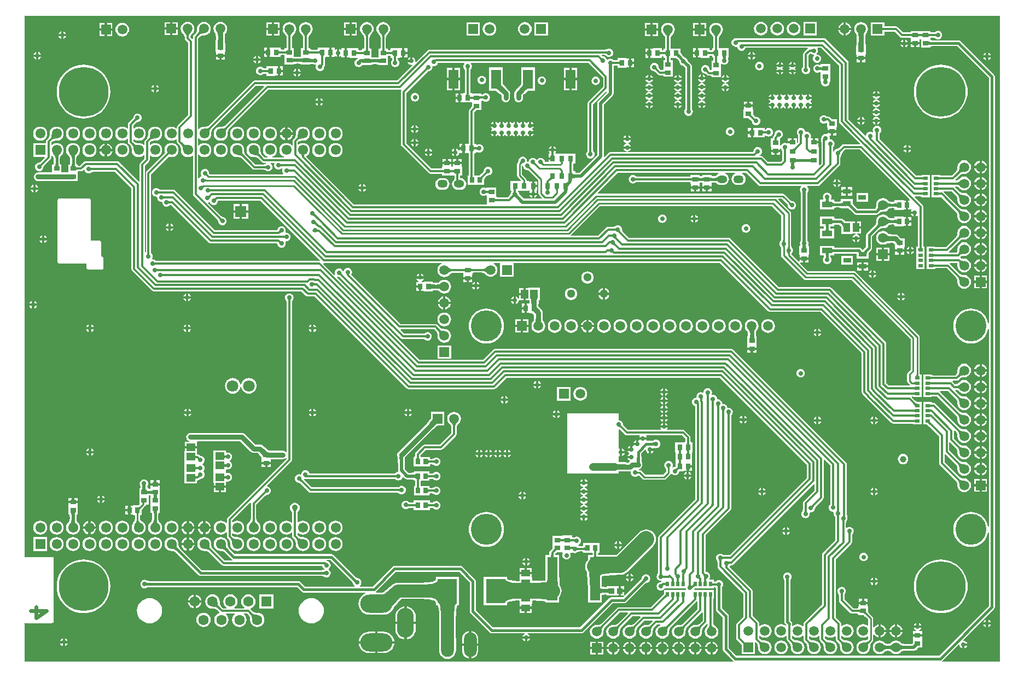
<source format=gbl>
G04*
G04 #@! TF.GenerationSoftware,Altium Limited,Altium Designer,19.0.10 (269)*
G04*
G04 Layer_Physical_Order=4*
G04 Layer_Color=9720587*
%FSLAX43Y43*%
%MOMM*%
G71*
G01*
G75*
%ADD13C,0.400*%
%ADD14C,0.600*%
%ADD16C,0.254*%
%ADD36R,0.850X0.750*%
%ADD41R,0.900X0.750*%
%ADD42R,0.850X0.700*%
%ADD43R,0.900X0.800*%
%ADD45R,0.700X0.850*%
%ADD46R,0.800X0.900*%
%ADD47R,1.350X1.150*%
%ADD103C,0.300*%
%ADD104C,1.500*%
%ADD105C,0.500*%
%ADD106C,1.200*%
%ADD107C,2.500*%
%ADD109C,0.800*%
%ADD110C,1.000*%
%ADD111C,2.000*%
%ADD113C,0.450*%
%ADD114C,1.500*%
%ADD115R,1.500X1.500*%
%ADD116R,1.500X1.500*%
%ADD117C,4.800*%
%ADD118R,1.800X1.800*%
%ADD119C,1.800*%
%ADD120R,1.600X1.600*%
%ADD121C,1.600*%
%ADD122O,2.000X3.800*%
G04:AMPARAMS|DCode=123|XSize=5mm|YSize=2.8mm|CornerRadius=1.4mm|HoleSize=0mm|Usage=FLASHONLY|Rotation=0.000|XOffset=0mm|YOffset=0mm|HoleType=Round|Shape=RoundedRectangle|*
%AMROUNDEDRECTD123*
21,1,5.000,0.000,0,0,0.0*
21,1,2.200,2.800,0,0,0.0*
1,1,2.800,1.100,0.000*
1,1,2.800,-1.100,0.000*
1,1,2.800,-1.100,0.000*
1,1,2.800,1.100,0.000*
%
%ADD123ROUNDEDRECTD123*%
G04:AMPARAMS|DCode=124|XSize=4.6mm|YSize=2.6mm|CornerRadius=1.3mm|HoleSize=0mm|Usage=FLASHONLY|Rotation=270.000|XOffset=0mm|YOffset=0mm|HoleType=Round|Shape=RoundedRectangle|*
%AMROUNDEDRECTD124*
21,1,4.600,0.000,0,0,270.0*
21,1,2.000,2.600,0,0,270.0*
1,1,2.600,0.000,-1.000*
1,1,2.600,0.000,1.000*
1,1,2.600,0.000,1.000*
1,1,2.600,0.000,-1.000*
%
%ADD124ROUNDEDRECTD124*%
%ADD125C,1.300*%
%ADD126O,1.600X1.200*%
G04:AMPARAMS|DCode=127|XSize=1.6mm|YSize=1.2mm|CornerRadius=0.6mm|HoleSize=0mm|Usage=FLASHONLY|Rotation=0.000|XOffset=0mm|YOffset=0mm|HoleType=Round|Shape=RoundedRectangle|*
%AMROUNDEDRECTD127*
21,1,1.600,0.000,0,0,0.0*
21,1,0.400,1.200,0,0,0.0*
1,1,1.200,0.200,0.000*
1,1,1.200,-0.200,0.000*
1,1,1.200,-0.200,0.000*
1,1,1.200,0.200,0.000*
%
%ADD127ROUNDEDRECTD127*%
%ADD128C,1.550*%
%ADD129R,1.550X1.550*%
%ADD130C,7.700*%
%ADD131C,0.700*%
%ADD132C,0.600*%
%ADD133C,0.900*%
%ADD134C,1.000*%
%ADD135C,0.650*%
%ADD136R,3.000X3.810*%
%ADD137R,0.750X0.900*%
%ADD138R,0.750X0.850*%
%ADD139R,0.850X0.900*%
%ADD140R,1.350X1.050*%
%ADD141R,1.100X1.350*%
%ADD142R,1.150X1.350*%
%ADD143R,1.200X0.800*%
%ADD144R,1.550X0.900*%
%ADD145R,1.500X3.000*%
%ADD146R,0.700X0.500*%
%ADD147R,0.500X0.700*%
%ADD148C,2.400*%
G36*
X183787Y149271D02*
X183796Y149246D01*
X183811Y149223D01*
X183832Y149204D01*
X183860Y149188D01*
X183893Y149174D01*
X183932Y149163D01*
X183978Y149156D01*
X184029Y149152D01*
X184087Y149150D01*
Y148850D01*
X184029Y148848D01*
X183978Y148844D01*
X183932Y148837D01*
X183893Y148826D01*
X183860Y148812D01*
X183832Y148796D01*
X183811Y148777D01*
X183796Y148754D01*
X183787Y148729D01*
X183784Y148700D01*
Y149300D01*
X183787Y149271D01*
D02*
G37*
G36*
X192150Y147805D02*
X192131Y147823D01*
X192109Y147839D01*
X192086Y147853D01*
X192061Y147866D01*
X192034Y147876D01*
X192006Y147885D01*
X191976Y147891D01*
X191943Y147896D01*
X191910Y147899D01*
X191874Y147900D01*
Y148200D01*
X191910Y148201D01*
X191943Y148204D01*
X191976Y148209D01*
X192006Y148215D01*
X192034Y148224D01*
X192061Y148234D01*
X192086Y148247D01*
X192109Y148261D01*
X192131Y148277D01*
X192150Y148295D01*
Y147805D01*
D02*
G37*
G36*
X188481Y147750D02*
X188478Y147779D01*
X188469Y147804D01*
X188454Y147827D01*
X188433Y147846D01*
X188405Y147863D01*
X188372Y147876D01*
X188333Y147887D01*
X188287Y147894D01*
X188236Y147898D01*
X188178Y147900D01*
Y148200D01*
X188236Y148202D01*
X188287Y148206D01*
X188333Y148214D01*
X188372Y148224D01*
X188405Y148238D01*
X188433Y148254D01*
X188454Y148273D01*
X188469Y148296D01*
X188478Y148322D01*
X188481Y148350D01*
Y147750D01*
D02*
G37*
G36*
X190922Y148322D02*
X190931Y148296D01*
X190946Y148273D01*
X190967Y148254D01*
X190995Y148238D01*
X191028Y148224D01*
X191067Y148214D01*
X191113Y148206D01*
X191164Y148202D01*
X191222Y148200D01*
Y147900D01*
X191164Y147898D01*
X191113Y147894D01*
X191067Y147887D01*
X191028Y147876D01*
X190995Y147863D01*
X190967Y147846D01*
X190946Y147827D01*
X190931Y147804D01*
X190922Y147779D01*
X190919Y147750D01*
Y148350D01*
X190922Y148322D01*
D02*
G37*
G36*
X190081Y147750D02*
X190078Y147779D01*
X190069Y147804D01*
X190054Y147827D01*
X190033Y147846D01*
X190005Y147863D01*
X189972Y147876D01*
X189933Y147887D01*
X189887Y147894D01*
X189836Y147898D01*
X189778Y147900D01*
Y148200D01*
X189836Y148202D01*
X189887Y148206D01*
X189933Y148214D01*
X189972Y148224D01*
X190005Y148238D01*
X190033Y148254D01*
X190054Y148273D01*
X190069Y148296D01*
X190078Y148322D01*
X190081Y148350D01*
Y147750D01*
D02*
G37*
G36*
X189322Y148322D02*
X189331Y148296D01*
X189346Y148273D01*
X189367Y148254D01*
X189395Y148238D01*
X189428Y148224D01*
X189467Y148214D01*
X189513Y148206D01*
X189564Y148202D01*
X189622Y148200D01*
Y147900D01*
X189564Y147898D01*
X189513Y147894D01*
X189467Y147887D01*
X189428Y147876D01*
X189395Y147863D01*
X189367Y147846D01*
X189346Y147827D01*
X189331Y147804D01*
X189322Y147779D01*
X189319Y147750D01*
Y148350D01*
X189322Y148322D01*
D02*
G37*
G36*
X202000Y51000D02*
X193040D01*
X193002Y51127D01*
X193074Y51176D01*
X195619Y53720D01*
X195721Y53678D01*
X195742Y53663D01*
X195762Y53512D01*
X195822Y53365D01*
X195919Y53239D01*
X196045Y53142D01*
X196175Y53089D01*
Y53670D01*
X196350D01*
Y53845D01*
X196931D01*
X196878Y53975D01*
X196781Y54101D01*
X196655Y54198D01*
X196508Y54258D01*
X196357Y54278D01*
X196342Y54299D01*
X196300Y54401D01*
X201074Y59176D01*
X201174Y59324D01*
X201209Y59500D01*
X201209Y129100D01*
Y141600D01*
X201174Y141776D01*
X201074Y141924D01*
X195874Y147124D01*
X195726Y147224D01*
X195550Y147259D01*
X191475D01*
X191444Y147280D01*
X191442Y147281D01*
X191439Y147283D01*
X191383Y147294D01*
X191328Y147306D01*
X191259Y147307D01*
X191225Y147309D01*
Y147594D01*
X191230Y147594D01*
X191284Y147607D01*
X191339Y147617D01*
X191342Y147620D01*
X191346Y147621D01*
X191377Y147642D01*
X191719D01*
X191749Y147621D01*
X191753Y147620D01*
X191757Y147617D01*
X191811Y147607D01*
X191866Y147594D01*
X191893Y147594D01*
X191908Y147592D01*
X191920Y147590D01*
X191929Y147588D01*
X191935Y147587D01*
X191936Y147586D01*
X191942Y147580D01*
X191952Y147575D01*
X192072Y147482D01*
X192230Y147417D01*
X192400Y147394D01*
X192570Y147417D01*
X192728Y147482D01*
X192864Y147586D01*
X192968Y147722D01*
X193033Y147880D01*
X193056Y148050D01*
X193033Y148220D01*
X192968Y148378D01*
X192864Y148514D01*
X192728Y148618D01*
X192570Y148683D01*
X192400Y148706D01*
X192230Y148683D01*
X192072Y148618D01*
X191952Y148525D01*
X191942Y148520D01*
X191936Y148514D01*
X191935Y148513D01*
X191929Y148512D01*
X191920Y148510D01*
X191908Y148508D01*
X191893Y148506D01*
X191866Y148506D01*
X191811Y148493D01*
X191757Y148483D01*
X191753Y148480D01*
X191749Y148479D01*
X191719Y148458D01*
X191377D01*
X191346Y148479D01*
X191342Y148480D01*
X191339Y148483D01*
X191284Y148493D01*
X191230Y148506D01*
X191225Y148506D01*
Y148700D01*
X189775D01*
Y148675D01*
X189700Y148631D01*
X189625Y148675D01*
Y148700D01*
X188175D01*
Y148506D01*
X188170Y148506D01*
X188116Y148493D01*
X188061Y148483D01*
X188058Y148480D01*
X188054Y148479D01*
X188023Y148458D01*
X187019D01*
X186188Y149288D01*
X186056Y149377D01*
X185900Y149408D01*
X185900Y149408D01*
X184242D01*
X184211Y149429D01*
X184207Y149430D01*
X184204Y149433D01*
X184149Y149443D01*
X184095Y149456D01*
X184090Y149456D01*
Y150050D01*
X181990D01*
Y147950D01*
X184090D01*
Y148544D01*
X184095Y148544D01*
X184149Y148557D01*
X184204Y148567D01*
X184207Y148570D01*
X184211Y148571D01*
X184242Y148592D01*
X185731D01*
X186562Y147762D01*
X186562Y147762D01*
X186694Y147673D01*
X186850Y147642D01*
X186850Y147642D01*
X188023D01*
X188054Y147621D01*
X188058Y147620D01*
X188061Y147617D01*
X188116Y147607D01*
X188170Y147594D01*
X188175Y147594D01*
Y147400D01*
X188221D01*
Y146975D01*
X188900D01*
X189579D01*
Y147400D01*
X189625D01*
Y147425D01*
X189700Y147469D01*
X189775Y147425D01*
Y146150D01*
X190908D01*
X190922Y146147D01*
X190936Y146150D01*
X191225D01*
Y146289D01*
X191263Y146293D01*
X191328Y146294D01*
X191383Y146306D01*
X191439Y146317D01*
X191442Y146319D01*
X191444Y146320D01*
X191475Y146341D01*
X195360D01*
X200291Y141410D01*
Y129100D01*
X200291Y103484D01*
X200164Y103469D01*
X200076Y103837D01*
X199913Y104230D01*
X199691Y104592D01*
X199415Y104915D01*
X199092Y105191D01*
X198730Y105413D01*
X198337Y105576D01*
X197924Y105675D01*
X197500Y105708D01*
X197076Y105675D01*
X196663Y105576D01*
X196270Y105413D01*
X195908Y105191D01*
X195585Y104915D01*
X195309Y104592D01*
X195087Y104230D01*
X194924Y103837D01*
X194825Y103424D01*
X194792Y103000D01*
X194825Y102576D01*
X194924Y102163D01*
X195087Y101770D01*
X195309Y101408D01*
X195585Y101085D01*
X195908Y100809D01*
X196270Y100587D01*
X196663Y100424D01*
X197076Y100325D01*
X197500Y100292D01*
X197924Y100325D01*
X198337Y100424D01*
X198730Y100587D01*
X199092Y100809D01*
X199415Y101085D01*
X199691Y101408D01*
X199913Y101770D01*
X200076Y102163D01*
X200164Y102531D01*
X200291Y102516D01*
X200291Y71984D01*
X200164Y71969D01*
X200076Y72337D01*
X199913Y72730D01*
X199691Y73092D01*
X199415Y73415D01*
X199092Y73691D01*
X198730Y73913D01*
X198337Y74076D01*
X197924Y74175D01*
X197500Y74208D01*
X197076Y74175D01*
X196663Y74076D01*
X196270Y73913D01*
X195908Y73691D01*
X195585Y73415D01*
X195309Y73092D01*
X195087Y72730D01*
X194924Y72337D01*
X194825Y71924D01*
X194792Y71500D01*
X194825Y71076D01*
X194924Y70663D01*
X195087Y70270D01*
X195309Y69908D01*
X195585Y69585D01*
X195908Y69309D01*
X196270Y69087D01*
X196663Y68924D01*
X197076Y68825D01*
X197500Y68792D01*
X197924Y68825D01*
X198337Y68924D01*
X198730Y69087D01*
X199092Y69309D01*
X199415Y69585D01*
X199691Y69908D01*
X199913Y70270D01*
X200076Y70663D01*
X200164Y71031D01*
X200291Y71016D01*
X200291Y59690D01*
X192560Y51959D01*
X161190D01*
X160009Y53140D01*
Y58105D01*
X159974Y58281D01*
X159874Y58429D01*
X158959Y59345D01*
Y62349D01*
X158980Y62379D01*
X158981Y62383D01*
X158983Y62386D01*
X158994Y62441D01*
X159006Y62495D01*
X159007Y62561D01*
X159011Y62598D01*
X159068Y62672D01*
X159133Y62830D01*
X159156Y63000D01*
X159133Y63170D01*
X159068Y63328D01*
X158964Y63464D01*
X158828Y63568D01*
X158670Y63633D01*
X158500Y63656D01*
X158330Y63633D01*
X158172Y63568D01*
X158052Y63475D01*
X158042Y63470D01*
X158036Y63464D01*
X158035Y63463D01*
X158029Y63462D01*
X158020Y63460D01*
X158008Y63458D01*
X157993Y63456D01*
X157966Y63456D01*
X157911Y63443D01*
X157868Y63435D01*
X157750Y63480D01*
Y63700D01*
X157049D01*
X157048Y63701D01*
X156995Y63827D01*
X157068Y63922D01*
X157133Y64080D01*
X157156Y64250D01*
X157133Y64420D01*
X157068Y64578D01*
X156964Y64714D01*
X156828Y64818D01*
X156670Y64883D01*
X156519Y64903D01*
X156508Y64906D01*
X156500Y64906D01*
X156498Y64907D01*
X156493Y64909D01*
X156486Y64914D01*
X156476Y64921D01*
X156464Y64932D01*
X156444Y64950D01*
X156408Y64973D01*
Y70581D01*
X160288Y74462D01*
X160288Y74462D01*
X160377Y74594D01*
X160408Y74750D01*
X160408Y74750D01*
Y89019D01*
X160429Y89049D01*
X160430Y89053D01*
X160433Y89057D01*
X160443Y89111D01*
X160456Y89166D01*
X160456Y89193D01*
X160458Y89208D01*
X160460Y89220D01*
X160462Y89229D01*
X160463Y89235D01*
X160464Y89236D01*
X160470Y89242D01*
X160475Y89252D01*
X160568Y89372D01*
X160633Y89530D01*
X160656Y89700D01*
X160633Y89870D01*
X160568Y90028D01*
X160464Y90164D01*
X160328Y90268D01*
X160170Y90333D01*
X160000Y90356D01*
X159928Y90346D01*
X159787Y90444D01*
X159783Y90470D01*
X159718Y90628D01*
X159614Y90764D01*
X159478Y90868D01*
X159320Y90933D01*
X159150Y90956D01*
X159114Y90951D01*
X158997Y91064D01*
X158983Y91170D01*
X158918Y91328D01*
X158814Y91464D01*
X158678Y91568D01*
X158520Y91633D01*
X158350Y91656D01*
X158262Y91644D01*
X158206Y91700D01*
X158183Y91870D01*
X158118Y92028D01*
X158014Y92164D01*
X157878Y92268D01*
X157720Y92333D01*
X157550Y92356D01*
X157464Y92344D01*
X157374Y92461D01*
X157403Y92530D01*
X157426Y92700D01*
X157403Y92870D01*
X157338Y93028D01*
X157234Y93164D01*
X157098Y93268D01*
X156940Y93333D01*
X156770Y93356D01*
X156600Y93333D01*
X156442Y93268D01*
X156307Y93164D01*
X156202Y93028D01*
X156137Y92870D01*
X156122Y92755D01*
X156090Y92726D01*
X156013Y92687D01*
X155989Y92684D01*
X155869Y92733D01*
X155700Y92755D01*
X155530Y92733D01*
X155372Y92668D01*
X155236Y92563D01*
X155132Y92428D01*
X155066Y92270D01*
X155044Y92100D01*
X155054Y92027D01*
X155003Y91913D01*
X154949Y91899D01*
X154830Y91883D01*
X154672Y91818D01*
X154536Y91714D01*
X154432Y91578D01*
X154367Y91420D01*
X154344Y91250D01*
X154367Y91080D01*
X154432Y90922D01*
X154536Y90786D01*
X154672Y90682D01*
X154830Y90617D01*
X154842Y90615D01*
Y76159D01*
X149212Y70528D01*
X149123Y70396D01*
X149092Y70240D01*
X149092Y70240D01*
Y64881D01*
X149071Y64851D01*
X149070Y64847D01*
X149067Y64843D01*
X149057Y64789D01*
X149044Y64734D01*
X149044Y64707D01*
X149042Y64692D01*
X149040Y64680D01*
X149038Y64671D01*
X149037Y64665D01*
X149036Y64664D01*
X149030Y64658D01*
X149025Y64648D01*
X148932Y64528D01*
X148867Y64370D01*
X148844Y64200D01*
X148867Y64030D01*
X148932Y63872D01*
X149036Y63736D01*
X149172Y63632D01*
X149330Y63567D01*
X149500Y63544D01*
X149592Y63557D01*
X149627Y63439D01*
X149580Y63407D01*
X149532Y63376D01*
X149509Y63354D01*
X149500Y63356D01*
X149330Y63333D01*
X149172Y63268D01*
X149036Y63164D01*
X148932Y63028D01*
X148867Y62870D01*
X148844Y62700D01*
X148867Y62530D01*
X148932Y62372D01*
X149036Y62236D01*
X149172Y62132D01*
X149330Y62067D01*
X149500Y62044D01*
X149670Y62067D01*
X149828Y62132D01*
X149964Y62236D01*
X150068Y62372D01*
X150079Y62400D01*
X153358D01*
X153367Y62330D01*
X153410Y62227D01*
X153338Y62100D01*
X150000D01*
Y61583D01*
X149983Y61558D01*
X149833Y61380D01*
X149766Y61310D01*
X149764Y61308D01*
X149762Y61307D01*
X149732Y61258D01*
X149701Y61210D01*
X149700Y61208D01*
X149699Y61206D01*
X149693Y61170D01*
X147981Y59458D01*
X142980D01*
X142980Y59458D01*
X142824Y59427D01*
X142692Y59338D01*
X140250Y56897D01*
X140223Y56894D01*
X140215Y56888D01*
X140205Y56886D01*
X140163Y56859D01*
X140120Y56834D01*
X140091Y56808D01*
X140071Y56795D01*
X140044Y56780D01*
X140007Y56765D01*
X139962Y56751D01*
X139907Y56739D01*
X139847Y56729D01*
X139686Y56717D01*
X139613Y56716D01*
X139590Y56719D01*
X139316Y56683D01*
X139060Y56577D01*
X138841Y56409D01*
X138673Y56190D01*
X138567Y55934D01*
X138531Y55660D01*
X138567Y55386D01*
X138673Y55130D01*
X138841Y54911D01*
X139060Y54743D01*
X139316Y54637D01*
X139590Y54601D01*
X139864Y54637D01*
X140120Y54743D01*
X140339Y54911D01*
X140507Y55130D01*
X140613Y55386D01*
X140649Y55660D01*
X140646Y55680D01*
X140651Y55844D01*
X140659Y55913D01*
X140669Y55977D01*
X140681Y56032D01*
X140696Y56077D01*
X140710Y56114D01*
X140725Y56141D01*
X140738Y56161D01*
X140764Y56190D01*
X140789Y56233D01*
X140816Y56275D01*
X140818Y56285D01*
X140824Y56293D01*
X140827Y56320D01*
X143149Y58642D01*
X144369D01*
X144418Y58525D01*
X142790Y56897D01*
X142763Y56894D01*
X142755Y56888D01*
X142745Y56886D01*
X142703Y56859D01*
X142660Y56834D01*
X142631Y56808D01*
X142611Y56795D01*
X142584Y56780D01*
X142547Y56765D01*
X142502Y56751D01*
X142447Y56739D01*
X142387Y56729D01*
X142226Y56717D01*
X142153Y56716D01*
X142130Y56719D01*
X141856Y56683D01*
X141600Y56577D01*
X141381Y56409D01*
X141213Y56190D01*
X141107Y55934D01*
X141071Y55660D01*
X141107Y55386D01*
X141213Y55130D01*
X141381Y54911D01*
X141600Y54743D01*
X141856Y54637D01*
X142130Y54601D01*
X142404Y54637D01*
X142660Y54743D01*
X142879Y54911D01*
X143047Y55130D01*
X143153Y55386D01*
X143189Y55660D01*
X143186Y55680D01*
X143191Y55844D01*
X143199Y55913D01*
X143209Y55977D01*
X143221Y56032D01*
X143236Y56077D01*
X143250Y56114D01*
X143265Y56141D01*
X143279Y56161D01*
X143304Y56190D01*
X143329Y56233D01*
X143356Y56275D01*
X143358Y56285D01*
X143364Y56293D01*
X143367Y56320D01*
X145089Y58042D01*
X146309D01*
X146358Y57925D01*
X145330Y56897D01*
X145303Y56894D01*
X145295Y56888D01*
X145285Y56886D01*
X145243Y56859D01*
X145200Y56834D01*
X145171Y56808D01*
X145151Y56795D01*
X145124Y56780D01*
X145087Y56765D01*
X145042Y56751D01*
X144987Y56739D01*
X144927Y56729D01*
X144766Y56717D01*
X144693Y56716D01*
X144670Y56719D01*
X144396Y56683D01*
X144140Y56577D01*
X143921Y56409D01*
X143753Y56190D01*
X143647Y55934D01*
X143611Y55660D01*
X143647Y55386D01*
X143753Y55130D01*
X143921Y54911D01*
X144140Y54743D01*
X144396Y54637D01*
X144670Y54601D01*
X144944Y54637D01*
X145200Y54743D01*
X145419Y54911D01*
X145587Y55130D01*
X145693Y55386D01*
X145729Y55660D01*
X145726Y55680D01*
X145731Y55844D01*
X145739Y55913D01*
X145749Y55977D01*
X145761Y56032D01*
X145776Y56077D01*
X145790Y56114D01*
X145805Y56141D01*
X145818Y56161D01*
X145844Y56190D01*
X145869Y56233D01*
X145896Y56275D01*
X145898Y56285D01*
X145904Y56293D01*
X145907Y56320D01*
X146979Y57392D01*
X148199D01*
X148248Y57275D01*
X147870Y56897D01*
X147843Y56894D01*
X147835Y56888D01*
X147825Y56886D01*
X147783Y56859D01*
X147740Y56834D01*
X147711Y56808D01*
X147691Y56795D01*
X147664Y56780D01*
X147627Y56765D01*
X147582Y56751D01*
X147527Y56739D01*
X147467Y56729D01*
X147306Y56717D01*
X147233Y56716D01*
X147210Y56719D01*
X146936Y56683D01*
X146680Y56577D01*
X146461Y56409D01*
X146293Y56190D01*
X146187Y55934D01*
X146151Y55660D01*
X146187Y55386D01*
X146293Y55130D01*
X146461Y54911D01*
X146680Y54743D01*
X146936Y54637D01*
X147210Y54601D01*
X147484Y54637D01*
X147740Y54743D01*
X147959Y54911D01*
X148127Y55130D01*
X148233Y55386D01*
X148269Y55660D01*
X148266Y55680D01*
X148271Y55844D01*
X148279Y55913D01*
X148289Y55977D01*
X148301Y56032D01*
X148316Y56077D01*
X148330Y56114D01*
X148345Y56141D01*
X148359Y56161D01*
X148384Y56190D01*
X148409Y56233D01*
X148436Y56275D01*
X148438Y56285D01*
X148444Y56293D01*
X148447Y56320D01*
X148919Y56792D01*
X149408D01*
X149433Y56665D01*
X149220Y56577D01*
X149001Y56409D01*
X148833Y56190D01*
X148727Y55934D01*
X148691Y55660D01*
X148727Y55386D01*
X148833Y55130D01*
X149001Y54911D01*
X149220Y54743D01*
X149476Y54637D01*
X149750Y54601D01*
X150024Y54637D01*
X150280Y54743D01*
X150499Y54911D01*
X150667Y55130D01*
X150773Y55386D01*
X150809Y55660D01*
X150806Y55680D01*
X150811Y55844D01*
X150819Y55913D01*
X150829Y55977D01*
X150841Y56032D01*
X150856Y56077D01*
X150870Y56114D01*
X150885Y56141D01*
X150898Y56161D01*
X150924Y56190D01*
X150949Y56233D01*
X150976Y56275D01*
X150978Y56285D01*
X150984Y56293D01*
X150987Y56320D01*
X155065Y60398D01*
X155156Y60375D01*
X155192Y60350D01*
Y59139D01*
X152950Y56897D01*
X152923Y56894D01*
X152915Y56888D01*
X152905Y56886D01*
X152863Y56859D01*
X152820Y56834D01*
X152791Y56808D01*
X152771Y56795D01*
X152744Y56780D01*
X152707Y56765D01*
X152662Y56751D01*
X152607Y56739D01*
X152547Y56729D01*
X152386Y56717D01*
X152313Y56716D01*
X152290Y56719D01*
X152016Y56683D01*
X151760Y56577D01*
X151541Y56409D01*
X151373Y56190D01*
X151267Y55934D01*
X151231Y55660D01*
X151267Y55386D01*
X151373Y55130D01*
X151541Y54911D01*
X151760Y54743D01*
X152016Y54637D01*
X152290Y54601D01*
X152564Y54637D01*
X152820Y54743D01*
X153039Y54911D01*
X153207Y55130D01*
X153313Y55386D01*
X153349Y55660D01*
X153346Y55680D01*
X153351Y55844D01*
X153359Y55913D01*
X153369Y55977D01*
X153381Y56032D01*
X153396Y56077D01*
X153410Y56114D01*
X153425Y56141D01*
X153439Y56161D01*
X153464Y56190D01*
X153489Y56233D01*
X153516Y56275D01*
X153518Y56285D01*
X153524Y56293D01*
X153527Y56320D01*
X155865Y58658D01*
X155956Y58635D01*
X155992Y58610D01*
Y57399D01*
X155490Y56897D01*
X155463Y56894D01*
X155455Y56888D01*
X155445Y56886D01*
X155403Y56859D01*
X155360Y56834D01*
X155331Y56808D01*
X155311Y56795D01*
X155284Y56780D01*
X155247Y56765D01*
X155202Y56751D01*
X155147Y56739D01*
X155087Y56729D01*
X154926Y56717D01*
X154853Y56716D01*
X154830Y56719D01*
X154556Y56683D01*
X154300Y56577D01*
X154081Y56409D01*
X153913Y56190D01*
X153807Y55934D01*
X153771Y55660D01*
X153807Y55386D01*
X153913Y55130D01*
X154081Y54911D01*
X154300Y54743D01*
X154556Y54637D01*
X154830Y54601D01*
X155104Y54637D01*
X155360Y54743D01*
X155579Y54911D01*
X155747Y55130D01*
X155853Y55386D01*
X155889Y55660D01*
X155886Y55680D01*
X155891Y55844D01*
X155899Y55913D01*
X155909Y55977D01*
X155921Y56032D01*
X155936Y56077D01*
X155950Y56114D01*
X155965Y56141D01*
X155979Y56161D01*
X156004Y56190D01*
X156029Y56233D01*
X156056Y56275D01*
X156058Y56285D01*
X156064Y56293D01*
X156067Y56320D01*
X156630Y56883D01*
X156709Y56852D01*
X156749Y56822D01*
X156749Y56822D01*
X156745Y56808D01*
X156743Y56775D01*
X156738Y56749D01*
X156730Y56717D01*
X156689Y56607D01*
X156664Y56552D01*
X156533Y56313D01*
X156478Y56224D01*
X156478Y56224D01*
X156478Y56224D01*
X156477Y56224D01*
X156476Y56219D01*
X156453Y56190D01*
X156347Y55934D01*
X156311Y55660D01*
X156347Y55386D01*
X156453Y55130D01*
X156621Y54911D01*
X156840Y54743D01*
X157096Y54637D01*
X157370Y54601D01*
X157644Y54637D01*
X157900Y54743D01*
X158119Y54911D01*
X158287Y55130D01*
X158393Y55386D01*
X158429Y55660D01*
X158393Y55934D01*
X158287Y56190D01*
X158119Y56409D01*
X157930Y56554D01*
X157926Y56557D01*
X157920Y56561D01*
X157900Y56577D01*
X157889Y56582D01*
X157857Y56603D01*
X157803Y56642D01*
X157760Y56679D01*
X157726Y56714D01*
X157700Y56746D01*
X157682Y56774D01*
X157669Y56798D01*
X157662Y56820D01*
X157658Y56839D01*
X157655Y56880D01*
X157649Y56905D01*
X157648Y56931D01*
X157633Y56962D01*
X157624Y56995D01*
X157609Y57016D01*
X157608Y57017D01*
Y60648D01*
X157628Y60676D01*
X157629Y60681D01*
X157633Y60686D01*
X157643Y60739D01*
X157656Y60792D01*
X157656Y60800D01*
X157750D01*
Y61089D01*
X157753Y61103D01*
X157750Y61117D01*
Y62100D01*
X154681D01*
X154627Y62227D01*
X154712Y62315D01*
X154781Y62379D01*
X154807Y62400D01*
X157411D01*
X157414Y62399D01*
X157426Y62400D01*
X157434D01*
X157449Y62397D01*
X157462Y62400D01*
X157750D01*
Y62520D01*
X157868Y62565D01*
X157911Y62557D01*
X157966Y62544D01*
X157993Y62544D01*
X157993Y62543D01*
X157994Y62530D01*
X157994Y62499D01*
X158006Y62443D01*
X158017Y62386D01*
X158018Y62384D01*
X158019Y62382D01*
X158041Y62350D01*
Y59155D01*
X158076Y58979D01*
X158176Y58831D01*
X159091Y57915D01*
Y52950D01*
X159126Y52774D01*
X159226Y52626D01*
X160676Y51176D01*
X160748Y51127D01*
X160710Y51000D01*
X51000D01*
Y67123D01*
X51000D01*
X51000Y57020D01*
X51150D01*
Y56950D01*
X55249D01*
Y57020D01*
X55500D01*
X55500Y67250D01*
X51127D01*
X51000Y67250D01*
X51000Y67377D01*
Y151000D01*
X202000D01*
Y51000D01*
D02*
G37*
G36*
X190926Y147119D02*
X190938Y147094D01*
X190958Y147072D01*
X190986Y147053D01*
X191022Y147037D01*
X191066Y147024D01*
X191118Y147013D01*
X191178Y147006D01*
X191246Y147001D01*
X191322Y147000D01*
Y146600D01*
X191246Y146599D01*
X191118Y146587D01*
X191066Y146576D01*
X191022Y146563D01*
X190986Y146547D01*
X190958Y146528D01*
X190938Y146506D01*
X190926Y146481D01*
X190922Y146453D01*
Y147147D01*
X190926Y147119D01*
D02*
G37*
G36*
X156997Y92431D02*
X156981Y92409D01*
X156967Y92386D01*
X156954Y92361D01*
X156944Y92334D01*
X156935Y92306D01*
X156929Y92276D01*
X156924Y92243D01*
X156921Y92210D01*
X156920Y92174D01*
X156620D01*
X156619Y92210D01*
X156616Y92243D01*
X156612Y92276D01*
X156605Y92306D01*
X156596Y92334D01*
X156586Y92361D01*
X156574Y92386D01*
X156559Y92409D01*
X156543Y92431D01*
X156525Y92450D01*
X157015D01*
X156997Y92431D01*
D02*
G37*
G36*
X155981Y91888D02*
X155969Y91865D01*
X155959Y91840D01*
X155950Y91814D01*
X155943Y91786D01*
X155937Y91757D01*
X155929Y91693D01*
X155927Y91659D01*
X155926Y91623D01*
X155626Y91548D01*
X155625Y91584D01*
X155622Y91617D01*
X155616Y91649D01*
X155608Y91678D01*
X155598Y91704D01*
X155586Y91729D01*
X155572Y91751D01*
X155555Y91770D01*
X155536Y91787D01*
X155515Y91802D01*
X155993Y91909D01*
X155981Y91888D01*
D02*
G37*
G36*
X157777Y91431D02*
X157761Y91409D01*
X157747Y91386D01*
X157734Y91361D01*
X157724Y91334D01*
X157715Y91306D01*
X157709Y91276D01*
X157704Y91243D01*
X157701Y91210D01*
X157700Y91174D01*
X157400D01*
X157399Y91210D01*
X157396Y91243D01*
X157391Y91276D01*
X157385Y91306D01*
X157376Y91334D01*
X157366Y91361D01*
X157353Y91386D01*
X157339Y91409D01*
X157323Y91431D01*
X157305Y91450D01*
X157795D01*
X157777Y91431D01*
D02*
G37*
G36*
X158577Y90731D02*
X158561Y90709D01*
X158547Y90686D01*
X158534Y90661D01*
X158524Y90634D01*
X158515Y90606D01*
X158509Y90576D01*
X158504Y90543D01*
X158501Y90509D01*
X158500Y90474D01*
X158200D01*
X158199Y90509D01*
X158196Y90543D01*
X158191Y90576D01*
X158185Y90606D01*
X158176Y90634D01*
X158166Y90661D01*
X158153Y90686D01*
X158139Y90709D01*
X158123Y90731D01*
X158105Y90750D01*
X158595D01*
X158577Y90731D01*
D02*
G37*
G36*
X159377Y90031D02*
X159361Y90009D01*
X159347Y89986D01*
X159334Y89961D01*
X159324Y89934D01*
X159315Y89906D01*
X159309Y89876D01*
X159304Y89843D01*
X159301Y89810D01*
X159300Y89774D01*
X159000D01*
X158999Y89810D01*
X158996Y89843D01*
X158991Y89876D01*
X158985Y89906D01*
X158976Y89934D01*
X158966Y89961D01*
X158953Y89986D01*
X158939Y90009D01*
X158923Y90031D01*
X158905Y90050D01*
X159395D01*
X159377Y90031D01*
D02*
G37*
G36*
X160227Y89431D02*
X160211Y89409D01*
X160197Y89386D01*
X160184Y89361D01*
X160174Y89334D01*
X160165Y89306D01*
X160159Y89276D01*
X160154Y89243D01*
X160151Y89210D01*
X160150Y89174D01*
X159850D01*
X159849Y89210D01*
X159846Y89243D01*
X159841Y89276D01*
X159835Y89306D01*
X159826Y89334D01*
X159816Y89361D01*
X159803Y89386D01*
X159789Y89409D01*
X159773Y89431D01*
X159755Y89450D01*
X160245D01*
X160227Y89431D01*
D02*
G37*
G36*
X150701Y65891D02*
X150704Y65857D01*
X150709Y65824D01*
X150715Y65794D01*
X150724Y65766D01*
X150734Y65739D01*
X150747Y65714D01*
X150761Y65691D01*
X150777Y65669D01*
X150795Y65650D01*
X150305D01*
X150323Y65669D01*
X150339Y65691D01*
X150353Y65714D01*
X150366Y65739D01*
X150376Y65766D01*
X150385Y65794D01*
X150391Y65824D01*
X150396Y65857D01*
X150399Y65891D01*
X150400Y65926D01*
X150700D01*
X150701Y65891D01*
D02*
G37*
G36*
X153545Y65333D02*
X153520Y65306D01*
X153498Y65280D01*
X153480Y65254D01*
X153465Y65228D01*
X153453Y65202D01*
X153444Y65176D01*
X153438Y65150D01*
X153435Y65124D01*
X153436Y65098D01*
X153439Y65072D01*
X153034Y65349D01*
X153059Y65354D01*
X153084Y65362D01*
X153109Y65371D01*
X153135Y65383D01*
X153160Y65397D01*
X153185Y65414D01*
X153211Y65432D01*
X153262Y65475D01*
X153288Y65500D01*
X153545Y65333D01*
D02*
G37*
G36*
X155401Y64741D02*
X155404Y64707D01*
X155409Y64674D01*
X155415Y64644D01*
X155424Y64616D01*
X155434Y64589D01*
X155447Y64564D01*
X155461Y64541D01*
X155477Y64519D01*
X155495Y64500D01*
X155005D01*
X155023Y64519D01*
X155039Y64541D01*
X155053Y64564D01*
X155066Y64589D01*
X155076Y64616D01*
X155085Y64644D01*
X155091Y64674D01*
X155096Y64707D01*
X155099Y64741D01*
X155100Y64776D01*
X155400D01*
X155401Y64741D01*
D02*
G37*
G36*
X149651Y64690D02*
X149654Y64657D01*
X149659Y64624D01*
X149665Y64594D01*
X149674Y64566D01*
X149684Y64539D01*
X149697Y64514D01*
X149711Y64491D01*
X149727Y64469D01*
X149745Y64450D01*
X149255D01*
X149273Y64469D01*
X149289Y64491D01*
X149303Y64514D01*
X149316Y64539D01*
X149326Y64566D01*
X149335Y64594D01*
X149341Y64624D01*
X149346Y64657D01*
X149349Y64690D01*
X149350Y64726D01*
X149650D01*
X149651Y64690D01*
D02*
G37*
G36*
X151884Y64699D02*
X151957Y64637D01*
X151978Y64622D01*
X151998Y64611D01*
X152016Y64602D01*
X152033Y64597D01*
X152048Y64594D01*
X152061Y64595D01*
X151775Y64309D01*
X151776Y64322D01*
X151773Y64337D01*
X151768Y64354D01*
X151759Y64372D01*
X151748Y64392D01*
X151733Y64413D01*
X151715Y64436D01*
X151671Y64486D01*
X151644Y64514D01*
X151856Y64726D01*
X151884Y64699D01*
D02*
G37*
G36*
X156260Y64704D02*
X156286Y64682D01*
X156312Y64662D01*
X156338Y64645D01*
X156364Y64631D01*
X156391Y64620D01*
X156417Y64611D01*
X156443Y64605D01*
X156470Y64601D01*
X156497Y64600D01*
X156150Y64254D01*
X156149Y64280D01*
X156145Y64307D01*
X156139Y64333D01*
X156130Y64359D01*
X156119Y64386D01*
X156105Y64412D01*
X156088Y64438D01*
X156068Y64464D01*
X156046Y64490D01*
X156022Y64516D01*
X156234Y64728D01*
X156260Y64704D01*
D02*
G37*
G36*
X149769Y64427D02*
X149791Y64411D01*
X149814Y64397D01*
X149839Y64384D01*
X149866Y64374D01*
X149894Y64365D01*
X149924Y64359D01*
X149957Y64354D01*
X149990Y64351D01*
X150026Y64350D01*
Y64050D01*
X149990Y64049D01*
X149957Y64046D01*
X149924Y64041D01*
X149894Y64035D01*
X149866Y64026D01*
X149839Y64016D01*
X149814Y64003D01*
X149791Y63989D01*
X149769Y63973D01*
X149750Y63955D01*
Y64445D01*
X149769Y64427D01*
D02*
G37*
G36*
X155586Y64148D02*
X155589Y64140D01*
X155594Y64131D01*
X155603Y64119D01*
X155613Y64106D01*
X155642Y64072D01*
X155706Y64006D01*
X155494Y63794D01*
X155470Y63818D01*
X155369Y63905D01*
X155360Y63911D01*
X155352Y63914D01*
X155347Y63914D01*
X155586Y64153D01*
X155586Y64148D01*
D02*
G37*
G36*
X152369Y64001D02*
X152355Y63979D01*
X152342Y63955D01*
X152331Y63929D01*
X152321Y63902D01*
X152314Y63873D01*
X152308Y63842D01*
X152303Y63810D01*
X152301Y63776D01*
X152300Y63740D01*
X152000Y63711D01*
X151999Y63747D01*
X151996Y63781D01*
X151991Y63813D01*
X151984Y63843D01*
X151974Y63870D01*
X151963Y63896D01*
X151950Y63920D01*
X151934Y63942D01*
X151917Y63962D01*
X151897Y63980D01*
X152386Y64022D01*
X152369Y64001D01*
D02*
G37*
G36*
X156663Y63940D02*
X156642Y63927D01*
X156623Y63911D01*
X156606Y63893D01*
X156591Y63872D01*
X156578Y63849D01*
X156568Y63823D01*
X156560Y63794D01*
X156555Y63763D01*
X156551Y63730D01*
X156550Y63695D01*
X156551Y63640D01*
X156559Y63544D01*
X156566Y63505D01*
X156574Y63472D01*
X156585Y63445D01*
X156598Y63424D01*
X156612Y63409D01*
X156629Y63400D01*
X156647Y63397D01*
X156153D01*
X156171Y63400D01*
X156188Y63409D01*
X156202Y63424D01*
X156215Y63445D01*
X156226Y63472D01*
X156234Y63505D01*
X156241Y63544D01*
X156246Y63589D01*
X156250Y63697D01*
X156540D01*
X156250Y63795D01*
X156249Y63831D01*
X156241Y63929D01*
X156236Y63958D01*
X156222Y64012D01*
X156214Y64037D01*
X156204Y64059D01*
X156194Y64080D01*
X156663Y63940D01*
D02*
G37*
G36*
X155751Y63640D02*
X155759Y63544D01*
X155766Y63505D01*
X155774Y63472D01*
X155785Y63445D01*
X155798Y63424D01*
X155812Y63409D01*
X155829Y63400D01*
X155847Y63397D01*
X155353D01*
X155371Y63400D01*
X155388Y63409D01*
X155402Y63424D01*
X155415Y63445D01*
X155426Y63472D01*
X155434Y63505D01*
X155441Y63544D01*
X155446Y63589D01*
X155450Y63697D01*
X155750D01*
X155751Y63640D01*
D02*
G37*
G36*
X153101D02*
X153109Y63544D01*
X153116Y63505D01*
X153124Y63472D01*
X153135Y63445D01*
X153148Y63424D01*
X153162Y63409D01*
X153179Y63400D01*
X153197Y63397D01*
X152703D01*
X152721Y63400D01*
X152738Y63409D01*
X152752Y63424D01*
X152765Y63445D01*
X152776Y63472D01*
X152784Y63505D01*
X152791Y63544D01*
X152796Y63589D01*
X152800Y63697D01*
X153100D01*
X153101Y63640D01*
D02*
G37*
G36*
X152301D02*
X152309Y63544D01*
X152316Y63505D01*
X152324Y63472D01*
X152335Y63445D01*
X152348Y63424D01*
X152362Y63409D01*
X152379Y63400D01*
X152397Y63397D01*
X151903D01*
X151921Y63400D01*
X151938Y63409D01*
X151952Y63424D01*
X151965Y63445D01*
X151976Y63472D01*
X151984Y63505D01*
X151991Y63544D01*
X151996Y63589D01*
X152000Y63697D01*
X152300D01*
X152301Y63640D01*
D02*
G37*
G36*
X151501D02*
X151509Y63544D01*
X151516Y63505D01*
X151524Y63472D01*
X151535Y63445D01*
X151548Y63424D01*
X151562Y63409D01*
X151579Y63400D01*
X151597Y63397D01*
X151103D01*
X151121Y63400D01*
X151138Y63409D01*
X151152Y63424D01*
X151165Y63445D01*
X151176Y63472D01*
X151184Y63505D01*
X151191Y63544D01*
X151196Y63589D01*
X151200Y63697D01*
X151500D01*
X151501Y63640D01*
D02*
G37*
G36*
X149956Y62944D02*
X149932Y62920D01*
X149845Y62819D01*
X149839Y62810D01*
X149836Y62802D01*
X149836Y62797D01*
X149597Y63036D01*
X149602Y63036D01*
X149610Y63039D01*
X149619Y63044D01*
X149631Y63053D01*
X149644Y63063D01*
X149678Y63092D01*
X149744Y63156D01*
X149956Y62944D01*
D02*
G37*
G36*
X154877Y62706D02*
X154859Y62727D01*
X154835Y62739D01*
X154806Y62741D01*
X154771Y62734D01*
X154731Y62717D01*
X154686Y62691D01*
X154636Y62655D01*
X154580Y62610D01*
X154498Y62533D01*
X154312Y62341D01*
X154194Y62750D01*
X153755D01*
X153773Y62769D01*
X153789Y62791D01*
X153803Y62814D01*
X153816Y62839D01*
X153826Y62866D01*
X153835Y62894D01*
X153841Y62924D01*
X153846Y62957D01*
X153849Y62991D01*
X153850Y63026D01*
X154150D01*
X154151Y62991D01*
X154154Y62957D01*
X154159Y62924D01*
X154165Y62894D01*
X154174Y62866D01*
X154184Y62839D01*
X154197Y62814D01*
X154211Y62791D01*
X154214Y62786D01*
X154221Y62784D01*
X154242Y62782D01*
X154265Y62784D01*
X154288Y62790D01*
X154312Y62799D01*
X154336Y62813D01*
X154351Y62823D01*
X154479Y62974D01*
X154516Y63030D01*
X154543Y63080D01*
X154561Y63125D01*
X154569Y63165D01*
X154567Y63199D01*
X154556Y63227D01*
X154877Y62706D01*
D02*
G37*
G36*
X158250Y62755D02*
X158231Y62773D01*
X158209Y62789D01*
X158186Y62803D01*
X158161Y62816D01*
X158134Y62826D01*
X158106Y62835D01*
X158076Y62841D01*
X158043Y62846D01*
X158010Y62849D01*
X157974Y62850D01*
Y63150D01*
X158010Y63151D01*
X158043Y63154D01*
X158076Y63159D01*
X158106Y63165D01*
X158134Y63174D01*
X158161Y63184D01*
X158186Y63197D01*
X158209Y63211D01*
X158231Y63227D01*
X158250Y63245D01*
Y62755D01*
D02*
G37*
G36*
X150306Y62750D02*
X150303Y62778D01*
X150294Y62804D01*
X150279Y62826D01*
X150258Y62846D01*
X150230Y62862D01*
X150197Y62876D01*
X150158Y62887D01*
X150112Y62894D01*
X150061Y62898D01*
X150003Y62900D01*
Y63200D01*
X150061Y63201D01*
X150112Y63206D01*
X150158Y63214D01*
X150197Y63224D01*
X150230Y63237D01*
X150258Y63254D01*
X150279Y63273D01*
X150294Y63296D01*
X150303Y63321D01*
X150306Y63350D01*
Y62750D01*
D02*
G37*
G36*
X157447Y63271D02*
X157456Y63246D01*
X157471Y63223D01*
X157493Y63204D01*
X157520Y63188D01*
X157553Y63174D01*
X157593Y63164D01*
X157638Y63156D01*
X157690Y63152D01*
X157747Y63150D01*
Y62850D01*
X157690Y62849D01*
X157639Y62844D01*
X157594Y62837D01*
X157555Y62826D01*
X157522Y62813D01*
X157495Y62797D01*
X157474Y62778D01*
X157459Y62756D01*
X157450Y62731D01*
X157447Y62703D01*
X157444Y63300D01*
X157447Y63271D01*
D02*
G37*
G36*
X158736Y62740D02*
X158729Y62726D01*
X158722Y62709D01*
X158716Y62689D01*
X158711Y62666D01*
X158707Y62640D01*
X158702Y62578D01*
X158700Y62503D01*
X158300D01*
X158300Y62542D01*
X158293Y62640D01*
X158289Y62666D01*
X158284Y62689D01*
X158278Y62709D01*
X158271Y62726D01*
X158264Y62740D01*
X158255Y62750D01*
X158745D01*
X158736Y62740D01*
D02*
G37*
G36*
X150627Y61106D02*
X150609Y61127D01*
X150585Y61139D01*
X150556Y61141D01*
X150521Y61134D01*
X150481Y61117D01*
X150436Y61091D01*
X150386Y61055D01*
X150330Y61010D01*
X150203Y60891D01*
X149985Y61097D01*
X150060Y61174D01*
X150229Y61374D01*
X150266Y61430D01*
X150293Y61480D01*
X150311Y61525D01*
X150319Y61565D01*
X150317Y61599D01*
X150306Y61627D01*
X150627Y61106D01*
D02*
G37*
G36*
X157429Y61100D02*
X157412Y61091D01*
X157398Y61076D01*
X157385Y61055D01*
X157374Y61028D01*
X157366Y60995D01*
X157359Y60956D01*
X157354Y60911D01*
X157350Y60803D01*
X157050D01*
X157049Y60860D01*
X157041Y60956D01*
X157034Y60995D01*
X157026Y61028D01*
X157015Y61055D01*
X157003Y61076D01*
X156988Y61091D01*
X156971Y61100D01*
X156953Y61103D01*
X157447D01*
X157429Y61100D01*
D02*
G37*
G36*
X156629D02*
X156612Y61091D01*
X156598Y61076D01*
X156585Y61055D01*
X156574Y61028D01*
X156566Y60995D01*
X156559Y60956D01*
X156554Y60911D01*
X156550Y60803D01*
X156250D01*
X156249Y60860D01*
X156241Y60956D01*
X156234Y60995D01*
X156226Y61028D01*
X156215Y61055D01*
X156202Y61076D01*
X156188Y61091D01*
X156171Y61100D01*
X156153Y61103D01*
X156647D01*
X156629Y61100D01*
D02*
G37*
G36*
X155829D02*
X155812Y61091D01*
X155798Y61076D01*
X155785Y61055D01*
X155774Y61028D01*
X155766Y60995D01*
X155759Y60956D01*
X155754Y60911D01*
X155750Y60803D01*
X155450D01*
X155449Y60860D01*
X155441Y60956D01*
X155434Y60995D01*
X155426Y61028D01*
X155415Y61055D01*
X155402Y61076D01*
X155388Y61091D01*
X155371Y61100D01*
X155353Y61103D01*
X155847D01*
X155829Y61100D01*
D02*
G37*
G36*
X155029D02*
X155012Y61091D01*
X154998Y61076D01*
X154985Y61055D01*
X154974Y61028D01*
X154966Y60995D01*
X154959Y60956D01*
X154954Y60911D01*
X154950Y60803D01*
X154650D01*
X154649Y60860D01*
X154641Y60956D01*
X154634Y60995D01*
X154626Y61028D01*
X154615Y61055D01*
X154602Y61076D01*
X154588Y61091D01*
X154571Y61100D01*
X154553Y61103D01*
X155047D01*
X155029Y61100D01*
D02*
G37*
G36*
X153179D02*
X153162Y61091D01*
X153148Y61076D01*
X153135Y61055D01*
X153124Y61028D01*
X153116Y60995D01*
X153109Y60956D01*
X153104Y60911D01*
X153100Y60803D01*
X152800D01*
X152799Y60860D01*
X152791Y60956D01*
X152784Y60995D01*
X152776Y61028D01*
X152765Y61055D01*
X152752Y61076D01*
X152738Y61091D01*
X152721Y61100D01*
X152703Y61103D01*
X153197D01*
X153179Y61100D01*
D02*
G37*
G36*
X152379D02*
X152362Y61091D01*
X152348Y61076D01*
X152335Y61055D01*
X152324Y61028D01*
X152316Y60995D01*
X152309Y60956D01*
X152304Y60911D01*
X152300Y60803D01*
X152000D01*
X151999Y60860D01*
X151991Y60956D01*
X151984Y60995D01*
X151976Y61028D01*
X151965Y61055D01*
X151952Y61076D01*
X151938Y61091D01*
X151921Y61100D01*
X151903Y61103D01*
X152397D01*
X152379Y61100D01*
D02*
G37*
G36*
X151579D02*
X151562Y61091D01*
X151548Y61076D01*
X151535Y61055D01*
X151524Y61028D01*
X151516Y60995D01*
X151509Y60956D01*
X151504Y60911D01*
X151500Y60803D01*
X151200D01*
X151199Y60860D01*
X151191Y60956D01*
X151184Y60995D01*
X151176Y61028D01*
X151165Y61055D01*
X151152Y61076D01*
X151138Y61091D01*
X151121Y61100D01*
X151103Y61103D01*
X151597D01*
X151579Y61100D01*
D02*
G37*
G36*
X157354Y56798D02*
X157366Y56738D01*
X157387Y56679D01*
X157416Y56622D01*
X157452Y56565D01*
X157498Y56510D01*
X157551Y56456D01*
X157612Y56403D01*
X157682Y56351D01*
X157760Y56301D01*
X156737Y56063D01*
X156797Y56158D01*
X156937Y56415D01*
X156972Y56490D01*
X157022Y56625D01*
X157037Y56684D01*
X157047Y56739D01*
X157050Y56788D01*
X157350Y56860D01*
X157354Y56798D01*
D02*
G37*
G36*
X155774Y56392D02*
X155736Y56349D01*
X155702Y56299D01*
X155673Y56243D01*
X155647Y56180D01*
X155626Y56111D01*
X155608Y56035D01*
X155595Y55953D01*
X155586Y55864D01*
X155580Y55667D01*
X154837Y56410D01*
X154939Y56411D01*
X155123Y56425D01*
X155205Y56438D01*
X155281Y56456D01*
X155350Y56477D01*
X155413Y56503D01*
X155469Y56532D01*
X155519Y56566D01*
X155562Y56604D01*
X155774Y56392D01*
D02*
G37*
G36*
X153234D02*
X153196Y56349D01*
X153162Y56299D01*
X153133Y56243D01*
X153107Y56180D01*
X153086Y56111D01*
X153068Y56035D01*
X153055Y55953D01*
X153046Y55864D01*
X153040Y55667D01*
X152298Y56410D01*
X152399Y56411D01*
X152583Y56425D01*
X152665Y56438D01*
X152741Y56456D01*
X152810Y56477D01*
X152873Y56503D01*
X152929Y56532D01*
X152979Y56566D01*
X153022Y56604D01*
X153234Y56392D01*
D02*
G37*
G36*
X150694D02*
X150656Y56349D01*
X150622Y56299D01*
X150593Y56243D01*
X150567Y56180D01*
X150546Y56111D01*
X150528Y56035D01*
X150515Y55953D01*
X150506Y55864D01*
X150500Y55667D01*
X149758Y56410D01*
X149859Y56411D01*
X150043Y56425D01*
X150125Y56438D01*
X150201Y56456D01*
X150270Y56477D01*
X150333Y56503D01*
X150389Y56532D01*
X150439Y56566D01*
X150482Y56604D01*
X150694Y56392D01*
D02*
G37*
G36*
X148154D02*
X148116Y56349D01*
X148082Y56299D01*
X148053Y56243D01*
X148027Y56180D01*
X148006Y56111D01*
X147988Y56035D01*
X147975Y55953D01*
X147966Y55864D01*
X147960Y55667D01*
X147217Y56410D01*
X147319Y56411D01*
X147503Y56425D01*
X147585Y56438D01*
X147661Y56456D01*
X147730Y56477D01*
X147793Y56503D01*
X147849Y56532D01*
X147899Y56566D01*
X147942Y56604D01*
X148154Y56392D01*
D02*
G37*
G36*
X145614D02*
X145576Y56349D01*
X145542Y56299D01*
X145513Y56243D01*
X145487Y56180D01*
X145466Y56111D01*
X145448Y56035D01*
X145435Y55953D01*
X145426Y55864D01*
X145420Y55667D01*
X144678Y56410D01*
X144779Y56411D01*
X144963Y56425D01*
X145045Y56438D01*
X145121Y56456D01*
X145190Y56477D01*
X145253Y56503D01*
X145309Y56532D01*
X145359Y56566D01*
X145402Y56604D01*
X145614Y56392D01*
D02*
G37*
G36*
X143074D02*
X143036Y56349D01*
X143002Y56299D01*
X142973Y56243D01*
X142947Y56180D01*
X142926Y56111D01*
X142908Y56035D01*
X142895Y55953D01*
X142886Y55864D01*
X142880Y55667D01*
X142137Y56410D01*
X142239Y56411D01*
X142423Y56425D01*
X142505Y56438D01*
X142581Y56456D01*
X142650Y56477D01*
X142713Y56503D01*
X142769Y56532D01*
X142819Y56566D01*
X142862Y56604D01*
X143074Y56392D01*
D02*
G37*
G36*
X140534D02*
X140496Y56349D01*
X140462Y56299D01*
X140433Y56243D01*
X140407Y56180D01*
X140386Y56111D01*
X140368Y56035D01*
X140355Y55953D01*
X140346Y55864D01*
X140340Y55667D01*
X139598Y56410D01*
X139699Y56411D01*
X139883Y56425D01*
X139965Y56438D01*
X140041Y56456D01*
X140110Y56477D01*
X140173Y56503D01*
X140229Y56532D01*
X140279Y56566D01*
X140322Y56604D01*
X140534Y56392D01*
D02*
G37*
%LPC*%
G36*
X74714Y150054D02*
X73885D01*
Y149225D01*
X74714D01*
Y150054D01*
D02*
G37*
G36*
X73535D02*
X72706D01*
Y149225D01*
X73535D01*
Y150054D01*
D02*
G37*
G36*
X102464Y150004D02*
X101635D01*
Y149175D01*
X102464D01*
Y150004D01*
D02*
G37*
G36*
X101285D02*
X100456D01*
Y149175D01*
X101285D01*
Y150004D01*
D02*
G37*
G36*
X90485D02*
X89656D01*
Y149175D01*
X90485D01*
Y150004D01*
D02*
G37*
G36*
X89306D02*
X88477D01*
Y149175D01*
X89306D01*
Y150004D01*
D02*
G37*
G36*
X178135Y149990D02*
Y149175D01*
X178950D01*
X178938Y149262D01*
X178837Y149506D01*
X178676Y149716D01*
X178466Y149877D01*
X178222Y149978D01*
X178135Y149990D01*
D02*
G37*
G36*
X177785D02*
X177698Y149978D01*
X177454Y149877D01*
X177244Y149716D01*
X177083Y149506D01*
X176982Y149262D01*
X176970Y149175D01*
X177785D01*
Y149990D01*
D02*
G37*
G36*
X156534Y149904D02*
X155705D01*
Y149075D01*
X156534D01*
Y149904D01*
D02*
G37*
G36*
X155355D02*
X154526D01*
Y149075D01*
X155355D01*
Y149904D01*
D02*
G37*
G36*
X149074D02*
X148245D01*
Y149075D01*
X149074D01*
Y149904D01*
D02*
G37*
G36*
X147895D02*
X147066D01*
Y149075D01*
X147895D01*
Y149904D01*
D02*
G37*
G36*
X64614D02*
X63785D01*
Y149075D01*
X64614D01*
Y149904D01*
D02*
G37*
G36*
X63435D02*
X62606D01*
Y149075D01*
X63435D01*
Y149904D01*
D02*
G37*
G36*
X57025Y148631D02*
Y148225D01*
X57431D01*
X57378Y148355D01*
X57281Y148481D01*
X57155Y148578D01*
X57025Y148631D01*
D02*
G37*
G36*
X56675D02*
X56545Y148578D01*
X56419Y148481D01*
X56322Y148355D01*
X56269Y148225D01*
X56675D01*
Y148631D01*
D02*
G37*
G36*
X74714Y148875D02*
X73885D01*
Y148046D01*
X74714D01*
Y148875D01*
D02*
G37*
G36*
X73535D02*
X72706D01*
Y148046D01*
X73535D01*
Y148875D01*
D02*
G37*
G36*
X178950Y148825D02*
X178135D01*
Y148010D01*
X178222Y148022D01*
X178466Y148123D01*
X178676Y148284D01*
X178837Y148494D01*
X178938Y148738D01*
X178950Y148825D01*
D02*
G37*
G36*
X177785D02*
X176970D01*
X176982Y148738D01*
X177083Y148494D01*
X177244Y148284D01*
X177454Y148123D01*
X177698Y148022D01*
X177785Y148010D01*
Y148825D01*
D02*
G37*
G36*
X173660Y150100D02*
X171560D01*
Y148000D01*
X173660D01*
Y150100D01*
D02*
G37*
G36*
X102464Y148825D02*
X101635D01*
Y147996D01*
X102464D01*
Y148825D01*
D02*
G37*
G36*
X101285D02*
X100456D01*
Y147996D01*
X101285D01*
Y148825D01*
D02*
G37*
G36*
X90485D02*
X89656D01*
Y147996D01*
X90485D01*
Y148825D01*
D02*
G37*
G36*
X89306D02*
X88477D01*
Y147996D01*
X89306D01*
Y148825D01*
D02*
G37*
G36*
X170070Y150109D02*
X169796Y150073D01*
X169540Y149967D01*
X169321Y149799D01*
X169153Y149580D01*
X169047Y149324D01*
X169011Y149050D01*
X169047Y148776D01*
X169153Y148520D01*
X169321Y148301D01*
X169540Y148133D01*
X169796Y148027D01*
X170070Y147991D01*
X170344Y148027D01*
X170600Y148133D01*
X170819Y148301D01*
X170987Y148520D01*
X171093Y148776D01*
X171129Y149050D01*
X171093Y149324D01*
X170987Y149580D01*
X170819Y149799D01*
X170600Y149967D01*
X170344Y150073D01*
X170070Y150109D01*
D02*
G37*
G36*
X167530D02*
X167256Y150073D01*
X167000Y149967D01*
X166781Y149799D01*
X166613Y149580D01*
X166507Y149324D01*
X166471Y149050D01*
X166507Y148776D01*
X166613Y148520D01*
X166781Y148301D01*
X167000Y148133D01*
X167256Y148027D01*
X167530Y147991D01*
X167804Y148027D01*
X168060Y148133D01*
X168279Y148301D01*
X168447Y148520D01*
X168553Y148776D01*
X168589Y149050D01*
X168553Y149324D01*
X168447Y149580D01*
X168279Y149799D01*
X168060Y149967D01*
X167804Y150073D01*
X167530Y150109D01*
D02*
G37*
G36*
X164990D02*
X164716Y150073D01*
X164460Y149967D01*
X164241Y149799D01*
X164073Y149580D01*
X163967Y149324D01*
X163931Y149050D01*
X163967Y148776D01*
X164073Y148520D01*
X164241Y148301D01*
X164460Y148133D01*
X164716Y148027D01*
X164990Y147991D01*
X165264Y148027D01*
X165520Y148133D01*
X165739Y148301D01*
X165907Y148520D01*
X166013Y148776D01*
X166049Y149050D01*
X166013Y149324D01*
X165907Y149580D01*
X165739Y149799D01*
X165520Y149967D01*
X165264Y150073D01*
X164990Y150109D01*
D02*
G37*
G36*
X132050Y150050D02*
X129950D01*
Y147950D01*
X132050D01*
Y150050D01*
D02*
G37*
G36*
X121510D02*
X119410D01*
Y147950D01*
X121510D01*
Y150050D01*
D02*
G37*
G36*
X128460Y150059D02*
X128186Y150023D01*
X127930Y149917D01*
X127711Y149749D01*
X127543Y149530D01*
X127437Y149274D01*
X127401Y149000D01*
X127437Y148726D01*
X127543Y148470D01*
X127711Y148251D01*
X127930Y148083D01*
X128186Y147977D01*
X128460Y147941D01*
X128734Y147977D01*
X128990Y148083D01*
X129209Y148251D01*
X129377Y148470D01*
X129483Y148726D01*
X129519Y149000D01*
X129483Y149274D01*
X129377Y149530D01*
X129209Y149749D01*
X128990Y149917D01*
X128734Y150023D01*
X128460Y150059D01*
D02*
G37*
G36*
X123000D02*
X122726Y150023D01*
X122470Y149917D01*
X122251Y149749D01*
X122083Y149530D01*
X121977Y149274D01*
X121941Y149000D01*
X121977Y148726D01*
X122083Y148470D01*
X122251Y148251D01*
X122470Y148083D01*
X122726Y147977D01*
X123000Y147941D01*
X123274Y147977D01*
X123530Y148083D01*
X123749Y148251D01*
X123917Y148470D01*
X124023Y148726D01*
X124059Y149000D01*
X124023Y149274D01*
X123917Y149530D01*
X123749Y149749D01*
X123530Y149917D01*
X123274Y150023D01*
X123000Y150059D01*
D02*
G37*
G36*
X156534Y148725D02*
X155705D01*
Y147896D01*
X156534D01*
Y148725D01*
D02*
G37*
G36*
X155355D02*
X154526D01*
Y147896D01*
X155355D01*
Y148725D01*
D02*
G37*
G36*
X149074D02*
X148245D01*
Y147896D01*
X149074D01*
Y148725D01*
D02*
G37*
G36*
X147895D02*
X147066D01*
Y147896D01*
X147895D01*
Y148725D01*
D02*
G37*
G36*
X64614D02*
X63785D01*
Y147896D01*
X64614D01*
Y148725D01*
D02*
G37*
G36*
X63435D02*
X62606D01*
Y147896D01*
X63435D01*
Y148725D01*
D02*
G37*
G36*
X66150Y149959D02*
X65876Y149923D01*
X65620Y149817D01*
X65401Y149649D01*
X65233Y149430D01*
X65127Y149174D01*
X65091Y148900D01*
X65127Y148626D01*
X65233Y148370D01*
X65401Y148151D01*
X65620Y147983D01*
X65876Y147877D01*
X66150Y147841D01*
X66424Y147877D01*
X66680Y147983D01*
X66899Y148151D01*
X67067Y148370D01*
X67173Y148626D01*
X67209Y148900D01*
X67173Y149174D01*
X67067Y149430D01*
X66899Y149649D01*
X66680Y149817D01*
X66424Y149923D01*
X66150Y149959D01*
D02*
G37*
G36*
X57431Y147875D02*
X57025D01*
Y147469D01*
X57155Y147522D01*
X57281Y147619D01*
X57378Y147745D01*
X57431Y147875D01*
D02*
G37*
G36*
X56675D02*
X56269D01*
X56322Y147745D01*
X56419Y147619D01*
X56545Y147522D01*
X56675Y147469D01*
Y147875D01*
D02*
G37*
G36*
X78790Y150109D02*
X78516Y150073D01*
X78260Y149967D01*
X78041Y149799D01*
X77873Y149580D01*
X77767Y149324D01*
X77731Y149050D01*
X77734Y149030D01*
X77729Y148866D01*
X77721Y148797D01*
X77711Y148733D01*
X77699Y148678D01*
X77684Y148633D01*
X77670Y148596D01*
X77655Y148569D01*
X77642Y148549D01*
X77616Y148520D01*
X77591Y148477D01*
X77564Y148435D01*
X77562Y148425D01*
X77556Y148417D01*
X77553Y148390D01*
X77212Y148048D01*
X77123Y147916D01*
X77092Y147760D01*
X77092Y147760D01*
Y147474D01*
X76965Y147422D01*
X76667Y147720D01*
X76674Y147730D01*
X76677Y147740D01*
X76683Y147748D01*
X76692Y147797D01*
X76705Y147845D01*
X76708Y147883D01*
X76712Y147907D01*
X76722Y147937D01*
X76737Y147973D01*
X76759Y148016D01*
X76789Y148063D01*
X76824Y148112D01*
X76929Y148235D01*
X76980Y148287D01*
X76999Y148301D01*
X77167Y148520D01*
X77273Y148776D01*
X77309Y149050D01*
X77273Y149324D01*
X77167Y149580D01*
X76999Y149799D01*
X76780Y149967D01*
X76524Y150073D01*
X76250Y150109D01*
X75976Y150073D01*
X75720Y149967D01*
X75501Y149799D01*
X75333Y149580D01*
X75227Y149324D01*
X75191Y149050D01*
X75227Y148776D01*
X75333Y148520D01*
X75501Y148301D01*
X75517Y148289D01*
X75630Y148169D01*
X75673Y148115D01*
X75711Y148063D01*
X75741Y148016D01*
X75763Y147973D01*
X75778Y147937D01*
X75788Y147907D01*
X75792Y147883D01*
X75795Y147845D01*
X75808Y147797D01*
X75817Y147748D01*
X75823Y147740D01*
X75826Y147730D01*
X75842Y147708D01*
Y147560D01*
X75842Y147560D01*
X75873Y147404D01*
X75962Y147272D01*
X76342Y146891D01*
Y135669D01*
X74712Y134038D01*
X74623Y133906D01*
X74592Y133750D01*
X74592Y133750D01*
Y133674D01*
X74465Y133612D01*
X74312Y133729D01*
X74051Y133837D01*
X73770Y133874D01*
X73489Y133837D01*
X73228Y133729D01*
X73003Y133557D01*
X72831Y133332D01*
X72723Y133071D01*
X72686Y132790D01*
X72723Y132509D01*
X72831Y132248D01*
X73003Y132023D01*
X73228Y131851D01*
X73489Y131743D01*
X73770Y131706D01*
X74051Y131743D01*
X74312Y131851D01*
X74465Y131968D01*
X74592Y131906D01*
Y131560D01*
X74592Y131560D01*
X74623Y131404D01*
X74712Y131272D01*
X75044Y130939D01*
X75048Y130913D01*
X75053Y130904D01*
X75055Y130893D01*
X75082Y130852D01*
X75107Y130809D01*
X75133Y130779D01*
X75147Y130759D01*
X75162Y130729D01*
X75178Y130691D01*
X75192Y130643D01*
X75205Y130585D01*
X75215Y130521D01*
X75228Y130351D01*
X75229Y130275D01*
X75226Y130250D01*
X75263Y129969D01*
X75371Y129708D01*
X75543Y129483D01*
X75768Y129311D01*
X76029Y129203D01*
X76310Y129166D01*
X76591Y129203D01*
X76852Y129311D01*
X76965Y129398D01*
X77092Y129335D01*
Y123390D01*
X77092Y123390D01*
X77123Y123234D01*
X77212Y123102D01*
X80880Y119433D01*
X80886Y119397D01*
X80888Y119393D01*
X80889Y119389D01*
X80920Y119343D01*
X80950Y119296D01*
X80968Y119276D01*
X80979Y119264D01*
X80986Y119254D01*
X80991Y119247D01*
X80993Y119242D01*
X80994Y119240D01*
X80994Y119232D01*
X80997Y119221D01*
X81017Y119070D01*
X81082Y118912D01*
X81186Y118776D01*
X81322Y118672D01*
X81480Y118607D01*
X81650Y118584D01*
X81820Y118607D01*
X81978Y118672D01*
X82114Y118776D01*
X82218Y118912D01*
X82283Y119070D01*
X82306Y119240D01*
X82283Y119410D01*
X82218Y119568D01*
X82114Y119704D01*
X81978Y119808D01*
X81820Y119873D01*
X81669Y119893D01*
X81658Y119896D01*
X81650Y119896D01*
X81648Y119897D01*
X81643Y119899D01*
X81636Y119904D01*
X81626Y119911D01*
X81614Y119922D01*
X81594Y119940D01*
X81547Y119970D01*
X81501Y120001D01*
X81497Y120002D01*
X81493Y120004D01*
X81457Y120010D01*
X79421Y122045D01*
X79462Y122166D01*
X79470Y122167D01*
X79549Y122200D01*
X79636Y122222D01*
X79707Y122133D01*
X79732Y122072D01*
X79836Y121936D01*
X79972Y121832D01*
X80130Y121767D01*
X80300Y121744D01*
X80470Y121767D01*
X80628Y121832D01*
X80764Y121936D01*
X80868Y122072D01*
X80933Y122230D01*
X80942Y122296D01*
X80951Y122321D01*
X80953Y122334D01*
X80953Y122335D01*
X80954Y122337D01*
X80955Y122341D01*
X80959Y122348D01*
X80964Y122356D01*
X80968Y122363D01*
X80992Y122392D01*
X87531D01*
X96729Y113194D01*
X96673Y113082D01*
X96667Y113076D01*
X71514D01*
X71484Y113098D01*
X71480Y113099D01*
X71476Y113101D01*
X71421Y113112D01*
X71367Y113124D01*
X71340Y113125D01*
X71325Y113126D01*
X71312Y113128D01*
X71304Y113130D01*
X71298Y113132D01*
X71297Y113132D01*
X71290Y113138D01*
X71281Y113144D01*
X71161Y113236D01*
X71003Y113302D01*
X70833Y113324D01*
X70812Y113322D01*
X70744Y113441D01*
X70768Y113472D01*
X70833Y113630D01*
X70856Y113800D01*
X70833Y113970D01*
X70768Y114128D01*
X70664Y114264D01*
X70608Y114306D01*
Y126511D01*
X73355Y129258D01*
X73489Y129203D01*
X73770Y129166D01*
X74051Y129203D01*
X74312Y129311D01*
X74537Y129483D01*
X74709Y129708D01*
X74817Y129969D01*
X74854Y130250D01*
X74817Y130531D01*
X74709Y130792D01*
X74537Y131017D01*
X74312Y131189D01*
X74051Y131297D01*
X73770Y131334D01*
X73489Y131297D01*
X73228Y131189D01*
X73003Y131017D01*
X72831Y130792D01*
X72723Y130531D01*
X72686Y130250D01*
X72723Y129969D01*
X72778Y129835D01*
X69912Y126968D01*
X69823Y126836D01*
X69792Y126680D01*
X69792Y126680D01*
Y114438D01*
X69785Y114434D01*
X69658Y114504D01*
Y127831D01*
X70288Y128462D01*
X70377Y128594D01*
X70408Y128750D01*
X70408Y128750D01*
Y129366D01*
X70535Y129428D01*
X70688Y129311D01*
X70949Y129203D01*
X71230Y129166D01*
X71511Y129203D01*
X71772Y129311D01*
X71997Y129483D01*
X72169Y129708D01*
X72277Y129969D01*
X72314Y130250D01*
X72277Y130531D01*
X72169Y130792D01*
X71997Y131017D01*
X71772Y131189D01*
X71511Y131297D01*
X71230Y131334D01*
X70949Y131297D01*
X70688Y131189D01*
X70535Y131072D01*
X70408Y131134D01*
Y131391D01*
X70541Y131524D01*
X70567Y131528D01*
X70576Y131533D01*
X70587Y131535D01*
X70628Y131562D01*
X70671Y131587D01*
X70701Y131613D01*
X70721Y131627D01*
X70751Y131642D01*
X70789Y131658D01*
X70837Y131672D01*
X70895Y131685D01*
X70959Y131695D01*
X71129Y131708D01*
X71205Y131709D01*
X71230Y131706D01*
X71511Y131743D01*
X71772Y131851D01*
X71997Y132023D01*
X72169Y132248D01*
X72277Y132509D01*
X72314Y132790D01*
X72277Y133071D01*
X72169Y133332D01*
X71997Y133557D01*
X71772Y133729D01*
X71511Y133837D01*
X71230Y133874D01*
X70949Y133837D01*
X70688Y133729D01*
X70463Y133557D01*
X70291Y133332D01*
X70183Y133071D01*
X70146Y132790D01*
X70149Y132768D01*
X70143Y132596D01*
X70136Y132523D01*
X70125Y132455D01*
X70112Y132397D01*
X70098Y132349D01*
X70082Y132311D01*
X70067Y132281D01*
X70053Y132261D01*
X70027Y132231D01*
X70002Y132188D01*
X69975Y132147D01*
X69973Y132136D01*
X69968Y132127D01*
X69964Y132101D01*
X69712Y131848D01*
X69623Y131716D01*
X69592Y131560D01*
X69592Y131560D01*
Y131038D01*
X69472Y130997D01*
X69457Y131017D01*
X69232Y131189D01*
X68971Y131297D01*
X68690Y131334D01*
X68668Y131331D01*
X68496Y131337D01*
X68423Y131344D01*
X68355Y131355D01*
X68297Y131368D01*
X68249Y131382D01*
X68211Y131398D01*
X68181Y131413D01*
X68160Y131427D01*
X68131Y131453D01*
X68088Y131478D01*
X68047Y131505D01*
X68036Y131507D01*
X68027Y131512D01*
X68001Y131516D01*
X67858Y131659D01*
Y131913D01*
X67985Y131976D01*
X68148Y131851D01*
X68409Y131743D01*
X68690Y131706D01*
X68971Y131743D01*
X69232Y131851D01*
X69457Y132023D01*
X69629Y132248D01*
X69737Y132509D01*
X69774Y132790D01*
X69737Y133071D01*
X69629Y133332D01*
X69457Y133557D01*
X69232Y133729D01*
X68971Y133837D01*
X68690Y133874D01*
X68409Y133837D01*
X68148Y133729D01*
X67985Y133604D01*
X67858Y133667D01*
Y134031D01*
X68307Y134480D01*
X68343Y134486D01*
X68347Y134488D01*
X68351Y134489D01*
X68397Y134520D01*
X68444Y134550D01*
X68464Y134568D01*
X68476Y134579D01*
X68486Y134586D01*
X68493Y134591D01*
X68498Y134593D01*
X68500Y134594D01*
X68508Y134594D01*
X68519Y134597D01*
X68670Y134617D01*
X68828Y134682D01*
X68964Y134786D01*
X69068Y134922D01*
X69133Y135080D01*
X69156Y135250D01*
X69133Y135420D01*
X69068Y135578D01*
X68964Y135714D01*
X68828Y135818D01*
X68670Y135883D01*
X68500Y135906D01*
X68330Y135883D01*
X68172Y135818D01*
X68036Y135714D01*
X67932Y135578D01*
X67867Y135420D01*
X67847Y135269D01*
X67844Y135258D01*
X67844Y135250D01*
X67843Y135248D01*
X67841Y135243D01*
X67836Y135236D01*
X67829Y135226D01*
X67818Y135214D01*
X67800Y135194D01*
X67770Y135147D01*
X67739Y135101D01*
X67738Y135097D01*
X67736Y135093D01*
X67730Y135057D01*
X67162Y134488D01*
X67073Y134356D01*
X67042Y134200D01*
X67042Y134200D01*
Y133591D01*
X66963Y133564D01*
X66915Y133558D01*
X66692Y133729D01*
X66431Y133837D01*
X66150Y133874D01*
X65869Y133837D01*
X65608Y133729D01*
X65383Y133557D01*
X65211Y133332D01*
X65103Y133071D01*
X65066Y132790D01*
X65103Y132509D01*
X65211Y132248D01*
X65383Y132023D01*
X65608Y131851D01*
X65869Y131743D01*
X66150Y131706D01*
X66431Y131743D01*
X66692Y131851D01*
X66915Y132022D01*
X66963Y132016D01*
X67042Y131989D01*
Y131490D01*
X67042Y131490D01*
X67073Y131334D01*
X67162Y131202D01*
X67424Y130939D01*
X67428Y130913D01*
X67433Y130904D01*
X67435Y130893D01*
X67462Y130852D01*
X67487Y130809D01*
X67513Y130779D01*
X67527Y130759D01*
X67542Y130729D01*
X67558Y130691D01*
X67572Y130643D01*
X67585Y130585D01*
X67595Y130521D01*
X67608Y130351D01*
X67609Y130275D01*
X67606Y130250D01*
X67643Y129969D01*
X67751Y129708D01*
X67923Y129483D01*
X68148Y129311D01*
X68409Y129203D01*
X68690Y129166D01*
X68971Y129203D01*
X69232Y129311D01*
X69457Y129483D01*
X69472Y129503D01*
X69592Y129462D01*
Y128919D01*
X68962Y128288D01*
X68873Y128156D01*
X68842Y128000D01*
X68842Y128000D01*
Y125401D01*
X68725Y125352D01*
X65664Y128413D01*
X65532Y128501D01*
X65376Y128532D01*
X65376Y128532D01*
X60499D01*
X60343Y128501D01*
X60211Y128413D01*
X60211Y128413D01*
X59581Y127783D01*
X59407D01*
X59376Y127804D01*
X59372Y127805D01*
X59369Y127808D01*
X59314Y127818D01*
X59260Y127831D01*
X59255Y127831D01*
Y128025D01*
X59041D01*
X59038Y128063D01*
X59036Y128130D01*
X59023Y128184D01*
X59013Y128239D01*
X59010Y128242D01*
X59009Y128246D01*
X58989Y128276D01*
Y128881D01*
X59006Y128904D01*
X59008Y128912D01*
X59013Y128919D01*
X59023Y128970D01*
X59035Y129020D01*
X59038Y129069D01*
X59043Y129104D01*
X59053Y129141D01*
X59068Y129180D01*
X59088Y129223D01*
X59114Y129269D01*
X59146Y129317D01*
X59186Y129369D01*
X59233Y129422D01*
X59277Y129469D01*
X59297Y129483D01*
X59469Y129708D01*
X59577Y129969D01*
X59614Y130250D01*
X59577Y130531D01*
X59469Y130792D01*
X59297Y131017D01*
X59072Y131189D01*
X58811Y131297D01*
X58530Y131334D01*
X58249Y131297D01*
X57988Y131189D01*
X57763Y131017D01*
X57591Y130792D01*
X57483Y130531D01*
X57446Y130250D01*
X57483Y129969D01*
X57591Y129708D01*
X57763Y129483D01*
X57783Y129469D01*
X57827Y129422D01*
X57874Y129369D01*
X57914Y129317D01*
X57946Y129269D01*
X57972Y129223D01*
X57992Y129180D01*
X58007Y129141D01*
X58017Y129104D01*
X58022Y129069D01*
X58025Y129020D01*
X58037Y128970D01*
X58047Y128919D01*
X58052Y128912D01*
X58054Y128904D01*
X58071Y128881D01*
Y128276D01*
X58051Y128246D01*
X58050Y128242D01*
X58047Y128239D01*
X58037Y128184D01*
X58024Y128130D01*
X58022Y128063D01*
X58019Y128025D01*
X57805D01*
Y126781D01*
X56715D01*
Y128025D01*
X56501D01*
X56498Y128063D01*
X56496Y128130D01*
X56483Y128184D01*
X56473Y128239D01*
X56470Y128242D01*
X56469Y128246D01*
X56449Y128276D01*
Y128881D01*
X56466Y128904D01*
X56468Y128912D01*
X56473Y128919D01*
X56483Y128970D01*
X56495Y129020D01*
X56498Y129069D01*
X56503Y129104D01*
X56513Y129141D01*
X56528Y129180D01*
X56548Y129223D01*
X56574Y129269D01*
X56606Y129317D01*
X56646Y129369D01*
X56693Y129422D01*
X56737Y129469D01*
X56757Y129483D01*
X56929Y129708D01*
X57037Y129969D01*
X57074Y130250D01*
X57037Y130531D01*
X56929Y130792D01*
X56757Y131017D01*
X56532Y131189D01*
X56271Y131297D01*
X55990Y131334D01*
X55709Y131297D01*
X55448Y131189D01*
X55285Y131064D01*
X55158Y131127D01*
Y131381D01*
X55301Y131524D01*
X55327Y131528D01*
X55336Y131533D01*
X55347Y131535D01*
X55388Y131562D01*
X55431Y131587D01*
X55460Y131613D01*
X55481Y131627D01*
X55511Y131642D01*
X55549Y131658D01*
X55597Y131672D01*
X55655Y131685D01*
X55719Y131695D01*
X55889Y131708D01*
X55965Y131709D01*
X55990Y131706D01*
X56271Y131743D01*
X56532Y131851D01*
X56757Y132023D01*
X56929Y132248D01*
X57037Y132509D01*
X57074Y132790D01*
X57037Y133071D01*
X56929Y133332D01*
X56757Y133557D01*
X56532Y133729D01*
X56271Y133837D01*
X55990Y133874D01*
X55709Y133837D01*
X55448Y133729D01*
X55223Y133557D01*
X55051Y133332D01*
X54943Y133071D01*
X54906Y132790D01*
X54909Y132768D01*
X54903Y132596D01*
X54896Y132523D01*
X54885Y132455D01*
X54872Y132397D01*
X54858Y132349D01*
X54842Y132311D01*
X54827Y132281D01*
X54813Y132261D01*
X54787Y132231D01*
X54762Y132188D01*
X54735Y132147D01*
X54733Y132136D01*
X54728Y132127D01*
X54724Y132101D01*
X54462Y131838D01*
X54373Y131706D01*
X54342Y131550D01*
X54342Y131550D01*
Y131325D01*
X52375D01*
Y129175D01*
X54081D01*
X54129Y129058D01*
X53493Y128422D01*
X53457Y128415D01*
X53453Y128413D01*
X53449Y128412D01*
X53403Y128381D01*
X53356Y128352D01*
X53336Y128333D01*
X53324Y128323D01*
X53314Y128316D01*
X53307Y128311D01*
X53302Y128308D01*
X53300Y128307D01*
X53292Y128307D01*
X53281Y128305D01*
X53130Y128285D01*
X52972Y128219D01*
X52836Y128115D01*
X52732Y127979D01*
X52667Y127821D01*
X52644Y127651D01*
X52667Y127482D01*
X52732Y127324D01*
X52836Y127188D01*
X52972Y127084D01*
X53130Y127018D01*
X53300Y126996D01*
X53470Y127018D01*
X53628Y127084D01*
X53764Y127188D01*
X53868Y127324D01*
X53933Y127482D01*
X53953Y127632D01*
X53956Y127643D01*
X53956Y127652D01*
X53957Y127653D01*
X53959Y127658D01*
X53964Y127666D01*
X53971Y127675D01*
X53982Y127687D01*
X54000Y127707D01*
X54030Y127754D01*
X54061Y127800D01*
X54062Y127805D01*
X54064Y127808D01*
X54070Y127845D01*
X55038Y128813D01*
X55038Y128813D01*
X55127Y128945D01*
X55158Y129101D01*
Y129373D01*
X55158Y129373D01*
X55285Y129425D01*
X55287Y129422D01*
X55334Y129369D01*
X55374Y129317D01*
X55406Y129269D01*
X55432Y129223D01*
X55452Y129180D01*
X55467Y129141D01*
X55477Y129104D01*
X55482Y129069D01*
X55485Y129020D01*
X55497Y128970D01*
X55507Y128919D01*
X55512Y128912D01*
X55514Y128904D01*
X55531Y128881D01*
Y128276D01*
X55511Y128246D01*
X55510Y128242D01*
X55507Y128239D01*
X55497Y128184D01*
X55484Y128130D01*
X55482Y128063D01*
X55479Y128025D01*
X55265D01*
Y126781D01*
X53125D01*
X52955Y126758D01*
X52797Y126693D01*
X52661Y126589D01*
X52636Y126564D01*
X52532Y126428D01*
X52467Y126270D01*
X52444Y126100D01*
X52467Y125930D01*
X52532Y125772D01*
X52636Y125636D01*
X52772Y125532D01*
X52930Y125467D01*
X53100Y125444D01*
X53270Y125467D01*
X53276Y125469D01*
X58530D01*
X58573Y125475D01*
X59255D01*
Y126919D01*
X59260Y126919D01*
X59314Y126932D01*
X59369Y126942D01*
X59372Y126945D01*
X59376Y126946D01*
X59407Y126967D01*
X59750D01*
X59750Y126967D01*
X59906Y126998D01*
X60038Y127087D01*
X60176Y127224D01*
X60310Y127179D01*
X60317Y127130D01*
X60382Y126972D01*
X60486Y126836D01*
X60622Y126732D01*
X60780Y126667D01*
X60950Y126644D01*
X61120Y126667D01*
X61278Y126732D01*
X61398Y126825D01*
X61408Y126830D01*
X61414Y126836D01*
X61415Y126837D01*
X61421Y126838D01*
X61430Y126840D01*
X61442Y126842D01*
X61457Y126844D01*
X61484Y126844D01*
X61539Y126857D01*
X61593Y126867D01*
X61597Y126870D01*
X61601Y126871D01*
X61631Y126892D01*
X65007D01*
X67568Y124331D01*
Y111827D01*
X67568Y111827D01*
X67599Y111671D01*
X67687Y111539D01*
X70715Y108512D01*
X70847Y108423D01*
X71003Y108392D01*
X71003Y108392D01*
X93883D01*
X94563Y107712D01*
X94563Y107712D01*
X94695Y107623D01*
X94851Y107592D01*
X94851Y107592D01*
X95910D01*
X110160Y93343D01*
X110160Y93343D01*
X110292Y93254D01*
X110448Y93223D01*
X123690D01*
X123690Y93223D01*
X123846Y93254D01*
X123979Y93343D01*
X125648Y95013D01*
X158611D01*
X172092Y81531D01*
Y79465D01*
X160135Y67508D01*
X159381D01*
X159351Y67529D01*
X159347Y67530D01*
X159343Y67533D01*
X159289Y67543D01*
X159234Y67556D01*
X159207Y67556D01*
X159192Y67558D01*
X159180Y67560D01*
X159171Y67562D01*
X159165Y67563D01*
X159164Y67564D01*
X159158Y67570D01*
X159148Y67575D01*
X159028Y67668D01*
X158870Y67733D01*
X158700Y67756D01*
X158530Y67733D01*
X158372Y67668D01*
X158236Y67564D01*
X158132Y67428D01*
X158067Y67270D01*
X158044Y67100D01*
X158067Y66930D01*
X158132Y66772D01*
X158225Y66652D01*
X158230Y66642D01*
X158236Y66636D01*
X158237Y66635D01*
X158238Y66629D01*
X158240Y66620D01*
X158242Y66608D01*
X158244Y66593D01*
X158244Y66566D01*
X158257Y66511D01*
X158267Y66457D01*
X158270Y66453D01*
X158271Y66449D01*
X158292Y66419D01*
Y65732D01*
X158292Y65732D01*
X158323Y65576D01*
X158412Y65444D01*
X162292Y61563D01*
Y57969D01*
X161312Y56988D01*
X161223Y56856D01*
X161192Y56700D01*
X161192Y56700D01*
Y54700D01*
X161192Y54700D01*
X161223Y54544D01*
X161312Y54412D01*
X161799Y53924D01*
X161804Y53890D01*
X161807Y53885D01*
X161808Y53880D01*
X161838Y53835D01*
X161867Y53789D01*
X161970Y53677D01*
X162000Y53641D01*
X162000Y53640D01*
Y52200D01*
X164100D01*
Y53997D01*
X164217Y54046D01*
X164353Y53910D01*
X164356Y53883D01*
X164362Y53875D01*
X164364Y53865D01*
X164391Y53823D01*
X164416Y53780D01*
X164441Y53751D01*
X164455Y53731D01*
X164470Y53704D01*
X164484Y53667D01*
X164499Y53622D01*
X164511Y53567D01*
X164521Y53507D01*
X164533Y53346D01*
X164534Y53273D01*
X164531Y53250D01*
X164567Y52976D01*
X164673Y52720D01*
X164841Y52501D01*
X165060Y52333D01*
X165316Y52227D01*
X165590Y52191D01*
X165864Y52227D01*
X166120Y52333D01*
X166339Y52501D01*
X166507Y52720D01*
X166613Y52976D01*
X166649Y53250D01*
X166613Y53524D01*
X166507Y53780D01*
X166339Y53999D01*
X166120Y54167D01*
X165864Y54273D01*
X165590Y54309D01*
X165570Y54306D01*
X165406Y54311D01*
X165337Y54319D01*
X165273Y54329D01*
X165218Y54341D01*
X165173Y54356D01*
X165136Y54370D01*
X165109Y54385D01*
X165089Y54398D01*
X165060Y54424D01*
X165017Y54449D01*
X164975Y54476D01*
X164965Y54478D01*
X164957Y54484D01*
X164930Y54487D01*
X164708Y54709D01*
Y55017D01*
X164828Y55058D01*
X164841Y55041D01*
X165060Y54873D01*
X165316Y54767D01*
X165590Y54731D01*
X165864Y54767D01*
X166120Y54873D01*
X166339Y55041D01*
X166507Y55260D01*
X166613Y55516D01*
X166649Y55790D01*
X166613Y56064D01*
X166507Y56320D01*
X166339Y56539D01*
X166120Y56707D01*
X165864Y56813D01*
X165590Y56849D01*
X165316Y56813D01*
X165060Y56707D01*
X164841Y56539D01*
X164828Y56522D01*
X164708Y56563D01*
Y57000D01*
X164677Y57156D01*
X164588Y57288D01*
X164588Y57288D01*
X163708Y58169D01*
Y61981D01*
X163708Y61981D01*
X163677Y62137D01*
X163588Y62269D01*
X160144Y65714D01*
X160156Y65766D01*
X160156Y65793D01*
X160158Y65808D01*
X160160Y65820D01*
X160162Y65829D01*
X160163Y65835D01*
X160164Y65836D01*
X160170Y65842D01*
X160175Y65852D01*
X160189Y65870D01*
X160201Y65879D01*
X160202Y65879D01*
X160211Y65881D01*
X160224Y65882D01*
X160251Y65883D01*
X160265Y65886D01*
X160279Y65885D01*
X160322Y65899D01*
X160367Y65909D01*
X160379Y65917D01*
X160392Y65922D01*
X160405Y65933D01*
X160547Y65961D01*
X160680Y66050D01*
X173175Y78545D01*
X173292Y78497D01*
Y77569D01*
X171612Y75888D01*
X171523Y75756D01*
X171492Y75600D01*
X171492Y75600D01*
Y74581D01*
X171471Y74551D01*
X171470Y74547D01*
X171467Y74543D01*
X171457Y74489D01*
X171444Y74434D01*
X171444Y74407D01*
X171442Y74392D01*
X171440Y74380D01*
X171438Y74371D01*
X171437Y74365D01*
X171436Y74364D01*
X171430Y74358D01*
X171425Y74348D01*
X171332Y74228D01*
X171267Y74070D01*
X171244Y73900D01*
X171267Y73730D01*
X171332Y73572D01*
X171436Y73436D01*
X171572Y73332D01*
X171730Y73267D01*
X171900Y73244D01*
X172070Y73267D01*
X172228Y73332D01*
X172364Y73436D01*
X172468Y73572D01*
X172533Y73730D01*
X172556Y73900D01*
X172537Y74038D01*
X172594Y74119D01*
X172636Y74153D01*
X172700Y74144D01*
X172870Y74167D01*
X173028Y74232D01*
X173164Y74336D01*
X173268Y74472D01*
X173333Y74630D01*
X173353Y74781D01*
X173356Y74792D01*
X173356Y74800D01*
X173357Y74802D01*
X173359Y74807D01*
X173364Y74814D01*
X173371Y74824D01*
X173382Y74836D01*
X173400Y74856D01*
X173430Y74903D01*
X173461Y74949D01*
X173462Y74953D01*
X173464Y74957D01*
X173470Y74993D01*
X174588Y76112D01*
X174588Y76112D01*
X174677Y76244D01*
X174708Y76400D01*
Y82286D01*
X174835Y82338D01*
X175761Y81412D01*
Y75571D01*
X175740Y75541D01*
X175739Y75537D01*
X175737Y75533D01*
X175726Y75479D01*
X175713Y75424D01*
X175713Y75397D01*
X175711Y75382D01*
X175710Y75370D01*
X175708Y75361D01*
X175706Y75355D01*
X175706Y75354D01*
X175700Y75348D01*
X175694Y75338D01*
X175601Y75218D01*
X175536Y75060D01*
X175514Y74890D01*
X175536Y74720D01*
X175601Y74562D01*
X175706Y74426D01*
X175841Y74322D01*
X176000Y74257D01*
X176169Y74234D01*
X176196Y74238D01*
X176285Y74122D01*
X176269Y74000D01*
X176292Y73830D01*
X176357Y73672D01*
X176450Y73552D01*
X176455Y73542D01*
X176461Y73536D01*
X176462Y73535D01*
X176463Y73529D01*
X176465Y73520D01*
X176467Y73508D01*
X176469Y73493D01*
X176469Y73466D01*
X176482Y73411D01*
X176492Y73357D01*
X176495Y73353D01*
X176496Y73349D01*
X176517Y73319D01*
Y69794D01*
X174581Y67858D01*
X174492Y67725D01*
X174461Y67569D01*
X174461Y67569D01*
Y59879D01*
X171712Y57129D01*
X171623Y56996D01*
X171592Y56840D01*
X171592Y56840D01*
Y56522D01*
X171465Y56479D01*
X171419Y56539D01*
X171200Y56707D01*
X170944Y56813D01*
X170670Y56849D01*
X170396Y56813D01*
X170140Y56707D01*
X169935Y56549D01*
X169808Y56577D01*
X169808Y56577D01*
Y56700D01*
X169824Y56724D01*
X169859Y56900D01*
X169824Y57076D01*
X169724Y57224D01*
X169559Y57390D01*
Y63549D01*
X169580Y63579D01*
X169581Y63583D01*
X169583Y63586D01*
X169594Y63641D01*
X169606Y63695D01*
X169607Y63761D01*
X169611Y63798D01*
X169668Y63872D01*
X169733Y64030D01*
X169756Y64200D01*
X169733Y64370D01*
X169668Y64528D01*
X169564Y64664D01*
X169428Y64768D01*
X169270Y64833D01*
X169100Y64856D01*
X168930Y64833D01*
X168772Y64768D01*
X168636Y64664D01*
X168532Y64528D01*
X168467Y64370D01*
X168444Y64200D01*
X168467Y64030D01*
X168532Y63872D01*
X168589Y63798D01*
X168594Y63730D01*
X168594Y63699D01*
X168606Y63643D01*
X168617Y63586D01*
X168618Y63584D01*
X168619Y63582D01*
X168641Y63550D01*
Y57200D01*
X168676Y57024D01*
X168776Y56876D01*
X168953Y56699D01*
X168941Y56651D01*
X168799Y56600D01*
X168660Y56707D01*
X168404Y56813D01*
X168130Y56849D01*
X167856Y56813D01*
X167600Y56707D01*
X167381Y56539D01*
X167213Y56320D01*
X167107Y56064D01*
X167071Y55790D01*
X167107Y55516D01*
X167213Y55260D01*
X167381Y55041D01*
X167600Y54873D01*
X167856Y54767D01*
X168130Y54731D01*
X168404Y54767D01*
X168660Y54873D01*
X168865Y55031D01*
X168992Y55003D01*
X168992Y55003D01*
Y54520D01*
X168992Y54520D01*
X169023Y54364D01*
X169112Y54232D01*
X169433Y53910D01*
X169436Y53883D01*
X169442Y53875D01*
X169444Y53865D01*
X169471Y53823D01*
X169496Y53780D01*
X169521Y53751D01*
X169535Y53731D01*
X169550Y53704D01*
X169564Y53667D01*
X169579Y53622D01*
X169591Y53567D01*
X169601Y53507D01*
X169613Y53346D01*
X169614Y53273D01*
X169611Y53250D01*
X169647Y52976D01*
X169753Y52720D01*
X169921Y52501D01*
X170140Y52333D01*
X170396Y52227D01*
X170670Y52191D01*
X170944Y52227D01*
X171200Y52333D01*
X171419Y52501D01*
X171587Y52720D01*
X171693Y52976D01*
X171729Y53250D01*
X171693Y53524D01*
X171587Y53780D01*
X171419Y53999D01*
X171200Y54167D01*
X170944Y54273D01*
X170670Y54309D01*
X170650Y54306D01*
X170486Y54311D01*
X170417Y54319D01*
X170353Y54329D01*
X170298Y54341D01*
X170253Y54356D01*
X170216Y54370D01*
X170189Y54385D01*
X170169Y54398D01*
X170140Y54424D01*
X170097Y54449D01*
X170055Y54476D01*
X170045Y54478D01*
X170037Y54484D01*
X170010Y54487D01*
X169808Y54689D01*
Y55003D01*
X169808Y55003D01*
X169935Y55031D01*
X170140Y54873D01*
X170396Y54767D01*
X170670Y54731D01*
X170944Y54767D01*
X171200Y54873D01*
X171419Y55041D01*
X171465Y55101D01*
X171592Y55058D01*
Y54460D01*
X171592Y54460D01*
X171623Y54304D01*
X171712Y54172D01*
X171973Y53910D01*
X171976Y53883D01*
X171982Y53875D01*
X171984Y53865D01*
X172011Y53823D01*
X172036Y53780D01*
X172061Y53751D01*
X172075Y53731D01*
X172090Y53704D01*
X172104Y53667D01*
X172119Y53622D01*
X172131Y53567D01*
X172141Y53507D01*
X172153Y53346D01*
X172154Y53273D01*
X172151Y53250D01*
X172187Y52976D01*
X172293Y52720D01*
X172461Y52501D01*
X172680Y52333D01*
X172936Y52227D01*
X173210Y52191D01*
X173484Y52227D01*
X173740Y52333D01*
X173959Y52501D01*
X174127Y52720D01*
X174233Y52976D01*
X174269Y53250D01*
X174233Y53524D01*
X174127Y53780D01*
X173959Y53999D01*
X173740Y54167D01*
X173484Y54273D01*
X173210Y54309D01*
X173190Y54306D01*
X173026Y54311D01*
X172957Y54319D01*
X172893Y54329D01*
X172838Y54341D01*
X172793Y54356D01*
X172756Y54370D01*
X172729Y54385D01*
X172709Y54398D01*
X172680Y54424D01*
X172637Y54449D01*
X172595Y54476D01*
X172585Y54478D01*
X172577Y54484D01*
X172550Y54487D01*
X172408Y54629D01*
Y54922D01*
X172535Y54985D01*
X172680Y54873D01*
X172936Y54767D01*
X173210Y54731D01*
X173484Y54767D01*
X173740Y54873D01*
X173959Y55041D01*
X173972Y55058D01*
X174092Y55017D01*
Y54500D01*
X174092Y54500D01*
X174123Y54344D01*
X174212Y54212D01*
X174513Y53910D01*
X174516Y53883D01*
X174522Y53875D01*
X174524Y53865D01*
X174551Y53823D01*
X174576Y53780D01*
X174601Y53751D01*
X174615Y53731D01*
X174630Y53704D01*
X174644Y53667D01*
X174659Y53622D01*
X174671Y53567D01*
X174681Y53507D01*
X174693Y53346D01*
X174694Y53273D01*
X174691Y53250D01*
X174727Y52976D01*
X174833Y52720D01*
X175001Y52501D01*
X175220Y52333D01*
X175476Y52227D01*
X175750Y52191D01*
X176024Y52227D01*
X176280Y52333D01*
X176499Y52501D01*
X176667Y52720D01*
X176773Y52976D01*
X176809Y53250D01*
X176773Y53524D01*
X176667Y53780D01*
X176499Y53999D01*
X176280Y54167D01*
X176024Y54273D01*
X175750Y54309D01*
X175730Y54306D01*
X175566Y54311D01*
X175497Y54319D01*
X175433Y54329D01*
X175378Y54341D01*
X175333Y54356D01*
X175296Y54370D01*
X175269Y54385D01*
X175249Y54398D01*
X175220Y54424D01*
X175177Y54449D01*
X175135Y54476D01*
X175125Y54478D01*
X175117Y54484D01*
X175090Y54487D01*
X174908Y54669D01*
Y54968D01*
X175035Y55015D01*
X175220Y54873D01*
X175476Y54767D01*
X175750Y54731D01*
X176024Y54767D01*
X176280Y54873D01*
X176465Y55015D01*
X176592Y54968D01*
Y54540D01*
X176592Y54540D01*
X176623Y54384D01*
X176712Y54252D01*
X177053Y53910D01*
X177056Y53883D01*
X177062Y53875D01*
X177064Y53865D01*
X177091Y53823D01*
X177116Y53780D01*
X177141Y53751D01*
X177155Y53731D01*
X177170Y53704D01*
X177184Y53667D01*
X177199Y53622D01*
X177211Y53567D01*
X177221Y53507D01*
X177233Y53346D01*
X177234Y53273D01*
X177231Y53250D01*
X177267Y52976D01*
X177373Y52720D01*
X177541Y52501D01*
X177760Y52333D01*
X178016Y52227D01*
X178290Y52191D01*
X178564Y52227D01*
X178820Y52333D01*
X179039Y52501D01*
X179207Y52720D01*
X179313Y52976D01*
X179349Y53250D01*
X179313Y53524D01*
X179207Y53780D01*
X179039Y53999D01*
X178820Y54167D01*
X178564Y54273D01*
X178290Y54309D01*
X178270Y54306D01*
X178106Y54311D01*
X178037Y54319D01*
X177973Y54329D01*
X177918Y54341D01*
X177873Y54356D01*
X177836Y54370D01*
X177809Y54385D01*
X177789Y54398D01*
X177760Y54424D01*
X177717Y54449D01*
X177675Y54476D01*
X177665Y54478D01*
X177657Y54484D01*
X177630Y54487D01*
X177408Y54709D01*
Y55017D01*
X177528Y55058D01*
X177541Y55041D01*
X177760Y54873D01*
X178016Y54767D01*
X178290Y54731D01*
X178564Y54767D01*
X178820Y54873D01*
X179039Y55041D01*
X179207Y55260D01*
X179313Y55516D01*
X179349Y55790D01*
X179313Y56064D01*
X179207Y56320D01*
X179039Y56539D01*
X178820Y56707D01*
X178564Y56813D01*
X178290Y56849D01*
X178016Y56813D01*
X177760Y56707D01*
X177541Y56539D01*
X177528Y56522D01*
X177408Y56563D01*
Y56900D01*
X177377Y57056D01*
X177288Y57188D01*
X177288Y57188D01*
X176577Y57900D01*
Y66862D01*
X178988Y69273D01*
X179077Y69405D01*
X179108Y69562D01*
X179108Y69562D01*
Y70569D01*
X179129Y70599D01*
X179130Y70603D01*
X179133Y70607D01*
X179143Y70661D01*
X179156Y70716D01*
X179156Y70743D01*
X179158Y70758D01*
X179160Y70770D01*
X179162Y70779D01*
X179163Y70785D01*
X179164Y70786D01*
X179170Y70792D01*
X179175Y70802D01*
X179268Y70922D01*
X179333Y71080D01*
X179356Y71250D01*
X179333Y71420D01*
X179268Y71578D01*
X179164Y71714D01*
X179028Y71818D01*
X178870Y71883D01*
X178700Y71906D01*
X178530Y71883D01*
X178372Y71818D01*
X178285Y71751D01*
X178158Y71812D01*
Y72544D01*
X178179Y72574D01*
X178180Y72578D01*
X178183Y72582D01*
X178193Y72636D01*
X178206Y72691D01*
X178206Y72718D01*
X178208Y72733D01*
X178210Y72745D01*
X178212Y72754D01*
X178213Y72760D01*
X178214Y72761D01*
X178220Y72767D01*
X178225Y72777D01*
X178318Y72897D01*
X178383Y73055D01*
X178406Y73225D01*
X178383Y73395D01*
X178363Y73444D01*
X178358Y73470D01*
X178355Y73479D01*
X178349Y73504D01*
X178349Y73509D01*
X178341Y73614D01*
X178341Y73641D01*
X178331Y73689D01*
X178324Y73738D01*
X178319Y73747D01*
X178316Y73758D01*
X178293Y73793D01*
Y81589D01*
X178262Y81745D01*
X178173Y81877D01*
X178173Y81877D01*
X160741Y99309D01*
X160609Y99397D01*
X160453Y99428D01*
X160453Y99428D01*
X123820D01*
X123820Y99428D01*
X123664Y99397D01*
X123532Y99309D01*
X123532Y99309D01*
X121981Y97758D01*
X112157D01*
X99369Y110546D01*
X99441Y110654D01*
X99530Y110617D01*
X99700Y110594D01*
X99731Y110598D01*
X99746Y110596D01*
X99749Y110595D01*
X99757Y110589D01*
X99767Y110580D01*
X99786Y110562D01*
X99795Y110556D01*
X99802Y110548D01*
X99846Y110525D01*
X99888Y110498D01*
X99898Y110497D01*
X99907Y110492D01*
X99926Y110490D01*
X109304Y101112D01*
X109305Y101112D01*
X109437Y101023D01*
X109593Y100992D01*
X109593Y100992D01*
X112719D01*
X112749Y100971D01*
X112753Y100970D01*
X112757Y100967D01*
X112811Y100957D01*
X112866Y100944D01*
X112893Y100944D01*
X112908Y100942D01*
X112920Y100940D01*
X112929Y100938D01*
X112935Y100937D01*
X112936Y100936D01*
X112942Y100930D01*
X112952Y100925D01*
X113072Y100832D01*
X113230Y100767D01*
X113400Y100744D01*
X113570Y100767D01*
X113728Y100832D01*
X113864Y100936D01*
X113968Y101072D01*
X114033Y101230D01*
X114056Y101400D01*
X114033Y101570D01*
X113968Y101728D01*
X113864Y101864D01*
X113728Y101968D01*
X113570Y102033D01*
X113400Y102056D01*
X113230Y102033D01*
X113072Y101968D01*
X112952Y101875D01*
X112942Y101870D01*
X112936Y101864D01*
X112935Y101863D01*
X112929Y101862D01*
X112920Y101860D01*
X112908Y101858D01*
X112893Y101856D01*
X112866Y101856D01*
X112811Y101843D01*
X112757Y101833D01*
X112753Y101830D01*
X112749Y101829D01*
X112719Y101808D01*
X109762D01*
X109195Y102375D01*
X109243Y102492D01*
X114431D01*
X114763Y102160D01*
X114766Y102133D01*
X114772Y102125D01*
X114774Y102115D01*
X114801Y102073D01*
X114826Y102030D01*
X114851Y102001D01*
X114865Y101981D01*
X114880Y101954D01*
X114894Y101917D01*
X114909Y101872D01*
X114921Y101817D01*
X114931Y101757D01*
X114943Y101596D01*
X114944Y101523D01*
X114941Y101500D01*
X114977Y101226D01*
X115083Y100970D01*
X115251Y100751D01*
X115470Y100583D01*
X115726Y100477D01*
X116000Y100441D01*
X116274Y100477D01*
X116530Y100583D01*
X116749Y100751D01*
X116917Y100970D01*
X117023Y101226D01*
X117059Y101500D01*
X117023Y101774D01*
X116917Y102030D01*
X116749Y102249D01*
X116530Y102417D01*
X116274Y102523D01*
X116000Y102559D01*
X115980Y102556D01*
X115816Y102561D01*
X115747Y102569D01*
X115683Y102579D01*
X115628Y102591D01*
X115583Y102606D01*
X115546Y102620D01*
X115519Y102635D01*
X115499Y102648D01*
X115470Y102674D01*
X115427Y102699D01*
X115385Y102726D01*
X115375Y102728D01*
X115367Y102734D01*
X115340Y102737D01*
X114888Y103188D01*
X114756Y103277D01*
X114600Y103308D01*
X114600Y103308D01*
X109229D01*
X101573Y110963D01*
X101621Y111026D01*
X101687Y111184D01*
X101709Y111354D01*
X101687Y111523D01*
X101621Y111681D01*
X101517Y111817D01*
X101381Y111921D01*
X101223Y111987D01*
X101054Y112009D01*
X100884Y111987D01*
X100726Y111921D01*
X100590Y111817D01*
X100486Y111681D01*
X100424Y111532D01*
X100394Y111523D01*
X100292Y111520D01*
X100268Y111578D01*
X100164Y111714D01*
X100028Y111818D01*
X99870Y111883D01*
X99700Y111906D01*
X99530Y111883D01*
X99372Y111818D01*
X99236Y111714D01*
X99132Y111578D01*
X99067Y111420D01*
X99044Y111250D01*
X99067Y111080D01*
X99104Y110991D01*
X98996Y110919D01*
X97284Y112632D01*
X97340Y112743D01*
X97346Y112749D01*
X115554D01*
X115579Y112622D01*
X115470Y112577D01*
X115251Y112409D01*
X115083Y112190D01*
X114977Y111934D01*
X114941Y111660D01*
X114977Y111386D01*
X115083Y111130D01*
X115251Y110911D01*
X115470Y110743D01*
X115726Y110637D01*
X116000Y110601D01*
X116274Y110637D01*
X116530Y110743D01*
X116749Y110911D01*
X116765Y110932D01*
X116891Y111055D01*
X116943Y111099D01*
X116994Y111137D01*
X117040Y111166D01*
X117081Y111188D01*
X117117Y111204D01*
X117146Y111213D01*
X117169Y111217D01*
X117208Y111220D01*
X117259Y111233D01*
X117311Y111245D01*
X117316Y111249D01*
X117323Y111251D01*
X117345Y111267D01*
X118773D01*
X118804Y111246D01*
X118808Y111245D01*
X118811Y111242D01*
X118866Y111232D01*
X118920Y111219D01*
X118925Y111219D01*
Y111025D01*
X118971D01*
Y110600D01*
X120329D01*
Y111025D01*
X120375D01*
Y111244D01*
X120380Y111244D01*
X120434Y111257D01*
X120489Y111267D01*
X120492Y111270D01*
X120496Y111271D01*
X120527Y111292D01*
X121808D01*
X121830Y111276D01*
X121840Y111273D01*
X121848Y111267D01*
X121897Y111258D01*
X121945Y111245D01*
X121983Y111242D01*
X122007Y111238D01*
X122037Y111228D01*
X122073Y111213D01*
X122116Y111191D01*
X122163Y111161D01*
X122212Y111126D01*
X122335Y111021D01*
X122387Y110970D01*
X122401Y110951D01*
X122620Y110783D01*
X122876Y110677D01*
X123150Y110641D01*
X123424Y110677D01*
X123680Y110783D01*
X123899Y110951D01*
X124067Y111170D01*
X124173Y111426D01*
X124209Y111700D01*
X124173Y111974D01*
X124067Y112230D01*
X123899Y112449D01*
X123680Y112617D01*
X123667Y112622D01*
X123693Y112749D01*
X124640D01*
Y110650D01*
X126740D01*
Y112749D01*
X158681D01*
X166119Y105312D01*
X166251Y105223D01*
X166407Y105192D01*
X166407Y105192D01*
X174231D01*
X180592Y98831D01*
Y92757D01*
X180592Y92757D01*
X180623Y92601D01*
X180712Y92469D01*
X180887Y92293D01*
X180887Y92293D01*
X181063Y92118D01*
X181063Y92118D01*
X181239Y91942D01*
X181239Y91942D01*
X181415Y91766D01*
X181415Y91766D01*
X181590Y91590D01*
X181590Y91590D01*
X185169Y88012D01*
X185169Y88012D01*
X185301Y87923D01*
X185457Y87892D01*
X185457Y87892D01*
X188398D01*
X188426Y87872D01*
X188431Y87871D01*
X188436Y87867D01*
X188489Y87857D01*
X188542Y87844D01*
X188550Y87844D01*
Y87750D01*
X188839D01*
X188853Y87747D01*
X188867Y87750D01*
X189850D01*
Y88550D01*
Y89350D01*
Y90150D01*
Y91250D01*
X189159D01*
X189073Y91324D01*
X189016Y91379D01*
X189000Y91389D01*
X188988Y91402D01*
X188951Y91421D01*
X188915Y91444D01*
X188898Y91447D01*
X188881Y91455D01*
X188871Y91455D01*
X188386Y91941D01*
X188393Y92085D01*
X188403Y92103D01*
X188432Y92116D01*
X188550Y92067D01*
Y92000D01*
X188839D01*
X188853Y91997D01*
X188867Y92000D01*
X189850D01*
Y92800D01*
Y93600D01*
Y94400D01*
Y95500D01*
X189623D01*
X189620Y95513D01*
X189610Y95568D01*
X189607Y95571D01*
X189606Y95575D01*
X189584Y95607D01*
Y101283D01*
X189584Y101283D01*
X189555Y101431D01*
X189472Y101555D01*
X189472Y101555D01*
X179631Y111396D01*
X179507Y111479D01*
X179359Y111508D01*
X179359Y111508D01*
X172285D01*
X171075Y112719D01*
X171127Y112846D01*
X171525D01*
Y113300D01*
X170996D01*
Y112977D01*
X170869Y112925D01*
X169716Y114078D01*
X169720Y114100D01*
X169732Y114153D01*
X169733Y114175D01*
X169734Y114185D01*
X169736Y114192D01*
X169737Y114199D01*
X169739Y114204D01*
X169741Y114208D01*
X169744Y114213D01*
X169748Y114218D01*
X169753Y114224D01*
X169767Y114240D01*
X169771Y114247D01*
X169867Y114372D01*
X169933Y114530D01*
X169955Y114700D01*
X169933Y114869D01*
X169867Y115028D01*
X169771Y115153D01*
X169767Y115160D01*
X169753Y115175D01*
X169748Y115181D01*
X169744Y115186D01*
X169741Y115191D01*
X169739Y115196D01*
X169737Y115201D01*
X169736Y115207D01*
X169734Y115215D01*
X169733Y115224D01*
X169732Y115247D01*
X169720Y115300D01*
X169709Y115353D01*
X169706Y115358D01*
X169705Y115363D01*
X169684Y115392D01*
Y120455D01*
X169684Y120455D01*
X169655Y120602D01*
X169571Y120727D01*
X169571Y120727D01*
X167700Y122598D01*
X167749Y122716D01*
X168241D01*
X169039Y121918D01*
X169045Y121882D01*
X169047Y121878D01*
X169048Y121872D01*
X169079Y121827D01*
X169107Y121781D01*
X169123Y121764D01*
X169129Y121757D01*
X169133Y121751D01*
X169136Y121745D01*
X169138Y121740D01*
X169140Y121735D01*
X169142Y121730D01*
X169143Y121724D01*
X169144Y121716D01*
X169144Y121695D01*
X169146Y121687D01*
X169167Y121530D01*
X169232Y121372D01*
X169336Y121236D01*
X169472Y121132D01*
X169630Y121067D01*
X169800Y121044D01*
X169970Y121067D01*
X170128Y121132D01*
X170264Y121236D01*
X170368Y121372D01*
X170433Y121530D01*
X170456Y121700D01*
X170433Y121870D01*
X170368Y122028D01*
X170264Y122164D01*
X170128Y122268D01*
X169970Y122333D01*
X169813Y122354D01*
X169805Y122356D01*
X169784Y122356D01*
X169776Y122357D01*
X169770Y122358D01*
X169765Y122360D01*
X169760Y122362D01*
X169755Y122364D01*
X169749Y122367D01*
X169743Y122371D01*
X169736Y122377D01*
X169719Y122393D01*
X169673Y122421D01*
X169628Y122452D01*
X169622Y122453D01*
X169618Y122455D01*
X169582Y122461D01*
X168672Y123372D01*
X168547Y123455D01*
X168400Y123484D01*
X168400Y123484D01*
X139788D01*
X139740Y123602D01*
X142844Y126706D01*
X158374D01*
X158399Y126579D01*
X158296Y126536D01*
X158108Y126392D01*
X157996Y126246D01*
X157860Y126233D01*
X157773Y126231D01*
X157770Y126230D01*
X157768Y126231D01*
X157712Y126217D01*
X157657Y126205D01*
X157654Y126204D01*
X157652Y126203D01*
X157638Y126193D01*
X157620Y126205D01*
X157617Y126206D01*
X157614Y126208D01*
X157559Y126219D01*
X157504Y126231D01*
X157436Y126232D01*
X157400Y126235D01*
Y126400D01*
X157111D01*
X157097Y126403D01*
X157083Y126400D01*
X157067D01*
X157060Y126401D01*
X157058Y126400D01*
X156242D01*
X156240Y126401D01*
X156233Y126400D01*
X156217D01*
X156203Y126403D01*
X156189Y126400D01*
X155900D01*
Y126235D01*
X155864Y126232D01*
X155796Y126231D01*
X155741Y126219D01*
X155712Y126213D01*
X155683Y126219D01*
X155628Y126231D01*
X155559Y126232D01*
X155525Y126234D01*
Y126375D01*
X155236D01*
X155222Y126378D01*
X155208Y126375D01*
X154075D01*
Y126181D01*
X154070Y126181D01*
X154016Y126168D01*
X153961Y126158D01*
X153958Y126155D01*
X153954Y126154D01*
X153923Y126133D01*
X145881D01*
X145851Y126154D01*
X145847Y126155D01*
X145843Y126158D01*
X145789Y126168D01*
X145734Y126181D01*
X145707Y126181D01*
X145692Y126183D01*
X145680Y126185D01*
X145671Y126187D01*
X145665Y126188D01*
X145664Y126189D01*
X145658Y126195D01*
X145648Y126200D01*
X145528Y126293D01*
X145370Y126358D01*
X145200Y126381D01*
X145030Y126358D01*
X144872Y126293D01*
X144736Y126189D01*
X144632Y126053D01*
X144567Y125895D01*
X144544Y125725D01*
X144567Y125555D01*
X144632Y125397D01*
X144736Y125261D01*
X144872Y125157D01*
X145030Y125092D01*
X145200Y125069D01*
X145370Y125092D01*
X145528Y125157D01*
X145648Y125250D01*
X145658Y125255D01*
X145664Y125261D01*
X145665Y125262D01*
X145671Y125263D01*
X145680Y125265D01*
X145692Y125267D01*
X145707Y125269D01*
X145734Y125269D01*
X145789Y125282D01*
X145843Y125292D01*
X145847Y125295D01*
X145851Y125296D01*
X145881Y125317D01*
X153923D01*
X153954Y125296D01*
X153958Y125295D01*
X153961Y125292D01*
X154016Y125282D01*
X154070Y125269D01*
X154075Y125269D01*
Y125075D01*
X154121D01*
Y124650D01*
X155479D01*
Y125075D01*
X155525D01*
Y125214D01*
X155563Y125218D01*
X155628Y125219D01*
X155683Y125231D01*
X155712Y125237D01*
X155741Y125231D01*
X155796Y125219D01*
X155864Y125218D01*
X155900Y125215D01*
Y125050D01*
X155946D01*
Y124650D01*
X157354D01*
Y125050D01*
X157400D01*
Y125215D01*
X157436Y125218D01*
X157504Y125219D01*
X157559Y125231D01*
X157614Y125242D01*
X157617Y125244D01*
X157620Y125245D01*
X157646Y125263D01*
X157672Y125245D01*
X157681Y125243D01*
X157688Y125238D01*
X157739Y125230D01*
X157788Y125219D01*
X157881Y125217D01*
X157954Y125212D01*
X158014Y125205D01*
X158037Y125200D01*
X158108Y125108D01*
X158296Y124964D01*
X158515Y124873D01*
X158750Y124842D01*
X159150D01*
X159385Y124873D01*
X159604Y124964D01*
X159792Y125108D01*
X159936Y125296D01*
X160027Y125515D01*
X160058Y125750D01*
X160027Y125985D01*
X159936Y126204D01*
X159792Y126392D01*
X159604Y126536D01*
X159501Y126579D01*
X159526Y126706D01*
X160974D01*
X160999Y126579D01*
X160896Y126536D01*
X160708Y126392D01*
X160564Y126204D01*
X160473Y125985D01*
X160442Y125750D01*
X160473Y125515D01*
X160564Y125296D01*
X160708Y125108D01*
X160896Y124964D01*
X161115Y124873D01*
X161350Y124842D01*
X161750D01*
X161985Y124873D01*
X162204Y124964D01*
X162392Y125108D01*
X162536Y125296D01*
X162627Y125515D01*
X162658Y125750D01*
X162627Y125985D01*
X162536Y126204D01*
X162392Y126392D01*
X162204Y126536D01*
X162101Y126579D01*
X162126Y126706D01*
X162738D01*
X164632Y124812D01*
X164764Y124723D01*
X164920Y124692D01*
X171195D01*
X171238Y124565D01*
X171236Y124564D01*
X171132Y124428D01*
X171067Y124270D01*
X171044Y124100D01*
X171067Y123930D01*
X171132Y123772D01*
X171190Y123697D01*
Y116203D01*
X171132Y116128D01*
X171067Y115970D01*
X171044Y115800D01*
X171067Y115630D01*
X171110Y115527D01*
X171044Y115410D01*
X171030Y115400D01*
X170950D01*
Y115111D01*
X170947Y115097D01*
X170950Y115083D01*
Y115059D01*
X170950Y115056D01*
X170950Y115056D01*
Y114050D01*
X170996D01*
Y113650D01*
X172404D01*
Y114050D01*
X172450D01*
Y115056D01*
X172450Y115056D01*
X172450Y115059D01*
Y115083D01*
X172453Y115097D01*
X172450Y115111D01*
Y115400D01*
X172370D01*
X172356Y115410D01*
X172290Y115527D01*
X172333Y115630D01*
X172356Y115800D01*
X172333Y115970D01*
X172268Y116128D01*
X172210Y116203D01*
Y123697D01*
X172268Y123772D01*
X172333Y123930D01*
X172356Y124100D01*
X172333Y124270D01*
X172268Y124428D01*
X172164Y124564D01*
X172162Y124565D01*
X172205Y124692D01*
X173830D01*
X173830Y124692D01*
X173986Y124723D01*
X174118Y124812D01*
X177188Y127882D01*
X177188Y127882D01*
X177277Y128014D01*
X177308Y128170D01*
X177308Y128170D01*
Y129119D01*
X177329Y129149D01*
X177330Y129153D01*
X177333Y129157D01*
X177343Y129211D01*
X177356Y129266D01*
X177356Y129293D01*
X177358Y129308D01*
X177360Y129320D01*
X177362Y129329D01*
X177363Y129335D01*
X177364Y129336D01*
X177370Y129342D01*
X177375Y129352D01*
X177468Y129472D01*
X177533Y129630D01*
X177553Y129781D01*
X177556Y129792D01*
X177556Y129800D01*
X177557Y129802D01*
X177559Y129807D01*
X177564Y129814D01*
X177571Y129824D01*
X177582Y129836D01*
X177600Y129856D01*
X177630Y129903D01*
X177661Y129949D01*
X177662Y129953D01*
X177664Y129957D01*
X177670Y129993D01*
X178019Y130342D01*
X180281D01*
X188052Y122571D01*
X188003Y122454D01*
X187800D01*
Y121750D01*
Y121046D01*
X188158D01*
X188259Y121046D01*
X188289Y121010D01*
X188300Y120946D01*
X188302Y120893D01*
X188272Y120855D01*
X188219Y120725D01*
X188800D01*
Y120550D01*
X188975D01*
Y119969D01*
X189105Y120022D01*
X189165Y120069D01*
X189292Y120006D01*
Y115481D01*
X189271Y115450D01*
X189270Y115446D01*
X189267Y115443D01*
X189257Y115388D01*
X189244Y115334D01*
X189244Y115329D01*
X189050D01*
Y114229D01*
Y113429D01*
Y112629D01*
Y111829D01*
X190350D01*
Y112629D01*
Y113429D01*
Y114229D01*
Y115329D01*
X190156D01*
X190156Y115334D01*
X190143Y115388D01*
X190133Y115443D01*
X190130Y115446D01*
X190129Y115450D01*
X190108Y115481D01*
Y121500D01*
X190108Y121500D01*
X190077Y121656D01*
X189988Y121788D01*
X189988Y121788D01*
X188822Y122955D01*
X188871Y123072D01*
X189698D01*
X189726Y123052D01*
X189731Y123051D01*
X189736Y123047D01*
X189789Y123037D01*
X189842Y123024D01*
X189850Y123024D01*
Y122930D01*
X190139D01*
X190153Y122927D01*
X190167Y122930D01*
X191150D01*
Y123730D01*
Y124530D01*
Y125330D01*
Y126430D01*
X190167D01*
X190153Y126433D01*
X190139Y126430D01*
X189850D01*
Y126336D01*
X189848Y126336D01*
X189792Y126324D01*
X189736Y126313D01*
X189734Y126311D01*
X189731Y126311D01*
X189698Y126288D01*
X189014D01*
X183358Y131944D01*
Y132669D01*
X183379Y132699D01*
X183380Y132703D01*
X183383Y132707D01*
X183393Y132761D01*
X183406Y132816D01*
X183406Y132843D01*
X183408Y132858D01*
X183410Y132870D01*
X183412Y132879D01*
X183413Y132885D01*
X183414Y132886D01*
X183420Y132892D01*
X183425Y132902D01*
X183518Y133022D01*
X183583Y133180D01*
X183606Y133350D01*
X183583Y133520D01*
X183518Y133678D01*
X183414Y133814D01*
X183278Y133918D01*
X183120Y133983D01*
X182950Y134006D01*
X182780Y133983D01*
X182622Y133918D01*
X182486Y133814D01*
X182382Y133678D01*
X182317Y133520D01*
X182294Y133350D01*
X182317Y133180D01*
X182374Y133043D01*
X182333Y132991D01*
X182278Y132956D01*
X182228Y132995D01*
X182070Y133060D01*
X181900Y133083D01*
X181730Y133060D01*
X181572Y132995D01*
X181436Y132891D01*
X181332Y132755D01*
X181267Y132597D01*
X181258Y132527D01*
X181123Y132481D01*
X179952Y133653D01*
X179893Y133692D01*
X178553Y135032D01*
Y143778D01*
X178553Y143778D01*
X178522Y143934D01*
X178433Y144066D01*
X175059Y147441D01*
X174926Y147529D01*
X174770Y147561D01*
X174770Y147561D01*
X161353D01*
X161236Y147537D01*
X161100Y147555D01*
X160930Y147533D01*
X160772Y147467D01*
X160636Y147363D01*
X160532Y147228D01*
X160466Y147069D01*
X160444Y146900D01*
X160466Y146730D01*
X160532Y146572D01*
X160636Y146436D01*
X160772Y146332D01*
X160930Y146266D01*
X161100Y146244D01*
X161220Y146260D01*
X161279Y146255D01*
X161356Y146165D01*
X161367Y146080D01*
X161432Y145922D01*
X161536Y145786D01*
X161672Y145682D01*
X161830Y145617D01*
X162000Y145594D01*
X162170Y145617D01*
X162328Y145682D01*
X162464Y145786D01*
X162568Y145922D01*
X162633Y146080D01*
X162635Y146092D01*
X172223D01*
X172262Y145965D01*
X172222Y145938D01*
X172222Y145938D01*
X171661Y145378D01*
X171573Y145246D01*
X171542Y145090D01*
X171542Y145090D01*
Y143331D01*
X171520Y143300D01*
X171519Y143296D01*
X171517Y143293D01*
X171506Y143238D01*
X171494Y143184D01*
X171493Y143157D01*
X171492Y143141D01*
X171490Y143129D01*
X171488Y143121D01*
X171486Y143115D01*
X171486Y143114D01*
X171480Y143107D01*
X171474Y143098D01*
X171382Y142978D01*
X171316Y142819D01*
X171294Y142650D01*
X171316Y142480D01*
X171382Y142322D01*
X171486Y142186D01*
X171622Y142082D01*
X171780Y142016D01*
X171950Y141994D01*
X172119Y142016D01*
X172277Y142082D01*
X172413Y142186D01*
X172517Y142322D01*
X172583Y142480D01*
X172605Y142650D01*
X172583Y142819D01*
X172517Y142978D01*
X172425Y143098D01*
X172419Y143107D01*
X172413Y143114D01*
X172413Y143115D01*
X172411Y143121D01*
X172409Y143129D01*
X172407Y143141D01*
X172406Y143157D01*
X172405Y143184D01*
X172393Y143238D01*
X172382Y143293D01*
X172380Y143296D01*
X172379Y143300D01*
X172357Y143331D01*
Y144921D01*
X172632Y145195D01*
X172637Y145194D01*
X172664Y145194D01*
X172679Y145192D01*
X172692Y145190D01*
X172700Y145188D01*
X172706Y145187D01*
X172707Y145186D01*
X172714Y145180D01*
X172723Y145175D01*
X172843Y145082D01*
X173002Y145017D01*
X173171Y144994D01*
X173174Y144995D01*
X173224Y144873D01*
X173211Y144864D01*
X173107Y144728D01*
X173042Y144570D01*
X173019Y144400D01*
X173042Y144230D01*
X173107Y144072D01*
X173211Y143936D01*
X173347Y143832D01*
X173505Y143767D01*
X173675Y143744D01*
X173845Y143767D01*
X174003Y143832D01*
X174139Y143936D01*
X174243Y144072D01*
X174308Y144230D01*
X174331Y144400D01*
X174308Y144570D01*
X174243Y144728D01*
X174139Y144864D01*
X174003Y144968D01*
X173845Y145033D01*
X173675Y145056D01*
X173672Y145055D01*
X173622Y145177D01*
X173635Y145186D01*
X173739Y145322D01*
X173804Y145480D01*
X173827Y145650D01*
X173804Y145820D01*
X173744Y145965D01*
X173778Y146059D01*
X173795Y146092D01*
X174331D01*
X177084Y143339D01*
Y134668D01*
X177084Y134668D01*
X177116Y134512D01*
X177204Y134379D01*
X179107Y132476D01*
X179107Y132476D01*
X179165Y132437D01*
X180327Y131275D01*
X180279Y131158D01*
X177850D01*
X177694Y131127D01*
X177562Y131038D01*
X177562Y131038D01*
X177093Y130570D01*
X177057Y130564D01*
X177053Y130562D01*
X177049Y130561D01*
X177003Y130530D01*
X176956Y130500D01*
X176936Y130482D01*
X176924Y130471D01*
X176914Y130464D01*
X176907Y130459D01*
X176902Y130457D01*
X176900Y130456D01*
X176892Y130456D01*
X176881Y130453D01*
X176730Y130433D01*
X176572Y130368D01*
X176436Y130264D01*
X176332Y130128D01*
X176285Y130013D01*
X176158Y130039D01*
Y130569D01*
X176179Y130599D01*
X176180Y130603D01*
X176183Y130607D01*
X176193Y130661D01*
X176206Y130716D01*
X176206Y130743D01*
X176208Y130758D01*
X176210Y130770D01*
X176212Y130779D01*
X176213Y130785D01*
X176214Y130786D01*
X176220Y130792D01*
X176225Y130802D01*
X176318Y130922D01*
X176383Y131080D01*
X176406Y131250D01*
X176383Y131420D01*
X176318Y131578D01*
X176214Y131714D01*
X176078Y131818D01*
X175920Y131883D01*
X175750Y131906D01*
X175750Y131906D01*
X175645Y132020D01*
X175655Y132100D01*
X175633Y132269D01*
X175581Y132394D01*
X175640Y132521D01*
X175825D01*
Y132950D01*
X175321D01*
Y132784D01*
X175215Y132714D01*
X175169Y132733D01*
X175000Y132755D01*
X174830Y132733D01*
X174672Y132668D01*
X174536Y132563D01*
X174432Y132428D01*
X174366Y132269D01*
X174344Y132100D01*
X174351Y132048D01*
X174316Y131652D01*
X174319Y131617D01*
X174318Y131582D01*
X174326Y131558D01*
X174329Y131534D01*
X174346Y131503D01*
X174357Y131469D01*
X174363Y131463D01*
Y128189D01*
X174109Y127936D01*
X174077Y127935D01*
X173965Y128038D01*
X173965Y128068D01*
Y129350D01*
X173965D01*
Y129350D01*
X173965D01*
Y130750D01*
X173965D01*
X173919Y130796D01*
Y131275D01*
X173215D01*
Y131450D01*
X173040D01*
Y132104D01*
X172784D01*
X172713Y132210D01*
X172733Y132257D01*
X172756Y132427D01*
X172733Y132597D01*
X172668Y132755D01*
X172564Y132891D01*
X172428Y132995D01*
X172270Y133060D01*
X172100Y133083D01*
X171975Y133066D01*
X171837Y133142D01*
X171833Y133169D01*
X171767Y133328D01*
X171663Y133463D01*
X171527Y133568D01*
X171369Y133633D01*
X171200Y133655D01*
X171030Y133633D01*
X170872Y133568D01*
X170736Y133463D01*
X170632Y133328D01*
X170566Y133169D01*
X170544Y133000D01*
X170566Y132830D01*
X170632Y132672D01*
X170724Y132551D01*
X170730Y132542D01*
X170736Y132536D01*
X170736Y132534D01*
X170738Y132529D01*
X170740Y132520D01*
X170742Y132508D01*
X170743Y132492D01*
X170744Y132465D01*
X170756Y132411D01*
X170767Y132356D01*
X170769Y132353D01*
X170770Y132349D01*
X170792Y132319D01*
Y131494D01*
X170696Y131398D01*
X170579Y131447D01*
Y132104D01*
X170050D01*
Y131450D01*
X169875D01*
Y131275D01*
X169085D01*
X169044Y131255D01*
X169027Y131268D01*
X168869Y131333D01*
X168700Y131355D01*
X168530Y131333D01*
X168372Y131268D01*
X168236Y131163D01*
X168132Y131028D01*
X168102Y130955D01*
X167975Y130981D01*
Y132025D01*
X168050Y132121D01*
X168077Y132132D01*
X168213Y132236D01*
X168317Y132372D01*
X168383Y132530D01*
X168405Y132700D01*
X168383Y132870D01*
X168317Y133028D01*
X168213Y133164D01*
X168077Y133268D01*
X167919Y133333D01*
X167750Y133356D01*
X167580Y133333D01*
X167422Y133268D01*
X167286Y133164D01*
X167182Y133028D01*
X167116Y132870D01*
X167094Y132700D01*
X167099Y132662D01*
X167097Y132647D01*
X167096Y132646D01*
X167091Y132638D01*
X167082Y132628D01*
X167064Y132608D01*
X167057Y132597D01*
X167047Y132589D01*
X167026Y132547D01*
X167001Y132507D01*
X166998Y132495D01*
X166992Y132483D01*
X166991Y132468D01*
X166962Y132438D01*
X166873Y132306D01*
X166850Y132187D01*
X166821Y132146D01*
X166820Y132142D01*
X166817Y132139D01*
X166807Y132084D01*
X166794Y132030D01*
X166794Y132025D01*
X166525D01*
Y130725D01*
X166571D01*
Y130300D01*
X167250D01*
X167929D01*
Y130601D01*
X168056Y130609D01*
X168066Y130530D01*
X168132Y130372D01*
X168224Y130251D01*
X168230Y130242D01*
X168236Y130236D01*
X168236Y130234D01*
X168238Y130229D01*
X168240Y130220D01*
X168242Y130208D01*
X168243Y130192D01*
X168244Y130165D01*
X168256Y130111D01*
X168267Y130056D01*
X168269Y130053D01*
X168270Y130049D01*
X168292Y130019D01*
Y128619D01*
X168081Y128408D01*
X166129D01*
X165335Y129202D01*
X165203Y129290D01*
X165047Y129321D01*
X165047Y129321D01*
X164771D01*
X164746Y129448D01*
X164828Y129482D01*
X164964Y129586D01*
X165068Y129722D01*
X165133Y129880D01*
X165156Y130050D01*
X165133Y130220D01*
X165068Y130378D01*
X164964Y130514D01*
X164828Y130618D01*
X164670Y130683D01*
X164500Y130706D01*
X164330Y130683D01*
X164172Y130618D01*
X164036Y130514D01*
X163932Y130378D01*
X163867Y130220D01*
X163847Y130069D01*
X163844Y130058D01*
X163844Y130050D01*
X163843Y130048D01*
X163841Y130043D01*
X163836Y130036D01*
X163829Y130026D01*
X163818Y130014D01*
X163800Y129994D01*
X163770Y129947D01*
X163753Y129921D01*
X144478D01*
X144364Y129952D01*
X144357Y130048D01*
X144366Y130049D01*
X144458Y130062D01*
X144605Y130122D01*
X144731Y130219D01*
X144828Y130345D01*
X144881Y130475D01*
X143719D01*
X143772Y130345D01*
X143869Y130219D01*
X143995Y130122D01*
X144142Y130062D01*
X144234Y130049D01*
X144243Y130048D01*
X144236Y129952D01*
X144122Y129921D01*
X141680D01*
X141680Y129921D01*
X141524Y129890D01*
X141392Y129802D01*
X141392Y129802D01*
X140777Y129186D01*
X140660Y129249D01*
X140660Y129250D01*
Y137289D01*
X142045Y138674D01*
X142155Y138839D01*
X142194Y139034D01*
Y143284D01*
X142400Y143295D01*
X142450Y143307D01*
X142501Y143317D01*
X142508Y143322D01*
X142516Y143324D01*
X142540Y143342D01*
X142673D01*
X142704Y143321D01*
X142708Y143320D01*
X142711Y143317D01*
X142766Y143307D01*
X142820Y143294D01*
X142825Y143294D01*
Y143000D01*
X144175D01*
Y143046D01*
X144575D01*
Y143750D01*
X144750D01*
D01*
X144575D01*
Y144454D01*
X144175D01*
Y144500D01*
X142825D01*
Y144206D01*
X142820Y144206D01*
X142766Y144193D01*
X142711Y144183D01*
X142708Y144180D01*
X142704Y144179D01*
X142673Y144158D01*
X142539D01*
X142506Y144180D01*
X142504Y144181D01*
X142501Y144183D01*
X142445Y144194D01*
X142390Y144206D01*
X142163Y144210D01*
X142155Y144212D01*
X142150Y144213D01*
X142148Y144214D01*
X142142Y144220D01*
X142133Y144225D01*
X142012Y144318D01*
X141854Y144383D01*
X141684Y144406D01*
X141515Y144383D01*
X141357Y144318D01*
X141268Y144250D01*
X141136Y144296D01*
X141133Y144299D01*
X141133Y144299D01*
X141068Y144457D01*
X140964Y144593D01*
X140828Y144697D01*
X140670Y144762D01*
X140519Y144782D01*
X140508Y144785D01*
X140500Y144785D01*
X140498Y144786D01*
X140493Y144788D01*
X140486Y144793D01*
X140476Y144801D01*
X140464Y144811D01*
X140444Y144829D01*
X140397Y144859D01*
X140388Y144865D01*
X140427Y144992D01*
X140788D01*
X140818Y144971D01*
X140832Y144968D01*
X140846Y144960D01*
X140890Y144954D01*
X140934Y144944D01*
X140954Y144944D01*
X141036Y144836D01*
X141172Y144732D01*
X141330Y144667D01*
X141500Y144644D01*
X141670Y144667D01*
X141828Y144732D01*
X141964Y144836D01*
X142068Y144972D01*
X142133Y145130D01*
X142156Y145300D01*
X142133Y145470D01*
X142068Y145628D01*
X141964Y145764D01*
X141828Y145868D01*
X141670Y145933D01*
X141500Y145956D01*
X141330Y145933D01*
X141215Y145885D01*
X141192Y145879D01*
X141181Y145873D01*
X141177Y145872D01*
X141175Y145871D01*
X141145Y145864D01*
X141140Y145863D01*
X141065Y145856D01*
X141040Y145856D01*
X141033Y145854D01*
X141025Y145855D01*
X140974Y145842D01*
X140924Y145831D01*
X140917Y145826D01*
X140909Y145824D01*
X140888Y145808D01*
X113700D01*
X113544Y145777D01*
X113412Y145688D01*
X113412Y145688D01*
X111617Y143893D01*
X111496Y143953D01*
X111509Y144050D01*
X111488Y144208D01*
X111428Y144355D01*
X111331Y144481D01*
X111205Y144578D01*
X111075Y144631D01*
Y144050D01*
X110900D01*
Y143875D01*
X110319D01*
X110372Y143745D01*
X110469Y143619D01*
X110595Y143522D01*
X110742Y143462D01*
X110900Y143441D01*
X110997Y143454D01*
X111057Y143333D01*
X108731Y141008D01*
X86660D01*
X86504Y140977D01*
X86372Y140888D01*
X86372Y140888D01*
X79539Y134056D01*
X79513Y134052D01*
X79504Y134047D01*
X79493Y134045D01*
X79452Y134018D01*
X79409Y133993D01*
X79379Y133967D01*
X79359Y133953D01*
X79329Y133938D01*
X79291Y133922D01*
X79243Y133908D01*
X79185Y133895D01*
X79121Y133885D01*
X78951Y133872D01*
X78875Y133871D01*
X78850Y133874D01*
X78569Y133837D01*
X78308Y133729D01*
X78083Y133557D01*
X78035Y133494D01*
X77908Y133537D01*
Y147591D01*
X78130Y147813D01*
X78157Y147816D01*
X78165Y147822D01*
X78175Y147824D01*
X78217Y147851D01*
X78260Y147876D01*
X78289Y147901D01*
X78309Y147915D01*
X78336Y147930D01*
X78373Y147944D01*
X78418Y147959D01*
X78473Y147971D01*
X78533Y147981D01*
X78694Y147993D01*
X78767Y147994D01*
X78790Y147991D01*
X79064Y148027D01*
X79320Y148133D01*
X79539Y148301D01*
X79707Y148520D01*
X79813Y148776D01*
X79849Y149050D01*
X79813Y149324D01*
X79707Y149580D01*
X79539Y149799D01*
X79320Y149967D01*
X79064Y150073D01*
X78790Y150109D01*
D02*
G37*
G36*
X187375Y147331D02*
Y146925D01*
X187781D01*
X187728Y147055D01*
X187631Y147181D01*
X187505Y147278D01*
X187375Y147331D01*
D02*
G37*
G36*
X187025D02*
X186895Y147278D01*
X186769Y147181D01*
X186672Y147055D01*
X186619Y146925D01*
X187025D01*
Y147331D01*
D02*
G37*
G36*
X189579Y146625D02*
X189075D01*
Y146196D01*
X189579D01*
Y146625D01*
D02*
G37*
G36*
X188725D02*
X188221D01*
Y146196D01*
X188725D01*
Y146625D01*
D02*
G37*
G36*
X187781Y146575D02*
X187375D01*
Y146169D01*
X187505Y146222D01*
X187631Y146319D01*
X187728Y146445D01*
X187781Y146575D01*
D02*
G37*
G36*
X187025D02*
X186619D01*
X186672Y146445D01*
X186769Y146319D01*
X186895Y146222D01*
X187025Y146169D01*
Y146575D01*
D02*
G37*
G36*
X100575Y146004D02*
X100096D01*
Y145789D01*
X100019Y145750D01*
X99969Y145740D01*
X99855Y145828D01*
X99725Y145881D01*
Y145300D01*
Y144719D01*
X99855Y144772D01*
X99969Y144860D01*
X100019Y144850D01*
X100096Y144811D01*
Y144596D01*
X100575D01*
Y145300D01*
Y146004D01*
D02*
G37*
G36*
X158070Y149959D02*
X157796Y149923D01*
X157540Y149817D01*
X157321Y149649D01*
X157153Y149430D01*
X157047Y149174D01*
X157011Y148900D01*
X157047Y148626D01*
X157153Y148370D01*
X157321Y148151D01*
X157337Y148139D01*
X157450Y148019D01*
X157493Y147965D01*
X157531Y147913D01*
X157561Y147866D01*
X157583Y147823D01*
X157598Y147787D01*
X157608Y147757D01*
X157612Y147733D01*
X157615Y147695D01*
X157628Y147647D01*
X157637Y147598D01*
X157643Y147590D01*
X157646Y147580D01*
X157662Y147558D01*
Y146177D01*
X157641Y146146D01*
X157640Y146142D01*
X157637Y146139D01*
X157627Y146084D01*
X157614Y146030D01*
X157614Y146025D01*
X157420D01*
Y145756D01*
X157415Y145756D01*
X157361Y145743D01*
X157306Y145733D01*
X157303Y145730D01*
X157299Y145729D01*
X157268Y145708D01*
X157222D01*
X157191Y145729D01*
X157187Y145730D01*
X157184Y145733D01*
X157129Y145743D01*
X157075Y145756D01*
X157070Y145756D01*
Y146050D01*
X155670D01*
Y146004D01*
X155295D01*
Y145300D01*
Y144596D01*
X155670D01*
Y144550D01*
X157070D01*
Y144844D01*
X157075Y144844D01*
X157129Y144857D01*
X157184Y144867D01*
X157187Y144870D01*
X157191Y144871D01*
X157222Y144892D01*
X157268D01*
X157299Y144871D01*
X157303Y144870D01*
X157306Y144867D01*
X157361Y144857D01*
X157415Y144844D01*
X157420Y144844D01*
Y144575D01*
X157614D01*
X157614Y144570D01*
X157627Y144516D01*
X157637Y144461D01*
X157640Y144458D01*
X157641Y144454D01*
X157662Y144423D01*
Y144227D01*
X157641Y144196D01*
X157640Y144192D01*
X157637Y144189D01*
X157627Y144134D01*
X157614Y144080D01*
X157614Y144075D01*
X157345D01*
Y142656D01*
X157227Y142610D01*
X157182Y142631D01*
X157112Y142675D01*
X157100Y142694D01*
X157082Y142714D01*
X157071Y142726D01*
X157064Y142736D01*
X157059Y142743D01*
X157057Y142748D01*
X157056Y142750D01*
X157056Y142758D01*
X157053Y142769D01*
X157033Y142920D01*
X156968Y143078D01*
X156864Y143214D01*
X156728Y143318D01*
X156570Y143383D01*
X156400Y143406D01*
X156230Y143383D01*
X156072Y143318D01*
X155936Y143214D01*
X155832Y143078D01*
X155767Y142920D01*
X155744Y142750D01*
X155767Y142580D01*
X155832Y142422D01*
X155936Y142286D01*
X156072Y142182D01*
X156230Y142117D01*
X156381Y142097D01*
X156392Y142094D01*
X156400Y142094D01*
X156402Y142093D01*
X156407Y142091D01*
X156414Y142086D01*
X156424Y142079D01*
X156436Y142068D01*
X156456Y142050D01*
X156503Y142020D01*
X156549Y141989D01*
X156553Y141988D01*
X156557Y141986D01*
X156593Y141980D01*
X156687Y141887D01*
X156687Y141887D01*
X156819Y141798D01*
X156975Y141767D01*
X157193D01*
X157224Y141746D01*
X157228Y141745D01*
X157231Y141742D01*
X157286Y141732D01*
X157340Y141719D01*
X157345Y141719D01*
Y141525D01*
X158795D01*
Y142775D01*
Y143553D01*
X158922Y143615D01*
X158992Y143561D01*
X159150Y143496D01*
X159320Y143474D01*
X159490Y143496D01*
X159648Y143561D01*
X159784Y143666D01*
X159888Y143801D01*
X159953Y143959D01*
X159976Y144129D01*
X159953Y144299D01*
X159888Y144457D01*
X159957Y144575D01*
X159970D01*
Y144864D01*
X159973Y144878D01*
X159970Y144892D01*
Y146025D01*
X158526D01*
X158526Y146030D01*
X158513Y146084D01*
X158503Y146139D01*
X158500Y146142D01*
X158499Y146146D01*
X158478Y146177D01*
Y147558D01*
X158494Y147580D01*
X158497Y147590D01*
X158503Y147598D01*
X158512Y147647D01*
X158525Y147695D01*
X158528Y147733D01*
X158532Y147757D01*
X158542Y147787D01*
X158557Y147823D01*
X158579Y147866D01*
X158609Y147913D01*
X158644Y147962D01*
X158749Y148085D01*
X158800Y148137D01*
X158819Y148151D01*
X158987Y148370D01*
X159093Y148626D01*
X159129Y148900D01*
X159093Y149174D01*
X158987Y149430D01*
X158819Y149649D01*
X158600Y149817D01*
X158344Y149923D01*
X158070Y149959D01*
D02*
G37*
G36*
X150610D02*
X150336Y149923D01*
X150080Y149817D01*
X149861Y149649D01*
X149693Y149430D01*
X149587Y149174D01*
X149551Y148900D01*
X149587Y148626D01*
X149693Y148370D01*
X149861Y148151D01*
X149877Y148139D01*
X149990Y148019D01*
X150033Y147965D01*
X150071Y147913D01*
X150101Y147866D01*
X150123Y147823D01*
X150138Y147787D01*
X150148Y147757D01*
X150152Y147733D01*
X150155Y147695D01*
X150168Y147647D01*
X150177Y147598D01*
X150183Y147590D01*
X150186Y147580D01*
X150202Y147558D01*
Y146127D01*
X150181Y146096D01*
X150180Y146092D01*
X150177Y146089D01*
X150167Y146034D01*
X150154Y145980D01*
X150154Y145975D01*
X149960D01*
Y145706D01*
X149955Y145706D01*
X149901Y145693D01*
X149846Y145683D01*
X149843Y145680D01*
X149839Y145679D01*
X149830Y145673D01*
X149821Y145679D01*
X149817Y145680D01*
X149814Y145683D01*
X149759Y145693D01*
X149705Y145706D01*
X149700Y145706D01*
Y146000D01*
X148300D01*
Y145954D01*
X147925D01*
Y145250D01*
Y144546D01*
X148300D01*
Y144500D01*
X149700D01*
Y144794D01*
X149705Y144794D01*
X149759Y144807D01*
X149814Y144817D01*
X149817Y144820D01*
X149821Y144821D01*
X149830Y144827D01*
X149839Y144821D01*
X149843Y144820D01*
X149846Y144817D01*
X149901Y144807D01*
X149955Y144794D01*
X149960Y144794D01*
Y144525D01*
X150154D01*
X150154Y144520D01*
X150167Y144466D01*
X150177Y144411D01*
X150180Y144408D01*
X150181Y144404D01*
X150202Y144373D01*
Y144302D01*
X150181Y144271D01*
X150180Y144267D01*
X150177Y144264D01*
X150167Y144209D01*
X150154Y144155D01*
X150154Y144150D01*
X149885D01*
Y142706D01*
X149880Y142706D01*
X149826Y142693D01*
X149771Y142683D01*
X149768Y142680D01*
X149764Y142679D01*
X149733Y142658D01*
X149519D01*
X149270Y142907D01*
X149264Y142943D01*
X149262Y142947D01*
X149261Y142951D01*
X149230Y142997D01*
X149200Y143044D01*
X149182Y143064D01*
X149171Y143076D01*
X149164Y143086D01*
X149159Y143093D01*
X149157Y143098D01*
X149156Y143100D01*
X149156Y143108D01*
X149153Y143119D01*
X149133Y143270D01*
X149068Y143428D01*
X148964Y143564D01*
X148828Y143668D01*
X148670Y143733D01*
X148500Y143756D01*
X148330Y143733D01*
X148172Y143668D01*
X148036Y143564D01*
X147932Y143428D01*
X147867Y143270D01*
X147844Y143100D01*
X147867Y142930D01*
X147932Y142772D01*
X148036Y142636D01*
X148172Y142532D01*
X148330Y142467D01*
X148481Y142447D01*
X148492Y142444D01*
X148500Y142444D01*
X148502Y142443D01*
X148507Y142441D01*
X148514Y142436D01*
X148524Y142429D01*
X148536Y142418D01*
X148556Y142400D01*
X148603Y142370D01*
X148649Y142339D01*
X148653Y142338D01*
X148657Y142336D01*
X148693Y142330D01*
X149062Y141962D01*
X149062Y141962D01*
X149194Y141873D01*
X149350Y141842D01*
X149733D01*
X149764Y141821D01*
X149768Y141820D01*
X149771Y141817D01*
X149826Y141807D01*
X149880Y141794D01*
X149885Y141794D01*
Y141600D01*
X151335D01*
Y142850D01*
Y144150D01*
X151066D01*
X151066Y144155D01*
X151053Y144209D01*
X151043Y144264D01*
X151040Y144267D01*
X151039Y144271D01*
X151018Y144302D01*
Y144373D01*
X151039Y144404D01*
X151040Y144408D01*
X151043Y144411D01*
X151053Y144466D01*
X151066Y144520D01*
X151066Y144525D01*
X151695D01*
X151706Y144522D01*
X151723Y144525D01*
X151754D01*
X151756Y144525D01*
X151757Y144525D01*
X151843D01*
X151858Y144514D01*
X151991Y144401D01*
X152069Y144325D01*
X152088Y144313D01*
X152103Y144297D01*
X152138Y144281D01*
X152170Y144261D01*
X152192Y144257D01*
X152212Y144247D01*
X152214Y144247D01*
X152242Y144219D01*
X152249Y144181D01*
X152260Y144165D01*
X152266Y144146D01*
X152292Y144115D01*
X152314Y144081D01*
X152335Y144059D01*
X152350Y144042D01*
X152344Y144000D01*
X152367Y143830D01*
X152432Y143672D01*
X152536Y143536D01*
X152672Y143432D01*
X152830Y143367D01*
X152925Y143354D01*
X153290Y142989D01*
Y136603D01*
X153232Y136528D01*
X153167Y136370D01*
X153144Y136200D01*
X153167Y136030D01*
X153232Y135872D01*
X153336Y135736D01*
X153472Y135632D01*
X153630Y135567D01*
X153800Y135544D01*
X153970Y135567D01*
X154128Y135632D01*
X154264Y135736D01*
X154368Y135872D01*
X154433Y136030D01*
X154456Y136200D01*
X154433Y136370D01*
X154368Y136528D01*
X154310Y136603D01*
Y143200D01*
X154271Y143395D01*
X154160Y143560D01*
X153646Y144075D01*
X153633Y144170D01*
X153568Y144328D01*
X153464Y144464D01*
X153328Y144568D01*
X153226Y144610D01*
X153135Y144691D01*
X153113Y144713D01*
X153099Y144722D01*
X153088Y144735D01*
X153049Y144755D01*
X153013Y144779D01*
X152997Y144782D01*
X152982Y144789D01*
X152968Y144791D01*
X152924Y144835D01*
X152921Y144842D01*
X152915Y144875D01*
X152901Y144897D01*
X152891Y144923D01*
X152869Y144947D01*
X152850Y144975D01*
X152753Y145075D01*
X152600Y145249D01*
X152551Y145314D01*
X152515Y145368D01*
X152510Y145377D01*
Y145440D01*
X152512Y145448D01*
X152510Y145464D01*
Y145506D01*
X152510Y145509D01*
X152510Y145509D01*
Y145975D01*
X151066D01*
X151066Y145980D01*
X151053Y146034D01*
X151043Y146089D01*
X151040Y146092D01*
X151039Y146096D01*
X151018Y146127D01*
Y147558D01*
X151034Y147580D01*
X151037Y147590D01*
X151043Y147598D01*
X151052Y147647D01*
X151065Y147695D01*
X151068Y147733D01*
X151072Y147757D01*
X151082Y147787D01*
X151097Y147823D01*
X151119Y147866D01*
X151149Y147913D01*
X151184Y147962D01*
X151289Y148085D01*
X151340Y148137D01*
X151359Y148151D01*
X151527Y148370D01*
X151633Y148626D01*
X151669Y148900D01*
X151633Y149174D01*
X151527Y149430D01*
X151359Y149649D01*
X151140Y149817D01*
X150884Y149923D01*
X150610Y149959D01*
D02*
G37*
G36*
X88575Y146104D02*
X88096D01*
Y145575D01*
X88575D01*
Y146104D01*
D02*
G37*
G36*
X154945Y146004D02*
X154466D01*
Y145475D01*
X154945D01*
Y146004D01*
D02*
G37*
G36*
X110279D02*
X109800D01*
Y145475D01*
X110279D01*
Y146004D01*
D02*
G37*
G36*
X147575Y145954D02*
X147096D01*
Y145425D01*
X147575D01*
Y145954D01*
D02*
G37*
G36*
X81330Y150109D02*
X81056Y150073D01*
X80800Y149967D01*
X80581Y149799D01*
X80413Y149580D01*
X80307Y149324D01*
X80271Y149050D01*
X80307Y148776D01*
X80413Y148520D01*
X80581Y148301D01*
X80585Y148298D01*
X80586Y148297D01*
X80593Y148277D01*
X80600Y148247D01*
X80608Y148208D01*
X80614Y148163D01*
X80623Y148035D01*
X80624Y147961D01*
X80636Y147905D01*
X80647Y147849D01*
X80649Y147847D01*
X80649Y147844D01*
X80674Y147808D01*
Y147455D01*
X80649Y147417D01*
X80648Y147415D01*
X80647Y147414D01*
X80636Y147357D01*
X80624Y147300D01*
X80620Y146898D01*
X80615Y146800D01*
X80580D01*
Y146523D01*
X80578Y146514D01*
X80579Y146505D01*
X80577Y146497D01*
X80580Y146483D01*
Y145450D01*
X80626D01*
Y145050D01*
X82034D01*
Y145450D01*
X82080D01*
Y146483D01*
X82083Y146497D01*
X82081Y146505D01*
X82082Y146514D01*
X82080Y146523D01*
Y146800D01*
X82057D01*
X82036Y147154D01*
X82036Y147298D01*
X82024Y147356D01*
X82013Y147414D01*
X82012Y147414D01*
X82012Y147415D01*
X81986Y147454D01*
Y147808D01*
X82011Y147844D01*
X82011Y147847D01*
X82013Y147849D01*
X82024Y147905D01*
X82036Y147961D01*
X82037Y148035D01*
X82046Y148163D01*
X82052Y148208D01*
X82060Y148247D01*
X82067Y148277D01*
X82074Y148297D01*
X82075Y148298D01*
X82079Y148301D01*
X82247Y148520D01*
X82353Y148776D01*
X82389Y149050D01*
X82353Y149324D01*
X82247Y149580D01*
X82079Y149799D01*
X81860Y149967D01*
X81604Y150073D01*
X81330Y150109D01*
D02*
G37*
G36*
X53175Y145456D02*
Y145050D01*
X53581D01*
X53528Y145180D01*
X53431Y145306D01*
X53305Y145403D01*
X53175Y145456D01*
D02*
G37*
G36*
X52825D02*
X52695Y145403D01*
X52569Y145306D01*
X52472Y145180D01*
X52419Y145050D01*
X52825D01*
Y145456D01*
D02*
G37*
G36*
X163735Y145431D02*
Y145025D01*
X164141D01*
X164088Y145155D01*
X163991Y145281D01*
X163865Y145378D01*
X163735Y145431D01*
D02*
G37*
G36*
X163385D02*
X163255Y145378D01*
X163129Y145281D01*
X163032Y145155D01*
X162979Y145025D01*
X163385D01*
Y145431D01*
D02*
G37*
G36*
X200175Y145331D02*
Y144925D01*
X200581D01*
X200528Y145055D01*
X200431Y145181D01*
X200305Y145278D01*
X200175Y145331D01*
D02*
G37*
G36*
X199825D02*
X199695Y145278D01*
X199569Y145181D01*
X199472Y145055D01*
X199419Y144925D01*
X199825D01*
Y145331D01*
D02*
G37*
G36*
X99029Y146104D02*
X98550D01*
Y145400D01*
Y144696D01*
X99029D01*
Y144791D01*
X99156Y144841D01*
X99245Y144772D01*
X99375Y144719D01*
Y145300D01*
Y145881D01*
X99245Y145828D01*
X99156Y145759D01*
X99029Y145809D01*
Y146104D01*
D02*
G37*
G36*
X88575Y145225D02*
X88096D01*
Y144696D01*
X88575D01*
Y145225D01*
D02*
G37*
G36*
X180500Y150059D02*
X180226Y150023D01*
X179970Y149917D01*
X179751Y149749D01*
X179583Y149530D01*
X179477Y149274D01*
X179441Y149000D01*
X179477Y148726D01*
X179583Y148470D01*
X179751Y148251D01*
X179755Y148248D01*
X179756Y148247D01*
X179763Y148227D01*
X179770Y148197D01*
X179778Y148158D01*
X179784Y148113D01*
X179793Y147985D01*
X179794Y147911D01*
X179806Y147855D01*
X179817Y147799D01*
X179819Y147797D01*
X179819Y147794D01*
X179844Y147758D01*
Y147105D01*
X179819Y147067D01*
X179818Y147065D01*
X179817Y147064D01*
X179806Y147007D01*
X179794Y146950D01*
X179790Y146548D01*
X179785Y146450D01*
X179750D01*
Y146173D01*
X179748Y146164D01*
X179749Y146155D01*
X179747Y146147D01*
X179750Y146133D01*
Y145050D01*
X179796D01*
Y144675D01*
X180500D01*
X181204D01*
Y145050D01*
X181250D01*
Y146133D01*
X181253Y146147D01*
X181251Y146155D01*
X181252Y146164D01*
X181250Y146173D01*
Y146450D01*
X181227D01*
X181206Y146804D01*
X181206Y146948D01*
X181194Y147006D01*
X181183Y147064D01*
X181182Y147064D01*
X181182Y147065D01*
X181156Y147104D01*
Y147758D01*
X181181Y147794D01*
X181181Y147797D01*
X181183Y147799D01*
X181194Y147855D01*
X181206Y147911D01*
X181207Y147985D01*
X181216Y148113D01*
X181222Y148158D01*
X181230Y148197D01*
X181237Y148227D01*
X181244Y148247D01*
X181245Y148248D01*
X181249Y148251D01*
X181417Y148470D01*
X181523Y148726D01*
X181559Y149000D01*
X181523Y149274D01*
X181417Y149530D01*
X181249Y149749D01*
X181030Y149917D01*
X180774Y150023D01*
X180500Y150059D01*
D02*
G37*
G36*
X94561D02*
X94287Y150023D01*
X94031Y149917D01*
X93812Y149749D01*
X93644Y149530D01*
X93538Y149274D01*
X93502Y149000D01*
X93538Y148726D01*
X93644Y148470D01*
X93812Y148251D01*
X93825Y148241D01*
X93930Y148127D01*
X93973Y148072D01*
X94011Y148018D01*
X94041Y147970D01*
X94063Y147927D01*
X94079Y147890D01*
X94088Y147859D01*
X94093Y147836D01*
X94095Y147797D01*
X94108Y147751D01*
X94116Y147704D01*
X94123Y147694D01*
X94126Y147682D01*
X94143Y147661D01*
Y146202D01*
X94121Y146171D01*
X94120Y146167D01*
X94118Y146164D01*
X94107Y146109D01*
X94095Y146055D01*
X94095Y146050D01*
X93815D01*
Y144714D01*
X93702Y144707D01*
X93615Y144706D01*
X93558Y144694D01*
X93501Y144683D01*
X93500Y144682D01*
X93498Y144681D01*
X93467Y144660D01*
X93073D01*
X93042Y144681D01*
X93040Y144682D01*
X93039Y144683D01*
X92982Y144694D01*
X92925Y144706D01*
X92836Y144707D01*
X92725Y144712D01*
Y146050D01*
X92466D01*
X92466Y146055D01*
X92454Y146109D01*
X92443Y146164D01*
X92441Y146167D01*
X92440Y146171D01*
X92418Y146202D01*
Y147656D01*
X92435Y147678D01*
X92437Y147685D01*
X92441Y147692D01*
X92452Y147743D01*
X92466Y147793D01*
X92468Y147832D01*
X92473Y147855D01*
X92482Y147885D01*
X92497Y147920D01*
X92519Y147961D01*
X92549Y148008D01*
X92584Y148056D01*
X92690Y148176D01*
X92749Y148235D01*
X92770Y148251D01*
X92938Y148470D01*
X93044Y148726D01*
X93080Y149000D01*
X93044Y149274D01*
X92938Y149530D01*
X92770Y149749D01*
X92550Y149917D01*
X92295Y150023D01*
X92021Y150059D01*
X91747Y150023D01*
X91491Y149917D01*
X91272Y149749D01*
X91104Y149530D01*
X90998Y149274D01*
X90962Y149000D01*
X90998Y148726D01*
X91104Y148470D01*
X91272Y148251D01*
X91285Y148241D01*
X91390Y148127D01*
X91433Y148072D01*
X91471Y148018D01*
X91501Y147970D01*
X91523Y147927D01*
X91539Y147890D01*
X91548Y147859D01*
X91553Y147836D01*
X91555Y147797D01*
X91568Y147751D01*
X91576Y147704D01*
X91583Y147694D01*
X91586Y147682D01*
X91603Y147661D01*
Y146202D01*
X91581Y146171D01*
X91580Y146167D01*
X91578Y146164D01*
X91567Y146109D01*
X91555Y146055D01*
X91555Y146050D01*
X91275D01*
Y145856D01*
X91270Y145856D01*
X91216Y145843D01*
X91161Y145833D01*
X91158Y145830D01*
X91154Y145829D01*
X91123Y145808D01*
X90852D01*
X90821Y145829D01*
X90817Y145830D01*
X90814Y145833D01*
X90759Y145843D01*
X90705Y145856D01*
X90700Y145856D01*
Y146150D01*
X89300D01*
Y146104D01*
X88925D01*
Y145400D01*
Y144696D01*
X89300D01*
Y144650D01*
X90700D01*
Y144944D01*
X90705Y144944D01*
X90759Y144957D01*
X90814Y144967D01*
X90817Y144970D01*
X90821Y144971D01*
X90852Y144992D01*
X91123D01*
X91154Y144971D01*
X91158Y144970D01*
X91161Y144967D01*
X91216Y144957D01*
X91270Y144944D01*
X91275Y144944D01*
Y143500D01*
X92408D01*
X92422Y143497D01*
X92436Y143500D01*
X92456D01*
X92461Y143500D01*
X92462Y143500D01*
X92725D01*
Y143586D01*
X92838Y143593D01*
X92925Y143594D01*
X92982Y143606D01*
X93039Y143617D01*
X93040Y143618D01*
X93042Y143619D01*
X93073Y143640D01*
X93467D01*
X93498Y143619D01*
X93500Y143618D01*
X93501Y143617D01*
X93558Y143606D01*
X93615Y143594D01*
X93704Y143593D01*
X93815Y143588D01*
Y143500D01*
X94078D01*
X94079Y143500D01*
X94084Y143500D01*
X94104D01*
X94118Y143497D01*
X94132Y143500D01*
X94948D01*
X94962Y143497D01*
X94971Y143499D01*
X94980Y143498D01*
X94989Y143500D01*
X95265D01*
Y143565D01*
X95378Y143573D01*
X95464Y143573D01*
X95522Y143585D01*
X95579Y143597D01*
X95580Y143597D01*
X95581Y143597D01*
X95605Y143613D01*
X95672Y143561D01*
X95830Y143496D01*
X96000Y143474D01*
X96045Y143480D01*
X96135Y143363D01*
X96117Y143320D01*
X96094Y143150D01*
X96117Y142980D01*
X96182Y142822D01*
X96286Y142686D01*
X96422Y142582D01*
X96580Y142517D01*
X96750Y142494D01*
X96920Y142517D01*
X97078Y142582D01*
X97214Y142686D01*
X97318Y142822D01*
X97383Y142980D01*
X97406Y143150D01*
X97405Y143156D01*
X97427Y143181D01*
X97448Y143203D01*
X97479Y143251D01*
X97511Y143299D01*
X97511Y143301D01*
X97513Y143303D01*
X97523Y143360D01*
X97534Y143416D01*
X97534Y143418D01*
X97534Y143421D01*
X97523Y143474D01*
X97533Y143525D01*
X97533Y143525D01*
Y144498D01*
X97554Y144529D01*
X97555Y144533D01*
X97558Y144536D01*
X97568Y144591D01*
X97581Y144645D01*
X97581Y144650D01*
X97825D01*
Y144696D01*
X98200D01*
Y145400D01*
Y146104D01*
X97825D01*
Y146150D01*
X96425D01*
Y145856D01*
X96420Y145856D01*
X96366Y145843D01*
X96311Y145833D01*
X96308Y145830D01*
X96304Y145829D01*
X96273Y145808D01*
X95417D01*
X95386Y145829D01*
X95382Y145830D01*
X95379Y145833D01*
X95324Y145843D01*
X95270Y145856D01*
X95265Y145856D01*
Y146050D01*
X95006D01*
X95006Y146055D01*
X94994Y146109D01*
X94983Y146164D01*
X94981Y146167D01*
X94980Y146171D01*
X94958Y146202D01*
Y147656D01*
X94975Y147678D01*
X94977Y147685D01*
X94981Y147692D01*
X94992Y147743D01*
X95006Y147793D01*
X95008Y147832D01*
X95013Y147855D01*
X95022Y147885D01*
X95037Y147920D01*
X95059Y147961D01*
X95089Y148008D01*
X95124Y148056D01*
X95230Y148176D01*
X95289Y148235D01*
X95310Y148251D01*
X95478Y148470D01*
X95584Y148726D01*
X95620Y149000D01*
X95584Y149274D01*
X95478Y149530D01*
X95310Y149749D01*
X95090Y149917D01*
X94835Y150023D01*
X94561Y150059D01*
D02*
G37*
G36*
X154945Y145125D02*
X154466D01*
Y144596D01*
X154945D01*
Y145125D01*
D02*
G37*
G36*
X110279Y145125D02*
X109800D01*
Y144596D01*
X110279D01*
Y145125D01*
D02*
G37*
G36*
X106540Y150059D02*
X106266Y150023D01*
X106010Y149917D01*
X105791Y149749D01*
X105623Y149530D01*
X105517Y149274D01*
X105481Y149000D01*
X105517Y148726D01*
X105623Y148470D01*
X105791Y148251D01*
X105807Y148239D01*
X105920Y148119D01*
X105963Y148065D01*
X106001Y148013D01*
X106031Y147966D01*
X106053Y147923D01*
X106068Y147887D01*
X106078Y147857D01*
X106082Y147833D01*
X106085Y147795D01*
X106098Y147747D01*
X106107Y147698D01*
X106113Y147690D01*
X106116Y147680D01*
X106132Y147658D01*
Y146102D01*
X106111Y146071D01*
X106110Y146067D01*
X106107Y146064D01*
X106097Y146009D01*
X106084Y145955D01*
X106084Y145950D01*
X105815D01*
Y144614D01*
X105702Y144607D01*
X105615Y144606D01*
X105558Y144594D01*
X105501Y144583D01*
X105500Y144582D01*
X105498Y144581D01*
X105467Y144560D01*
X105073D01*
X105042Y144581D01*
X105040Y144582D01*
X105039Y144583D01*
X104982Y144594D01*
X104925Y144606D01*
X104836Y144607D01*
X104725Y144612D01*
Y145950D01*
X104456D01*
X104456Y145955D01*
X104443Y146009D01*
X104433Y146064D01*
X104430Y146067D01*
X104429Y146071D01*
X104408Y146102D01*
Y147658D01*
X104424Y147680D01*
X104427Y147690D01*
X104433Y147698D01*
X104442Y147747D01*
X104455Y147795D01*
X104458Y147833D01*
X104462Y147857D01*
X104472Y147887D01*
X104487Y147923D01*
X104509Y147966D01*
X104539Y148013D01*
X104574Y148062D01*
X104679Y148185D01*
X104730Y148237D01*
X104749Y148251D01*
X104917Y148470D01*
X105023Y148726D01*
X105059Y149000D01*
X105023Y149274D01*
X104917Y149530D01*
X104749Y149749D01*
X104530Y149917D01*
X104274Y150023D01*
X104000Y150059D01*
X103726Y150023D01*
X103470Y149917D01*
X103251Y149749D01*
X103083Y149530D01*
X102977Y149274D01*
X102941Y149000D01*
X102977Y148726D01*
X103083Y148470D01*
X103251Y148251D01*
X103267Y148239D01*
X103380Y148119D01*
X103423Y148065D01*
X103461Y148013D01*
X103491Y147966D01*
X103513Y147923D01*
X103528Y147887D01*
X103538Y147857D01*
X103542Y147833D01*
X103545Y147795D01*
X103558Y147747D01*
X103567Y147698D01*
X103573Y147690D01*
X103576Y147680D01*
X103592Y147658D01*
Y146102D01*
X103571Y146071D01*
X103570Y146067D01*
X103567Y146064D01*
X103557Y146009D01*
X103544Y145955D01*
X103544Y145950D01*
X103275D01*
Y145756D01*
X103270Y145756D01*
X103216Y145743D01*
X103161Y145733D01*
X103158Y145730D01*
X103154Y145729D01*
X103123Y145708D01*
X102852D01*
X102821Y145729D01*
X102817Y145730D01*
X102814Y145733D01*
X102759Y145743D01*
X102705Y145756D01*
X102700Y145756D01*
Y146050D01*
X101300D01*
Y146004D01*
X100925D01*
Y145300D01*
Y144596D01*
X101300D01*
Y144550D01*
X102557D01*
X102595Y144506D01*
X102627Y144423D01*
X102603Y144386D01*
X102580Y144383D01*
X102422Y144318D01*
X102286Y144214D01*
X102182Y144078D01*
X102117Y143920D01*
X102094Y143750D01*
X102117Y143580D01*
X102182Y143422D01*
X102286Y143286D01*
X102422Y143182D01*
X102580Y143117D01*
X102750Y143094D01*
X102920Y143117D01*
X103078Y143182D01*
X103214Y143286D01*
X103301Y143400D01*
X103538D01*
X103539Y143400D01*
X103544Y143400D01*
X103564D01*
X103578Y143397D01*
X103592Y143400D01*
X104408D01*
X104422Y143397D01*
X104436Y143400D01*
X104456D01*
X104461Y143400D01*
X104462Y143400D01*
X104725D01*
Y143486D01*
X104838Y143493D01*
X104925Y143494D01*
X104982Y143506D01*
X105039Y143517D01*
X105040Y143518D01*
X105042Y143519D01*
X105073Y143540D01*
X105467D01*
X105498Y143519D01*
X105500Y143518D01*
X105501Y143517D01*
X105558Y143506D01*
X105615Y143494D01*
X105704Y143493D01*
X105815Y143488D01*
Y143400D01*
X106078D01*
X106079Y143400D01*
X106084Y143400D01*
X106104D01*
X106118Y143397D01*
X106132Y143400D01*
X107265D01*
Y144844D01*
X107270Y144844D01*
X107324Y144857D01*
X107379Y144867D01*
X107382Y144870D01*
X107386Y144871D01*
X107417Y144892D01*
X107523D01*
X107554Y144871D01*
X107558Y144870D01*
X107561Y144867D01*
X107616Y144857D01*
X107670Y144844D01*
X107675Y144844D01*
Y144550D01*
X107919D01*
X107919Y144545D01*
X107932Y144491D01*
X107942Y144436D01*
X107945Y144433D01*
X107946Y144429D01*
X107955Y144415D01*
X107946Y144401D01*
X107945Y144397D01*
X107942Y144393D01*
X107932Y144339D01*
X107919Y144284D01*
X107919Y144257D01*
X107917Y144242D01*
X107915Y144230D01*
X107913Y144221D01*
X107912Y144215D01*
X107911Y144214D01*
X107905Y144208D01*
X107900Y144198D01*
X107807Y144078D01*
X107742Y143920D01*
X107719Y143750D01*
X107742Y143580D01*
X107807Y143422D01*
X107911Y143286D01*
X108047Y143182D01*
X108205Y143117D01*
X108375Y143094D01*
X108545Y143117D01*
X108703Y143182D01*
X108839Y143286D01*
X108943Y143422D01*
X109008Y143580D01*
X109031Y143750D01*
X109008Y143920D01*
X108943Y144078D01*
X108850Y144198D01*
X108845Y144208D01*
X108839Y144214D01*
X108838Y144215D01*
X108837Y144221D01*
X108835Y144230D01*
X108833Y144242D01*
X108831Y144257D01*
X108831Y144284D01*
X108818Y144339D01*
X108808Y144393D01*
X108805Y144397D01*
X108804Y144401D01*
X108795Y144415D01*
X108804Y144429D01*
X108805Y144433D01*
X108808Y144436D01*
X108818Y144491D01*
X108831Y144545D01*
X108831Y144550D01*
X109075D01*
Y144596D01*
X109450D01*
Y145300D01*
X109625D01*
D01*
X109450D01*
Y146004D01*
X109075D01*
Y146050D01*
X107675D01*
Y145756D01*
X107670Y145756D01*
X107616Y145743D01*
X107561Y145733D01*
X107558Y145730D01*
X107554Y145729D01*
X107523Y145708D01*
X107417D01*
X107386Y145729D01*
X107382Y145730D01*
X107379Y145733D01*
X107324Y145743D01*
X107270Y145756D01*
X107265Y145756D01*
Y145950D01*
X106996D01*
X106996Y145955D01*
X106983Y146009D01*
X106973Y146064D01*
X106970Y146067D01*
X106969Y146071D01*
X106948Y146102D01*
Y147658D01*
X106964Y147680D01*
X106967Y147690D01*
X106973Y147698D01*
X106982Y147747D01*
X106995Y147795D01*
X106998Y147833D01*
X107002Y147857D01*
X107012Y147887D01*
X107027Y147923D01*
X107049Y147966D01*
X107079Y148013D01*
X107114Y148062D01*
X107219Y148185D01*
X107270Y148237D01*
X107289Y148251D01*
X107457Y148470D01*
X107563Y148726D01*
X107599Y149000D01*
X107563Y149274D01*
X107457Y149530D01*
X107289Y149749D01*
X107070Y149917D01*
X106814Y150023D01*
X106540Y150059D01*
D02*
G37*
G36*
X147575Y145075D02*
X147096D01*
Y144546D01*
X147575D01*
Y145075D01*
D02*
G37*
G36*
X87215Y144831D02*
Y144425D01*
X87621D01*
X87568Y144555D01*
X87471Y144681D01*
X87345Y144778D01*
X87215Y144831D01*
D02*
G37*
G36*
X86865D02*
X86735Y144778D01*
X86609Y144681D01*
X86512Y144555D01*
X86459Y144425D01*
X86865D01*
Y144831D01*
D02*
G37*
G36*
X53581Y144700D02*
X53175D01*
Y144294D01*
X53305Y144347D01*
X53431Y144444D01*
X53528Y144570D01*
X53581Y144700D01*
D02*
G37*
G36*
X52825D02*
X52419D01*
X52472Y144570D01*
X52569Y144444D01*
X52695Y144347D01*
X52825Y144294D01*
Y144700D01*
D02*
G37*
G36*
X164141Y144675D02*
X163735D01*
Y144269D01*
X163865Y144322D01*
X163991Y144419D01*
X164088Y144545D01*
X164141Y144675D01*
D02*
G37*
G36*
X163385D02*
X162979D01*
X163032Y144545D01*
X163129Y144419D01*
X163255Y144322D01*
X163385Y144269D01*
Y144675D01*
D02*
G37*
G36*
X82034Y144700D02*
X81505D01*
Y144246D01*
X82034D01*
Y144700D01*
D02*
G37*
G36*
X81155D02*
X80626D01*
Y144246D01*
X81155D01*
Y144700D01*
D02*
G37*
G36*
X110725Y144631D02*
X110595Y144578D01*
X110469Y144481D01*
X110372Y144355D01*
X110319Y144225D01*
X110725D01*
Y144631D01*
D02*
G37*
G36*
X200581Y144575D02*
X200175D01*
Y144169D01*
X200305Y144222D01*
X200431Y144319D01*
X200528Y144445D01*
X200581Y144575D01*
D02*
G37*
G36*
X199825D02*
X199419D01*
X199472Y144445D01*
X199569Y144319D01*
X199695Y144222D01*
X199825Y144169D01*
Y144575D01*
D02*
G37*
G36*
X145379Y144454D02*
X144925D01*
Y143925D01*
X145379D01*
Y144454D01*
D02*
G37*
G36*
X181204Y144325D02*
X180675D01*
Y143846D01*
X181204D01*
Y144325D01*
D02*
G37*
G36*
X180325D02*
X179796D01*
Y143846D01*
X180325D01*
Y144325D01*
D02*
G37*
G36*
X87621Y144075D02*
X87215D01*
Y143669D01*
X87345Y143722D01*
X87471Y143819D01*
X87568Y143945D01*
X87621Y144075D01*
D02*
G37*
G36*
X86865D02*
X86459D01*
X86512Y143945D01*
X86609Y143819D01*
X86735Y143722D01*
X86865Y143669D01*
Y144075D01*
D02*
G37*
G36*
X170050Y143877D02*
Y143525D01*
X170402D01*
X170359Y143629D01*
X170270Y143745D01*
X170154Y143834D01*
X170050Y143877D01*
D02*
G37*
G36*
X169700D02*
X169596Y143834D01*
X169480Y143745D01*
X169391Y143629D01*
X169348Y143525D01*
X169700D01*
Y143877D01*
D02*
G37*
G36*
X168100D02*
Y143525D01*
X168452D01*
X168409Y143629D01*
X168320Y143745D01*
X168204Y143834D01*
X168100Y143877D01*
D02*
G37*
G36*
X167750D02*
X167646Y143834D01*
X167530Y143745D01*
X167441Y143629D01*
X167398Y143525D01*
X167750D01*
Y143877D01*
D02*
G37*
G36*
X174553Y143578D02*
X174539Y143575D01*
X174250D01*
Y143487D01*
X174244Y143477D01*
X174202Y143435D01*
X174123Y143408D01*
X174078Y143443D01*
X173920Y143508D01*
X173750Y143531D01*
X173580Y143508D01*
X173422Y143443D01*
X173286Y143339D01*
X173182Y143203D01*
X173117Y143045D01*
X173094Y142875D01*
X173117Y142705D01*
X173182Y142547D01*
X173286Y142411D01*
X173422Y142307D01*
X173580Y142242D01*
X173750Y142219D01*
X173920Y142242D01*
X174078Y142307D01*
X174123Y142342D01*
X174195Y142318D01*
X174250Y142259D01*
Y140925D01*
X174250D01*
X174328Y140836D01*
X174319Y140773D01*
X174342Y140603D01*
X174407Y140445D01*
X174511Y140310D01*
X174647Y140205D01*
X174805Y140140D01*
X174975Y140117D01*
X175145Y140140D01*
X175303Y140205D01*
X175439Y140310D01*
X175543Y140445D01*
X175608Y140603D01*
X175631Y140773D01*
X175623Y140830D01*
X175707Y140925D01*
X175750D01*
Y142175D01*
Y143575D01*
X174589D01*
X174586Y143576D01*
X174573Y143575D01*
X174567D01*
X174553Y143578D01*
D02*
G37*
G36*
X145379Y143575D02*
X144925D01*
Y143046D01*
X145379D01*
Y143575D01*
D02*
G37*
G36*
X89800Y143250D02*
X88450D01*
Y142956D01*
X88445Y142956D01*
X88391Y142943D01*
X88336Y142933D01*
X88333Y142930D01*
X88329Y142929D01*
X88298Y142908D01*
X88181D01*
X88151Y142929D01*
X88147Y142930D01*
X88143Y142933D01*
X88089Y142943D01*
X88034Y142956D01*
X88007Y142956D01*
X87992Y142958D01*
X87980Y142960D01*
X87971Y142962D01*
X87965Y142963D01*
X87964Y142964D01*
X87958Y142970D01*
X87948Y142975D01*
X87828Y143068D01*
X87670Y143133D01*
X87500Y143156D01*
X87330Y143133D01*
X87172Y143068D01*
X87036Y142964D01*
X86932Y142828D01*
X86867Y142670D01*
X86844Y142500D01*
X86867Y142330D01*
X86932Y142172D01*
X87036Y142036D01*
X87172Y141932D01*
X87330Y141867D01*
X87500Y141844D01*
X87670Y141867D01*
X87828Y141932D01*
X87948Y142025D01*
X87958Y142030D01*
X87964Y142036D01*
X87965Y142037D01*
X87971Y142038D01*
X87980Y142040D01*
X87992Y142042D01*
X88007Y142044D01*
X88034Y142044D01*
X88089Y142057D01*
X88143Y142067D01*
X88147Y142070D01*
X88151Y142071D01*
X88181Y142092D01*
X88298D01*
X88329Y142071D01*
X88333Y142070D01*
X88336Y142067D01*
X88391Y142057D01*
X88445Y142044D01*
X88450Y142044D01*
Y141750D01*
X89800D01*
Y141796D01*
X90200D01*
Y142500D01*
Y143204D01*
X89800D01*
Y143250D01*
D02*
G37*
G36*
X170402Y143175D02*
X169348D01*
X169391Y143071D01*
X169480Y142955D01*
Y142895D01*
X169391Y142779D01*
X169348Y142675D01*
X170402D01*
X170359Y142779D01*
X170270Y142895D01*
Y142955D01*
X170359Y143071D01*
X170402Y143175D01*
D02*
G37*
G36*
X168452D02*
X167398D01*
X167441Y143071D01*
X167530Y142955D01*
Y142895D01*
X167441Y142779D01*
X167398Y142675D01*
X168452D01*
X168409Y142779D01*
X168320Y142895D01*
Y142955D01*
X168409Y143071D01*
X168452Y143175D01*
D02*
G37*
G36*
X91004Y143204D02*
X90550D01*
Y142675D01*
X91004D01*
Y143204D01*
D02*
G37*
G36*
X164750Y143906D02*
X164580Y143883D01*
X164422Y143818D01*
X164286Y143714D01*
X164182Y143578D01*
X164117Y143420D01*
X164094Y143250D01*
X164117Y143080D01*
X164182Y142922D01*
X164286Y142786D01*
X164422Y142682D01*
X164580Y142617D01*
X164750Y142594D01*
X164920Y142617D01*
X165078Y142682D01*
X165214Y142786D01*
X165318Y142922D01*
X165383Y143080D01*
X165406Y143250D01*
X165383Y143420D01*
X165318Y143578D01*
X165214Y143714D01*
X165078Y143818D01*
X164920Y143883D01*
X164750Y143906D01*
D02*
G37*
G36*
X93375Y142831D02*
Y142425D01*
X93781D01*
X93728Y142555D01*
X93631Y142681D01*
X93505Y142778D01*
X93375Y142831D01*
D02*
G37*
G36*
X93025D02*
X92895Y142778D01*
X92769Y142681D01*
X92672Y142555D01*
X92619Y142425D01*
X93025D01*
Y142831D01*
D02*
G37*
G36*
X170402Y142325D02*
X170050D01*
Y141973D01*
X170154Y142016D01*
X170270Y142105D01*
X170359Y142221D01*
X170402Y142325D01*
D02*
G37*
G36*
X169700D02*
X169348D01*
X169391Y142221D01*
X169480Y142105D01*
X169596Y142016D01*
X169700Y141973D01*
Y142325D01*
D02*
G37*
G36*
X168452D02*
X168100D01*
Y141973D01*
X168204Y142016D01*
X168320Y142105D01*
X168409Y142221D01*
X168452Y142325D01*
D02*
G37*
G36*
X167750D02*
X167398D01*
X167441Y142221D01*
X167530Y142105D01*
X167646Y142016D01*
X167750Y141973D01*
Y142325D01*
D02*
G37*
G36*
X91004Y142325D02*
X90550D01*
Y141796D01*
X91004D01*
Y142325D01*
D02*
G37*
G36*
X93781Y142075D02*
X93375D01*
Y141669D01*
X93505Y141722D01*
X93631Y141819D01*
X93728Y141945D01*
X93781Y142075D01*
D02*
G37*
G36*
X93025D02*
X92619D01*
X92672Y141945D01*
X92769Y141819D01*
X92895Y141722D01*
X93025Y141669D01*
Y142075D01*
D02*
G37*
G36*
X156025Y141931D02*
Y141525D01*
X156431D01*
X156378Y141655D01*
X156281Y141781D01*
X156155Y141878D01*
X156025Y141931D01*
D02*
G37*
G36*
X155675D02*
X155545Y141878D01*
X155419Y141781D01*
X155322Y141655D01*
X155269Y141525D01*
X155675D01*
Y141931D01*
D02*
G37*
G36*
X159675Y141881D02*
Y141475D01*
X160081D01*
X160028Y141605D01*
X159931Y141731D01*
X159805Y141828D01*
X159675Y141881D01*
D02*
G37*
G36*
X159325D02*
X159195Y141828D01*
X159069Y141731D01*
X158972Y141605D01*
X158919Y141475D01*
X159325D01*
Y141881D01*
D02*
G37*
G36*
X152325D02*
Y141475D01*
X152731D01*
X152678Y141605D01*
X152581Y141731D01*
X152455Y141828D01*
X152325Y141881D01*
D02*
G37*
G36*
X151975D02*
X151845Y141828D01*
X151719Y141731D01*
X151622Y141605D01*
X151569Y141475D01*
X151975D01*
Y141881D01*
D02*
G37*
G36*
X147875D02*
Y141475D01*
X148281D01*
X148228Y141605D01*
X148131Y141731D01*
X148005Y141828D01*
X147875Y141881D01*
D02*
G37*
G36*
X147525D02*
X147395Y141828D01*
X147269Y141731D01*
X147172Y141605D01*
X147119Y141475D01*
X147525D01*
Y141881D01*
D02*
G37*
G36*
X156431Y141175D02*
X155269D01*
X155322Y141045D01*
X155419Y140919D01*
X155545Y140822D01*
X155692Y140762D01*
X155774Y140751D01*
X155800Y140747D01*
Y140619D01*
X155774Y140616D01*
X155692Y140605D01*
X155545Y140544D01*
X155419Y140447D01*
X155322Y140321D01*
X155269Y140192D01*
X156431D01*
X156378Y140321D01*
X156281Y140447D01*
X156155Y140544D01*
X156008Y140605D01*
X155926Y140616D01*
X155900Y140619D01*
Y140747D01*
X155926Y140751D01*
X156008Y140762D01*
X156155Y140822D01*
X156281Y140919D01*
X156378Y141045D01*
X156431Y141175D01*
D02*
G37*
G36*
X160081Y141125D02*
X158919D01*
X158972Y140995D01*
X159069Y140869D01*
X159195Y140772D01*
X159342Y140712D01*
X159424Y140701D01*
X159450Y140697D01*
Y140569D01*
X159424Y140566D01*
X159342Y140555D01*
X159195Y140494D01*
X159069Y140397D01*
X158972Y140271D01*
X158919Y140142D01*
X160081D01*
X160028Y140271D01*
X159931Y140397D01*
X159805Y140494D01*
X159658Y140555D01*
X159576Y140566D01*
X159550Y140569D01*
Y140697D01*
X159576Y140701D01*
X159658Y140712D01*
X159805Y140772D01*
X159931Y140869D01*
X160028Y140995D01*
X160081Y141125D01*
D02*
G37*
G36*
X152731D02*
X151569D01*
X151622Y140995D01*
X151719Y140869D01*
X151845Y140772D01*
X151992Y140712D01*
X152074Y140701D01*
X152100Y140697D01*
Y140569D01*
X152074Y140566D01*
X151992Y140555D01*
X151845Y140494D01*
X151719Y140397D01*
X151622Y140271D01*
X151569Y140142D01*
X152731D01*
X152678Y140271D01*
X152581Y140397D01*
X152455Y140494D01*
X152308Y140555D01*
X152226Y140566D01*
X152200Y140569D01*
Y140697D01*
X152226Y140701D01*
X152308Y140712D01*
X152455Y140772D01*
X152581Y140869D01*
X152678Y140995D01*
X152731Y141125D01*
D02*
G37*
G36*
X148281D02*
X147119D01*
X147172Y140995D01*
X147269Y140869D01*
X147395Y140772D01*
X147542Y140712D01*
X147624Y140701D01*
X147650Y140697D01*
Y140569D01*
X147624Y140566D01*
X147542Y140555D01*
X147395Y140494D01*
X147269Y140397D01*
X147172Y140271D01*
X147119Y140142D01*
X148281D01*
X148228Y140271D01*
X148131Y140397D01*
X148005Y140494D01*
X147858Y140555D01*
X147776Y140566D01*
X147750Y140569D01*
Y140697D01*
X147776Y140701D01*
X147858Y140712D01*
X148005Y140772D01*
X148131Y140869D01*
X148228Y140995D01*
X148281Y141125D01*
D02*
G37*
G36*
X71405Y140331D02*
Y139925D01*
X71811D01*
X71758Y140055D01*
X71661Y140181D01*
X71535Y140278D01*
X71405Y140331D01*
D02*
G37*
G36*
X71055D02*
X70925Y140278D01*
X70799Y140181D01*
X70702Y140055D01*
X70649Y139925D01*
X71055D01*
Y140331D01*
D02*
G37*
G36*
X160081Y139792D02*
X159675D01*
Y139385D01*
X159805Y139439D01*
X159931Y139536D01*
X160028Y139662D01*
X160081Y139792D01*
D02*
G37*
G36*
X159325D02*
X158919D01*
X158972Y139662D01*
X159069Y139536D01*
X159195Y139439D01*
X159325Y139385D01*
Y139792D01*
D02*
G37*
G36*
X71811Y139575D02*
X71405D01*
Y139169D01*
X71535Y139222D01*
X71661Y139319D01*
X71758Y139445D01*
X71811Y139575D01*
D02*
G37*
G36*
X71055D02*
X70649D01*
X70702Y139445D01*
X70799Y139319D01*
X70925Y139222D01*
X71055Y139169D01*
Y139575D01*
D02*
G37*
G36*
X183025Y139381D02*
Y138975D01*
X183431D01*
X183378Y139105D01*
X183281Y139231D01*
X183155Y139328D01*
X183025Y139381D01*
D02*
G37*
G36*
X182675D02*
X182545Y139328D01*
X182419Y139231D01*
X182322Y139105D01*
X182269Y138975D01*
X182675D01*
Y139381D01*
D02*
G37*
G36*
X156431Y139842D02*
X155269D01*
X155322Y139712D01*
X155419Y139586D01*
X155545Y139489D01*
X155692Y139428D01*
X155774Y139417D01*
X155800Y139414D01*
Y139286D01*
X155774Y139283D01*
X155692Y139272D01*
X155545Y139211D01*
X155419Y139114D01*
X155322Y138988D01*
X155269Y138858D01*
X156431D01*
X156378Y138988D01*
X156281Y139114D01*
X156155Y139211D01*
X156008Y139272D01*
X155926Y139283D01*
X155900Y139286D01*
Y139414D01*
X155926Y139417D01*
X156008Y139428D01*
X156155Y139489D01*
X156281Y139586D01*
X156378Y139712D01*
X156431Y139842D01*
D02*
G37*
G36*
X152731Y139792D02*
X151569D01*
X151622Y139662D01*
X151719Y139536D01*
X151845Y139439D01*
X151992Y139378D01*
X152074Y139367D01*
X152100Y139364D01*
Y139236D01*
X152074Y139233D01*
X151992Y139222D01*
X151845Y139161D01*
X151719Y139064D01*
X151622Y138938D01*
X151569Y138808D01*
X152731D01*
X152678Y138938D01*
X152581Y139064D01*
X152455Y139161D01*
X152308Y139222D01*
X152226Y139233D01*
X152200Y139236D01*
Y139364D01*
X152226Y139367D01*
X152308Y139378D01*
X152455Y139439D01*
X152581Y139536D01*
X152678Y139662D01*
X152731Y139792D01*
D02*
G37*
G36*
X148281D02*
X147119D01*
X147172Y139662D01*
X147269Y139536D01*
X147395Y139439D01*
X147542Y139378D01*
X147624Y139367D01*
X147650Y139364D01*
Y139236D01*
X147624Y139233D01*
X147542Y139222D01*
X147395Y139161D01*
X147269Y139064D01*
X147172Y138938D01*
X147119Y138808D01*
X148281D01*
X148228Y138938D01*
X148131Y139064D01*
X148005Y139161D01*
X147858Y139222D01*
X147776Y139233D01*
X147750Y139236D01*
Y139364D01*
X147776Y139367D01*
X147858Y139378D01*
X148005Y139439D01*
X148131Y139536D01*
X148228Y139662D01*
X148281Y139792D01*
D02*
G37*
G36*
X172475Y138931D02*
Y138525D01*
X172881D01*
X172828Y138655D01*
X172731Y138781D01*
X172605Y138878D01*
X172475Y138931D01*
D02*
G37*
G36*
X166625D02*
X166495Y138878D01*
X166369Y138781D01*
X166272Y138655D01*
X166219Y138525D01*
X166625D01*
Y138931D01*
D02*
G37*
G36*
X169175D02*
Y138350D01*
X168825D01*
Y138931D01*
X168695Y138878D01*
X168569Y138781D01*
X168529Y138729D01*
X168371D01*
X168331Y138781D01*
X168205Y138878D01*
X168075Y138931D01*
Y138350D01*
X167725D01*
Y138931D01*
X167595Y138878D01*
X167469Y138781D01*
X167429Y138729D01*
X167271D01*
X167231Y138781D01*
X167105Y138878D01*
X166975Y138931D01*
Y138350D01*
X166800D01*
Y138175D01*
X166219D01*
X166272Y138045D01*
X166369Y137919D01*
X166421Y137879D01*
Y137721D01*
X166369Y137681D01*
X166272Y137555D01*
X166219Y137425D01*
X166800D01*
Y137250D01*
X166975D01*
Y136669D01*
X167105Y136722D01*
X167231Y136819D01*
X167271Y136871D01*
X167429D01*
X167469Y136819D01*
X167595Y136722D01*
X167725Y136669D01*
Y137250D01*
X168075D01*
Y136669D01*
X168205Y136722D01*
X168331Y136819D01*
X168371Y136871D01*
X168529D01*
X168569Y136819D01*
X168695Y136722D01*
X168825Y136669D01*
Y137250D01*
X169175D01*
Y136669D01*
X169305Y136722D01*
X169431Y136819D01*
X169471Y136871D01*
X169629D01*
X169669Y136819D01*
X169795Y136722D01*
X169925Y136669D01*
Y137250D01*
X170275D01*
Y136669D01*
X170405Y136722D01*
X170531Y136819D01*
X170571Y136871D01*
X170729D01*
X170769Y136819D01*
X170895Y136722D01*
X171025Y136669D01*
Y137250D01*
X171375D01*
Y136669D01*
X171505Y136722D01*
X171631Y136819D01*
X171671Y136871D01*
X171829D01*
X171869Y136819D01*
X171995Y136722D01*
X172125Y136669D01*
Y137250D01*
X172300D01*
Y137425D01*
X172881D01*
X172828Y137555D01*
X172731Y137681D01*
X172679Y137721D01*
Y137879D01*
X172731Y137919D01*
X172828Y138045D01*
X172881Y138175D01*
X172300D01*
Y138350D01*
X172125D01*
Y138931D01*
X171995Y138878D01*
X171869Y138781D01*
X171829Y138729D01*
X171671D01*
X171631Y138781D01*
X171505Y138878D01*
X171375Y138931D01*
Y138350D01*
X171025D01*
Y138931D01*
X170895Y138878D01*
X170769Y138781D01*
X170729Y138729D01*
X170571D01*
X170531Y138781D01*
X170405Y138878D01*
X170275Y138931D01*
Y138350D01*
X169925D01*
Y138931D01*
X169795Y138878D01*
X169669Y138781D01*
X169629Y138729D01*
X169471D01*
X169431Y138781D01*
X169305Y138878D01*
X169175Y138931D01*
D02*
G37*
G36*
X183431Y138625D02*
X182269D01*
X182322Y138495D01*
X182419Y138369D01*
X182545Y138272D01*
X182692Y138212D01*
X182774Y138201D01*
X182800Y138197D01*
Y138069D01*
X182774Y138066D01*
X182692Y138055D01*
X182545Y137994D01*
X182419Y137897D01*
X182322Y137771D01*
X182269Y137642D01*
X183431D01*
X183378Y137771D01*
X183281Y137897D01*
X183155Y137994D01*
X183008Y138055D01*
X182926Y138066D01*
X182900Y138069D01*
Y138197D01*
X182926Y138201D01*
X183008Y138212D01*
X183155Y138272D01*
X183281Y138369D01*
X183378Y138495D01*
X183431Y138625D01*
D02*
G37*
G36*
X156431Y138508D02*
X155269D01*
X155322Y138379D01*
X155419Y138253D01*
X155545Y138156D01*
X155692Y138095D01*
X155774Y138084D01*
X155800Y138081D01*
Y137953D01*
X155774Y137949D01*
X155692Y137938D01*
X155545Y137878D01*
X155419Y137781D01*
X155322Y137655D01*
X155269Y137525D01*
X156431D01*
X156378Y137655D01*
X156281Y137781D01*
X156155Y137878D01*
X156008Y137938D01*
X155926Y137949D01*
X155900Y137953D01*
Y138081D01*
X155926Y138084D01*
X156008Y138095D01*
X156155Y138156D01*
X156281Y138253D01*
X156378Y138379D01*
X156431Y138508D01*
D02*
G37*
G36*
X152731Y138458D02*
X151569D01*
X151622Y138329D01*
X151719Y138203D01*
X151845Y138106D01*
X151992Y138045D01*
X152074Y138034D01*
X152100Y138031D01*
Y137903D01*
X152074Y137899D01*
X151992Y137888D01*
X151845Y137828D01*
X151719Y137731D01*
X151622Y137605D01*
X151569Y137475D01*
X152731D01*
X152678Y137605D01*
X152581Y137731D01*
X152455Y137828D01*
X152308Y137888D01*
X152226Y137899D01*
X152200Y137903D01*
Y138031D01*
X152226Y138034D01*
X152308Y138045D01*
X152455Y138106D01*
X152581Y138203D01*
X152678Y138329D01*
X152731Y138458D01*
D02*
G37*
G36*
X148281D02*
X147119D01*
X147172Y138329D01*
X147269Y138203D01*
X147395Y138106D01*
X147542Y138045D01*
X147624Y138034D01*
X147650Y138031D01*
Y137903D01*
X147624Y137899D01*
X147542Y137888D01*
X147395Y137828D01*
X147269Y137731D01*
X147172Y137605D01*
X147119Y137475D01*
X148281D01*
X148228Y137605D01*
X148131Y137731D01*
X148005Y137828D01*
X147858Y137888D01*
X147776Y137899D01*
X147750Y137903D01*
Y138031D01*
X147776Y138034D01*
X147858Y138045D01*
X148005Y138106D01*
X148131Y138203D01*
X148228Y138329D01*
X148281Y138458D01*
D02*
G37*
G36*
X163729Y137754D02*
X163225D01*
Y137300D01*
X163729D01*
Y137754D01*
D02*
G37*
G36*
X162875D02*
X162371D01*
Y137300D01*
X162875D01*
Y137754D01*
D02*
G37*
G36*
X156431Y137175D02*
X156025D01*
Y136769D01*
X156155Y136822D01*
X156281Y136919D01*
X156378Y137045D01*
X156431Y137175D01*
D02*
G37*
G36*
X155675D02*
X155269D01*
X155322Y137045D01*
X155419Y136919D01*
X155545Y136822D01*
X155675Y136769D01*
Y137175D01*
D02*
G37*
G36*
X152731Y137125D02*
X152325D01*
Y136719D01*
X152455Y136772D01*
X152581Y136869D01*
X152678Y136995D01*
X152731Y137125D01*
D02*
G37*
G36*
X151975D02*
X151569D01*
X151622Y136995D01*
X151719Y136869D01*
X151845Y136772D01*
X151975Y136719D01*
Y137125D01*
D02*
G37*
G36*
X148281D02*
X147875D01*
Y136719D01*
X148005Y136772D01*
X148131Y136869D01*
X148228Y136995D01*
X148281Y137125D01*
D02*
G37*
G36*
X147525D02*
X147119D01*
X147172Y136995D01*
X147269Y136869D01*
X147395Y136772D01*
X147525Y136719D01*
Y137125D01*
D02*
G37*
G36*
X172881Y137075D02*
X172475D01*
Y136669D01*
X172605Y136722D01*
X172731Y136819D01*
X172828Y136945D01*
X172881Y137075D01*
D02*
G37*
G36*
X166625D02*
X166219D01*
X166272Y136945D01*
X166369Y136819D01*
X166495Y136722D01*
X166625Y136669D01*
Y137075D01*
D02*
G37*
G36*
X183431Y137292D02*
X182269D01*
X182322Y137162D01*
X182419Y137036D01*
X182545Y136939D01*
X182692Y136878D01*
X182774Y136867D01*
X182800Y136864D01*
Y136736D01*
X182774Y136733D01*
X182692Y136722D01*
X182545Y136661D01*
X182419Y136564D01*
X182322Y136438D01*
X182269Y136308D01*
X183431D01*
X183378Y136438D01*
X183281Y136564D01*
X183155Y136661D01*
X183008Y136722D01*
X182926Y136733D01*
X182900Y136736D01*
Y136864D01*
X182926Y136867D01*
X183008Y136878D01*
X183155Y136939D01*
X183281Y137036D01*
X183378Y137162D01*
X183431Y137292D01*
D02*
G37*
G36*
X192840Y143459D02*
X192297Y143423D01*
X191764Y143317D01*
X191248Y143142D01*
X190761Y142902D01*
X190308Y142599D01*
X189899Y142241D01*
X189541Y141832D01*
X189238Y141379D01*
X188998Y140892D01*
X188823Y140376D01*
X188717Y139843D01*
X188681Y139300D01*
X188717Y138757D01*
X188823Y138224D01*
X188998Y137708D01*
X189238Y137221D01*
X189541Y136768D01*
X189899Y136359D01*
X190308Y136001D01*
X190761Y135698D01*
X191248Y135458D01*
X191764Y135283D01*
X192297Y135177D01*
X192840Y135141D01*
X193383Y135177D01*
X193916Y135283D01*
X194432Y135458D01*
X194919Y135698D01*
X195372Y136001D01*
X195781Y136359D01*
X196139Y136768D01*
X196442Y137221D01*
X196682Y137708D01*
X196857Y138224D01*
X196963Y138757D01*
X196999Y139300D01*
X196963Y139843D01*
X196857Y140376D01*
X196682Y140892D01*
X196442Y141379D01*
X196139Y141832D01*
X195781Y142241D01*
X195372Y142599D01*
X194919Y142902D01*
X194432Y143142D01*
X193916Y143317D01*
X193383Y143423D01*
X192840Y143459D01*
D02*
G37*
G36*
X60160D02*
X59617Y143423D01*
X59084Y143317D01*
X58568Y143142D01*
X58081Y142902D01*
X57628Y142599D01*
X57219Y142241D01*
X56861Y141832D01*
X56558Y141379D01*
X56318Y140892D01*
X56143Y140376D01*
X56037Y139843D01*
X56001Y139300D01*
X56037Y138757D01*
X56143Y138224D01*
X56318Y137708D01*
X56558Y137221D01*
X56861Y136768D01*
X57219Y136359D01*
X57628Y136001D01*
X58081Y135698D01*
X58568Y135458D01*
X59084Y135283D01*
X59617Y135177D01*
X60160Y135141D01*
X60703Y135177D01*
X61236Y135283D01*
X61752Y135458D01*
X62239Y135698D01*
X62692Y136001D01*
X63101Y136359D01*
X63459Y136768D01*
X63762Y137221D01*
X64002Y137708D01*
X64177Y138224D01*
X64283Y138757D01*
X64319Y139300D01*
X64283Y139843D01*
X64177Y140376D01*
X64002Y140892D01*
X63762Y141379D01*
X63459Y141832D01*
X63101Y142241D01*
X62692Y142599D01*
X62239Y142902D01*
X61752Y143142D01*
X61236Y143317D01*
X60703Y143423D01*
X60160Y143459D01*
D02*
G37*
G36*
X183431Y135958D02*
X182269D01*
X182322Y135829D01*
X182419Y135703D01*
X182545Y135606D01*
X182692Y135545D01*
X182774Y135534D01*
X182800Y135531D01*
Y135403D01*
X182774Y135399D01*
X182692Y135388D01*
X182545Y135328D01*
X182419Y135231D01*
X182322Y135105D01*
X182269Y134975D01*
X183431D01*
X183378Y135105D01*
X183281Y135231D01*
X183155Y135328D01*
X183008Y135388D01*
X182926Y135399D01*
X182900Y135403D01*
Y135531D01*
X182926Y135534D01*
X183008Y135545D01*
X183155Y135606D01*
X183281Y135703D01*
X183378Y135829D01*
X183431Y135958D01*
D02*
G37*
G36*
X180675Y135381D02*
Y134975D01*
X181081D01*
X181028Y135105D01*
X180931Y135231D01*
X180805Y135328D01*
X180675Y135381D01*
D02*
G37*
G36*
X180325D02*
X180195Y135328D01*
X180069Y135231D01*
X179972Y135105D01*
X179919Y134975D01*
X180325D01*
Y135381D01*
D02*
G37*
G36*
X183431Y134625D02*
X183025D01*
Y134219D01*
X183155Y134272D01*
X183281Y134369D01*
X183378Y134495D01*
X183431Y134625D01*
D02*
G37*
G36*
X182675D02*
X182269D01*
X182322Y134495D01*
X182419Y134369D01*
X182545Y134272D01*
X182675Y134219D01*
Y134625D01*
D02*
G37*
G36*
X181081Y134625D02*
X180675D01*
Y134219D01*
X180805Y134272D01*
X180931Y134369D01*
X181028Y134495D01*
X181081Y134625D01*
D02*
G37*
G36*
X180325D02*
X179919D01*
X179972Y134495D01*
X180069Y134369D01*
X180195Y134272D01*
X180325Y134219D01*
Y134625D01*
D02*
G37*
G36*
X163729Y136950D02*
X163050D01*
X162371D01*
Y136550D01*
X162325D01*
Y135200D01*
X163045D01*
X163061Y135190D01*
X163243Y135036D01*
X163315Y134966D01*
X163346Y134945D01*
X163374Y134920D01*
X163396Y134913D01*
X163415Y134901D01*
X163452Y134894D01*
X163456Y134892D01*
X163462Y134886D01*
X163465Y134879D01*
X163469Y134852D01*
X163486Y134824D01*
X163497Y134794D01*
X163516Y134774D01*
X163531Y134750D01*
X163570Y134707D01*
X163578Y134697D01*
X163586Y134685D01*
X163592Y134676D01*
X163596Y134668D01*
X163599Y134663D01*
X163600Y134659D01*
X163600Y134657D01*
X163603Y134644D01*
X163611Y134624D01*
X163617Y134580D01*
X163682Y134422D01*
X163786Y134286D01*
X163922Y134182D01*
X164080Y134117D01*
X164250Y134094D01*
X164420Y134117D01*
X164578Y134182D01*
X164714Y134286D01*
X164818Y134422D01*
X164883Y134580D01*
X164906Y134750D01*
X164883Y134920D01*
X164818Y135078D01*
X164714Y135214D01*
X164578Y135318D01*
X164420Y135383D01*
X164250Y135406D01*
X164187Y135397D01*
X164175Y135398D01*
X164171Y135402D01*
X164161Y135410D01*
X164142Y135428D01*
X164124Y135439D01*
X164109Y135454D01*
X164074Y135470D01*
X164041Y135491D01*
X164020Y135494D01*
X164000Y135503D01*
X163999Y135503D01*
X163980Y135521D01*
X163980Y135531D01*
X163973Y135545D01*
X163971Y135560D01*
X163947Y135598D01*
X163927Y135638D01*
X163916Y135649D01*
X163908Y135662D01*
X163800Y135777D01*
X163775Y135808D01*
Y136550D01*
X163729D01*
Y136950D01*
D02*
G37*
G36*
X174750Y135656D02*
X174580Y135633D01*
X174422Y135568D01*
X174286Y135464D01*
X174182Y135328D01*
X174117Y135170D01*
X174094Y135000D01*
X174117Y134830D01*
X174182Y134672D01*
X174286Y134536D01*
X174422Y134432D01*
X174580Y134367D01*
X174750Y134344D01*
X174920Y134367D01*
X175078Y134432D01*
X175175Y134507D01*
X175275Y134423D01*
Y134389D01*
X175272Y134376D01*
X175275Y134361D01*
Y133725D01*
X175321D01*
Y133300D01*
X176000D01*
X176679D01*
Y133725D01*
X176725D01*
Y135025D01*
X176084D01*
X176068Y135028D01*
X176056Y135025D01*
X176033D01*
X176010Y135040D01*
X175831Y135191D01*
X175760Y135259D01*
X175743Y135270D01*
X175730Y135286D01*
X175694Y135303D01*
X175660Y135324D01*
X175640Y135328D01*
X175622Y135337D01*
X175589Y135338D01*
X175531Y135377D01*
X175454Y135392D01*
X175446Y135397D01*
X175401Y135429D01*
X175397Y135430D01*
X175393Y135433D01*
X175339Y135443D01*
X175284Y135456D01*
X175257Y135456D01*
X175242Y135458D01*
X175230Y135460D01*
X175221Y135462D01*
X175215Y135463D01*
X175214Y135464D01*
X175208Y135470D01*
X175198Y135475D01*
X175078Y135568D01*
X174920Y135633D01*
X174750Y135656D01*
D02*
G37*
G36*
X163450Y133654D02*
X162971D01*
Y133125D01*
X163450D01*
Y133654D01*
D02*
G37*
G36*
X176679Y132950D02*
X176175D01*
Y132521D01*
X176679D01*
Y132950D01*
D02*
G37*
G36*
X160250Y133756D02*
X160080Y133733D01*
X159922Y133668D01*
X159786Y133564D01*
X159682Y133428D01*
X159617Y133270D01*
X159594Y133100D01*
X159617Y132930D01*
X159682Y132772D01*
X159786Y132636D01*
X159922Y132532D01*
X160080Y132467D01*
X160250Y132444D01*
X160420Y132467D01*
X160578Y132532D01*
X160714Y132636D01*
X160818Y132772D01*
X160883Y132930D01*
X160906Y133100D01*
X160883Y133270D01*
X160818Y133428D01*
X160714Y133564D01*
X160578Y133668D01*
X160420Y133733D01*
X160250Y133756D01*
D02*
G37*
G36*
X165575Y133700D02*
X164175D01*
Y133654D01*
X163800D01*
Y132950D01*
Y132246D01*
X164175D01*
Y132200D01*
X165575D01*
Y132444D01*
X165608Y132481D01*
X165689Y132541D01*
X165702Y132542D01*
X165708Y132542D01*
X165720Y132540D01*
X165729Y132538D01*
X165734Y132537D01*
X165736Y132536D01*
X165742Y132530D01*
X165751Y132525D01*
X165872Y132432D01*
X166030Y132366D01*
X166200Y132344D01*
X166369Y132366D01*
X166527Y132432D01*
X166663Y132536D01*
X166767Y132672D01*
X166833Y132830D01*
X166855Y133000D01*
X166833Y133169D01*
X166767Y133328D01*
X166663Y133463D01*
X166527Y133568D01*
X166369Y133633D01*
X166200Y133655D01*
X166030Y133633D01*
X165872Y133568D01*
X165751Y133475D01*
X165742Y133469D01*
X165736Y133463D01*
X165734Y133463D01*
X165729Y133461D01*
X165720Y133459D01*
X165708Y133458D01*
X165702Y133457D01*
X165689Y133459D01*
X165608Y133519D01*
X165575Y133556D01*
Y133700D01*
D02*
G37*
G36*
X163450Y132775D02*
X162971D01*
Y132246D01*
X163450D01*
Y132775D01*
D02*
G37*
G36*
X144475Y132531D02*
Y132125D01*
X144881D01*
X144828Y132255D01*
X144731Y132381D01*
X144605Y132478D01*
X144475Y132531D01*
D02*
G37*
G36*
X144125D02*
X143995Y132478D01*
X143869Y132381D01*
X143772Y132255D01*
X143719Y132125D01*
X144125D01*
Y132531D01*
D02*
G37*
G36*
X63610Y133874D02*
X63329Y133837D01*
X63068Y133729D01*
X62843Y133557D01*
X62671Y133332D01*
X62563Y133071D01*
X62526Y132790D01*
X62563Y132509D01*
X62671Y132248D01*
X62843Y132023D01*
X63068Y131851D01*
X63329Y131743D01*
X63610Y131706D01*
X63891Y131743D01*
X64152Y131851D01*
X64377Y132023D01*
X64549Y132248D01*
X64657Y132509D01*
X64694Y132790D01*
X64657Y133071D01*
X64549Y133332D01*
X64377Y133557D01*
X64152Y133729D01*
X63891Y133837D01*
X63610Y133874D01*
D02*
G37*
G36*
X61070D02*
X60789Y133837D01*
X60528Y133729D01*
X60303Y133557D01*
X60131Y133332D01*
X60023Y133071D01*
X59986Y132790D01*
X60023Y132509D01*
X60131Y132248D01*
X60303Y132023D01*
X60528Y131851D01*
X60789Y131743D01*
X61070Y131706D01*
X61351Y131743D01*
X61612Y131851D01*
X61837Y132023D01*
X62009Y132248D01*
X62117Y132509D01*
X62154Y132790D01*
X62117Y133071D01*
X62009Y133332D01*
X61837Y133557D01*
X61612Y133729D01*
X61351Y133837D01*
X61070Y133874D01*
D02*
G37*
G36*
X58530D02*
X58249Y133837D01*
X57988Y133729D01*
X57763Y133557D01*
X57591Y133332D01*
X57483Y133071D01*
X57446Y132790D01*
X57483Y132509D01*
X57591Y132248D01*
X57763Y132023D01*
X57988Y131851D01*
X58249Y131743D01*
X58530Y131706D01*
X58811Y131743D01*
X59072Y131851D01*
X59297Y132023D01*
X59469Y132248D01*
X59577Y132509D01*
X59614Y132790D01*
X59577Y133071D01*
X59469Y133332D01*
X59297Y133557D01*
X59072Y133729D01*
X58811Y133837D01*
X58530Y133874D01*
D02*
G37*
G36*
X53450D02*
X53169Y133837D01*
X52908Y133729D01*
X52683Y133557D01*
X52511Y133332D01*
X52403Y133071D01*
X52366Y132790D01*
X52403Y132509D01*
X52511Y132248D01*
X52683Y132023D01*
X52908Y131851D01*
X53169Y131743D01*
X53450Y131706D01*
X53731Y131743D01*
X53992Y131851D01*
X54217Y132023D01*
X54389Y132248D01*
X54497Y132509D01*
X54534Y132790D01*
X54497Y133071D01*
X54389Y133332D01*
X54217Y133557D01*
X53992Y133729D01*
X53731Y133837D01*
X53450Y133874D01*
D02*
G37*
G36*
X173919Y132104D02*
X173390D01*
Y131625D01*
X173919D01*
Y132104D01*
D02*
G37*
G36*
X169700D02*
X169171D01*
Y131625D01*
X169700D01*
Y132104D01*
D02*
G37*
G36*
X144881Y131775D02*
X143719D01*
X143772Y131645D01*
X143869Y131519D01*
X143995Y131422D01*
X144113Y131374D01*
X144128Y131300D01*
X144113Y131226D01*
X143995Y131178D01*
X143869Y131081D01*
X143772Y130955D01*
X143719Y130825D01*
X144881D01*
X144828Y130955D01*
X144731Y131081D01*
X144605Y131178D01*
X144487Y131226D01*
X144472Y131300D01*
X144487Y131374D01*
X144605Y131422D01*
X144731Y131519D01*
X144828Y131645D01*
X144881Y131775D01*
D02*
G37*
G36*
X187825Y131031D02*
Y130625D01*
X188231D01*
X188178Y130755D01*
X188081Y130881D01*
X187955Y130978D01*
X187825Y131031D01*
D02*
G37*
G36*
X187475D02*
X187345Y130978D01*
X187219Y130881D01*
X187122Y130755D01*
X187069Y130625D01*
X187475D01*
Y131031D01*
D02*
G37*
G36*
X63785Y131265D02*
Y130425D01*
X64625D01*
X64613Y130519D01*
X64509Y130769D01*
X64344Y130984D01*
X64129Y131149D01*
X63879Y131253D01*
X63785Y131265D01*
D02*
G37*
G36*
X63435D02*
X63341Y131253D01*
X63091Y131149D01*
X62876Y130984D01*
X62711Y130769D01*
X62607Y130519D01*
X62595Y130425D01*
X63435D01*
Y131265D01*
D02*
G37*
G36*
X188231Y130275D02*
X187825D01*
Y129869D01*
X187955Y129922D01*
X188081Y130019D01*
X188178Y130145D01*
X188231Y130275D01*
D02*
G37*
G36*
X187475D02*
X187069D01*
X187122Y130145D01*
X187219Y130019D01*
X187345Y129922D01*
X187475Y129869D01*
Y130275D01*
D02*
G37*
G36*
X167929Y129950D02*
X167425D01*
Y129521D01*
X167929D01*
Y129950D01*
D02*
G37*
G36*
X167075D02*
X166571D01*
Y129521D01*
X167075D01*
Y129950D01*
D02*
G37*
G36*
X64625Y130075D02*
X63785D01*
Y129235D01*
X63879Y129247D01*
X64129Y129351D01*
X64344Y129516D01*
X64509Y129731D01*
X64613Y129981D01*
X64625Y130075D01*
D02*
G37*
G36*
X63435D02*
X62595D01*
X62607Y129981D01*
X62711Y129731D01*
X62876Y129516D01*
X63091Y129351D01*
X63341Y129247D01*
X63435Y129235D01*
Y130075D01*
D02*
G37*
G36*
X66150Y131334D02*
X65869Y131297D01*
X65608Y131189D01*
X65383Y131017D01*
X65211Y130792D01*
X65103Y130531D01*
X65066Y130250D01*
X65103Y129969D01*
X65211Y129708D01*
X65383Y129483D01*
X65608Y129311D01*
X65869Y129203D01*
X66150Y129166D01*
X66431Y129203D01*
X66692Y129311D01*
X66917Y129483D01*
X67089Y129708D01*
X67197Y129969D01*
X67234Y130250D01*
X67197Y130531D01*
X67089Y130792D01*
X66917Y131017D01*
X66692Y131189D01*
X66431Y131297D01*
X66150Y131334D01*
D02*
G37*
G36*
X61070D02*
X60789Y131297D01*
X60528Y131189D01*
X60303Y131017D01*
X60131Y130792D01*
X60023Y130531D01*
X59986Y130250D01*
X60023Y129969D01*
X60131Y129708D01*
X60303Y129483D01*
X60528Y129311D01*
X60789Y129203D01*
X61070Y129166D01*
X61351Y129203D01*
X61612Y129311D01*
X61837Y129483D01*
X62009Y129708D01*
X62117Y129969D01*
X62154Y130250D01*
X62117Y130531D01*
X62009Y130792D01*
X61837Y131017D01*
X61612Y131189D01*
X61351Y131297D01*
X61070Y131334D01*
D02*
G37*
G36*
X199175Y128610D02*
Y127795D01*
X199990D01*
X199978Y127882D01*
X199877Y128126D01*
X199716Y128336D01*
X199506Y128497D01*
X199262Y128598D01*
X199175Y128610D01*
D02*
G37*
G36*
X198825Y128610D02*
X198738Y128598D01*
X198494Y128497D01*
X198284Y128336D01*
X198123Y128126D01*
X198022Y127882D01*
X198010Y127795D01*
X198825D01*
Y128610D01*
D02*
G37*
G36*
X199990Y127445D02*
X199175D01*
Y126630D01*
X199262Y126642D01*
X199506Y126743D01*
X199716Y126904D01*
X199877Y127114D01*
X199978Y127358D01*
X199990Y127445D01*
D02*
G37*
G36*
X198825D02*
X198010D01*
X198022Y127358D01*
X198123Y127114D01*
X198284Y126904D01*
X198494Y126743D01*
X198738Y126642D01*
X198825Y126630D01*
Y127445D01*
D02*
G37*
G36*
X196460Y128679D02*
X196186Y128643D01*
X195930Y128537D01*
X195711Y128369D01*
X195543Y128150D01*
X195437Y127894D01*
X195401Y127620D01*
X195404Y127600D01*
X195399Y127436D01*
X195391Y127367D01*
X195381Y127303D01*
X195369Y127248D01*
X195354Y127203D01*
X195340Y127166D01*
X195325Y127139D01*
X195311Y127119D01*
X195286Y127090D01*
X195261Y127047D01*
X195234Y127005D01*
X195232Y126995D01*
X195226Y126987D01*
X195223Y126960D01*
X194551Y126288D01*
X192902D01*
X192874Y126308D01*
X192869Y126309D01*
X192864Y126313D01*
X192811Y126323D01*
X192758Y126336D01*
X192750Y126336D01*
Y126430D01*
X192461D01*
X192447Y126433D01*
X192433Y126430D01*
X191450D01*
Y125330D01*
Y124530D01*
Y123730D01*
Y122930D01*
X192433D01*
X192447Y122927D01*
X192461Y122930D01*
X192750D01*
Y122955D01*
X192877Y123006D01*
X195223Y120660D01*
X195226Y120633D01*
X195232Y120625D01*
X195234Y120615D01*
X195261Y120573D01*
X195286Y120530D01*
X195311Y120501D01*
X195325Y120481D01*
X195340Y120454D01*
X195354Y120417D01*
X195369Y120372D01*
X195381Y120317D01*
X195391Y120257D01*
X195403Y120096D01*
X195404Y120023D01*
X195401Y120000D01*
X195437Y119726D01*
X195543Y119470D01*
X195711Y119251D01*
X195930Y119083D01*
X196186Y118977D01*
X196460Y118941D01*
X196734Y118977D01*
X196990Y119083D01*
X197209Y119251D01*
X197377Y119470D01*
X197483Y119726D01*
X197519Y120000D01*
X197483Y120274D01*
X197377Y120530D01*
X197209Y120749D01*
X196990Y120917D01*
X196734Y121023D01*
X196460Y121059D01*
X196440Y121056D01*
X196276Y121061D01*
X196207Y121069D01*
X196143Y121079D01*
X196088Y121091D01*
X196043Y121106D01*
X196006Y121120D01*
X195979Y121135D01*
X195959Y121148D01*
X195930Y121174D01*
X195887Y121199D01*
X195845Y121226D01*
X195835Y121228D01*
X195827Y121234D01*
X195800Y121237D01*
X193292Y123745D01*
X193315Y123836D01*
X193340Y123872D01*
X194551D01*
X195223Y123200D01*
X195226Y123173D01*
X195232Y123165D01*
X195234Y123155D01*
X195261Y123113D01*
X195286Y123070D01*
X195311Y123041D01*
X195325Y123021D01*
X195340Y122994D01*
X195354Y122957D01*
X195369Y122912D01*
X195381Y122857D01*
X195391Y122797D01*
X195403Y122636D01*
X195404Y122563D01*
X195401Y122540D01*
X195437Y122266D01*
X195543Y122010D01*
X195711Y121791D01*
X195930Y121623D01*
X196186Y121517D01*
X196460Y121481D01*
X196734Y121517D01*
X196990Y121623D01*
X197209Y121791D01*
X197377Y122010D01*
X197483Y122266D01*
X197519Y122540D01*
X197483Y122814D01*
X197377Y123070D01*
X197209Y123289D01*
X196990Y123457D01*
X196734Y123563D01*
X196460Y123599D01*
X196440Y123596D01*
X196276Y123601D01*
X196207Y123609D01*
X196143Y123619D01*
X196088Y123631D01*
X196043Y123646D01*
X196006Y123660D01*
X195979Y123675D01*
X195959Y123688D01*
X195930Y123714D01*
X195887Y123739D01*
X195845Y123766D01*
X195835Y123768D01*
X195827Y123774D01*
X195800Y123777D01*
X195105Y124472D01*
X195094Y124549D01*
X195096Y124566D01*
X195124Y124632D01*
X195158Y124647D01*
X195207Y124638D01*
X195255Y124625D01*
X195293Y124622D01*
X195317Y124618D01*
X195347Y124608D01*
X195383Y124593D01*
X195426Y124571D01*
X195473Y124541D01*
X195522Y124506D01*
X195645Y124401D01*
X195697Y124350D01*
X195711Y124331D01*
X195930Y124163D01*
X196186Y124057D01*
X196460Y124021D01*
X196734Y124057D01*
X196990Y124163D01*
X197209Y124331D01*
X197377Y124550D01*
X197483Y124806D01*
X197519Y125080D01*
X197483Y125354D01*
X197377Y125610D01*
X197209Y125829D01*
X196990Y125997D01*
X196734Y126103D01*
X196460Y126139D01*
X196186Y126103D01*
X195930Y125997D01*
X195711Y125829D01*
X195699Y125813D01*
X195579Y125700D01*
X195525Y125657D01*
X195473Y125619D01*
X195426Y125589D01*
X195383Y125567D01*
X195347Y125552D01*
X195317Y125542D01*
X195293Y125538D01*
X195255Y125535D01*
X195207Y125522D01*
X195158Y125513D01*
X195124Y125528D01*
X195096Y125594D01*
X195094Y125611D01*
X195105Y125688D01*
X195800Y126383D01*
X195827Y126386D01*
X195835Y126392D01*
X195845Y126394D01*
X195887Y126421D01*
X195930Y126446D01*
X195959Y126471D01*
X195979Y126485D01*
X196006Y126500D01*
X196043Y126514D01*
X196088Y126529D01*
X196143Y126541D01*
X196203Y126551D01*
X196364Y126563D01*
X196437Y126564D01*
X196460Y126561D01*
X196734Y126597D01*
X196990Y126703D01*
X197209Y126871D01*
X197377Y127090D01*
X197483Y127346D01*
X197519Y127620D01*
X197483Y127894D01*
X197377Y128150D01*
X197209Y128369D01*
X196990Y128537D01*
X196734Y128643D01*
X196460Y128679D01*
D02*
G37*
G36*
X176925Y125731D02*
Y125325D01*
X177331D01*
X177278Y125455D01*
X177181Y125581D01*
X177055Y125678D01*
X176925Y125731D01*
D02*
G37*
G36*
X176575D02*
X176445Y125678D01*
X176319Y125581D01*
X176222Y125455D01*
X176169Y125325D01*
X176575D01*
Y125731D01*
D02*
G37*
G36*
X199175Y126070D02*
Y125255D01*
X199990D01*
X199978Y125342D01*
X199877Y125586D01*
X199716Y125796D01*
X199506Y125957D01*
X199262Y126058D01*
X199175Y126070D01*
D02*
G37*
G36*
X198825Y126070D02*
X198738Y126058D01*
X198494Y125957D01*
X198284Y125796D01*
X198123Y125586D01*
X198022Y125342D01*
X198010Y125255D01*
X198825D01*
Y126070D01*
D02*
G37*
G36*
X177331Y124975D02*
X176925D01*
Y124569D01*
X177055Y124622D01*
X177181Y124719D01*
X177278Y124845D01*
X177331Y124975D01*
D02*
G37*
G36*
X176575D02*
X176169D01*
X176222Y124845D01*
X176319Y124719D01*
X176445Y124622D01*
X176575Y124569D01*
Y124975D01*
D02*
G37*
G36*
X52725Y124881D02*
Y124475D01*
X53131D01*
X53078Y124605D01*
X52981Y124731D01*
X52855Y124828D01*
X52725Y124881D01*
D02*
G37*
G36*
X52375D02*
X52245Y124828D01*
X52119Y124731D01*
X52022Y124605D01*
X51969Y124475D01*
X52375D01*
Y124881D01*
D02*
G37*
G36*
X199990Y124905D02*
X199175D01*
Y124090D01*
X199262Y124102D01*
X199506Y124203D01*
X199716Y124364D01*
X199877Y124574D01*
X199978Y124818D01*
X199990Y124905D01*
D02*
G37*
G36*
X198825D02*
X198010D01*
X198022Y124818D01*
X198123Y124574D01*
X198284Y124364D01*
X198494Y124203D01*
X198738Y124102D01*
X198825Y124090D01*
Y124905D01*
D02*
G37*
G36*
X179144Y124524D02*
X178465D01*
Y124045D01*
X179144D01*
Y124524D01*
D02*
G37*
G36*
X178115D02*
X177436D01*
Y124045D01*
X178115D01*
Y124524D01*
D02*
G37*
G36*
X155479Y124300D02*
X154975D01*
Y123871D01*
X155479D01*
Y124300D01*
D02*
G37*
G36*
X154625D02*
X154121D01*
Y123871D01*
X154625D01*
Y124300D01*
D02*
G37*
G36*
X157354D02*
X156825D01*
Y123846D01*
X157354D01*
Y124300D01*
D02*
G37*
G36*
X156475D02*
X155946D01*
Y123846D01*
X156475D01*
Y124300D01*
D02*
G37*
G36*
X53131Y124125D02*
X52725D01*
Y123719D01*
X52855Y123772D01*
X52981Y123869D01*
X53078Y123995D01*
X53131Y124125D01*
D02*
G37*
G36*
X52375D02*
X51969D01*
X52022Y123995D01*
X52119Y123869D01*
X52245Y123772D01*
X52375Y123719D01*
Y124125D01*
D02*
G37*
G36*
X179144Y123695D02*
X178465D01*
Y123216D01*
X179144D01*
Y123695D01*
D02*
G37*
G36*
X178115D02*
X177436D01*
Y123216D01*
X178115D01*
Y123695D01*
D02*
G37*
G36*
X199175Y123530D02*
Y122715D01*
X199990D01*
X199978Y122802D01*
X199877Y123046D01*
X199716Y123256D01*
X199506Y123417D01*
X199262Y123518D01*
X199175Y123530D01*
D02*
G37*
G36*
X198825Y123530D02*
X198738Y123518D01*
X198494Y123417D01*
X198284Y123256D01*
X198123Y123046D01*
X198022Y122802D01*
X198010Y122715D01*
X198825D01*
Y123530D01*
D02*
G37*
G36*
X181590Y123620D02*
X179790D01*
Y122220D01*
X181590D01*
Y123620D01*
D02*
G37*
G36*
X199990Y122365D02*
X199175D01*
Y121550D01*
X199262Y121562D01*
X199506Y121663D01*
X199716Y121824D01*
X199877Y122034D01*
X199978Y122278D01*
X199990Y122365D01*
D02*
G37*
G36*
X198825D02*
X198010D01*
X198022Y122278D01*
X198123Y122034D01*
X198284Y121824D01*
X198494Y121663D01*
X198738Y121562D01*
X198825Y121550D01*
Y122365D01*
D02*
G37*
G36*
X175250Y123656D02*
X175080Y123633D01*
X174922Y123568D01*
X174786Y123464D01*
X174682Y123328D01*
X174617Y123170D01*
X174594Y123000D01*
X174617Y122830D01*
X174670Y122702D01*
X174631Y122613D01*
X174597Y122575D01*
X174175D01*
Y121075D01*
X176325D01*
Y121314D01*
X176363Y121317D01*
X176430Y121319D01*
X176484Y121332D01*
X176539Y121342D01*
X176542Y121345D01*
X176546Y121346D01*
X176576Y121366D01*
X177140D01*
X177174Y121343D01*
X177175Y121343D01*
X177176Y121342D01*
X177233Y121331D01*
X177291Y121319D01*
X177363Y121319D01*
X177390Y121318D01*
Y121270D01*
X177677D01*
X177691Y121267D01*
X177692Y121267D01*
X177693Y121267D01*
X177707Y121270D01*
X178445D01*
X178470Y121252D01*
X178599Y121143D01*
X178674Y121070D01*
X178722Y121039D01*
X178770Y121008D01*
X178773Y121007D01*
X178775Y121006D01*
X178812Y120999D01*
X179436Y120376D01*
X179584Y120276D01*
X179760Y120241D01*
X182850D01*
X183026Y120276D01*
X183174Y120376D01*
X183286Y120487D01*
X183315Y120491D01*
X183321Y120495D01*
X183329Y120497D01*
X183372Y120526D01*
X183417Y120552D01*
X183453Y120585D01*
X183480Y120605D01*
X183512Y120623D01*
X183548Y120641D01*
X183590Y120656D01*
X183637Y120669D01*
X183691Y120680D01*
X183751Y120688D01*
X183817Y120693D01*
X183878Y120694D01*
X183900Y120691D01*
X184174Y120727D01*
X184430Y120833D01*
X184649Y121001D01*
X184663Y121019D01*
X184706Y121061D01*
X184756Y121105D01*
X184804Y121142D01*
X184850Y121172D01*
X184893Y121196D01*
X184933Y121214D01*
X184971Y121228D01*
X185006Y121237D01*
X185040Y121242D01*
X185088Y121245D01*
X185139Y121257D01*
X185190Y121267D01*
X185196Y121272D01*
X185204Y121274D01*
X185228Y121291D01*
X185424D01*
X185454Y121271D01*
X185458Y121270D01*
X185461Y121267D01*
X185516Y121257D01*
X185570Y121244D01*
X185637Y121242D01*
X185675Y121239D01*
Y121000D01*
X187075D01*
Y121046D01*
X187450D01*
Y121750D01*
Y122454D01*
X187075D01*
Y122500D01*
X185675D01*
Y122261D01*
X185637Y122258D01*
X185570Y122256D01*
X185516Y122243D01*
X185461Y122233D01*
X185458Y122230D01*
X185454Y122229D01*
X185424Y122209D01*
X185228D01*
X185204Y122226D01*
X185196Y122228D01*
X185190Y122233D01*
X185139Y122243D01*
X185088Y122255D01*
X185040Y122258D01*
X185006Y122263D01*
X184971Y122272D01*
X184933Y122286D01*
X184893Y122304D01*
X184850Y122328D01*
X184804Y122358D01*
X184756Y122395D01*
X184706Y122439D01*
X184663Y122481D01*
X184649Y122499D01*
X184430Y122667D01*
X184174Y122773D01*
X183900Y122809D01*
X183626Y122773D01*
X183370Y122667D01*
X183151Y122499D01*
X182983Y122280D01*
X182877Y122024D01*
X182841Y121750D01*
X182844Y121728D01*
X182843Y121667D01*
X182838Y121601D01*
X182830Y121541D01*
X182819Y121487D01*
X182806Y121440D01*
X182791Y121398D01*
X182773Y121362D01*
X182755Y121330D01*
X182735Y121303D01*
X182702Y121267D01*
X182676Y121222D01*
X182647Y121179D01*
X182645Y121171D01*
X182641Y121165D01*
X182640Y121159D01*
X179950D01*
X179462Y121647D01*
X179456Y121680D01*
X179453Y121685D01*
X179452Y121690D01*
X179422Y121735D01*
X179394Y121781D01*
X179254Y121932D01*
X179210Y121986D01*
X179190Y122015D01*
Y122670D01*
X177390D01*
Y122336D01*
X177352Y122333D01*
X177285Y122331D01*
X177231Y122318D01*
X177176Y122308D01*
X177173Y122305D01*
X177169Y122304D01*
X177139Y122284D01*
X176576D01*
X176546Y122304D01*
X176542Y122305D01*
X176539Y122308D01*
X176484Y122318D01*
X176430Y122331D01*
X176363Y122333D01*
X176325Y122336D01*
Y122575D01*
X175903D01*
X175869Y122613D01*
X175830Y122702D01*
X175883Y122830D01*
X175906Y123000D01*
X175883Y123170D01*
X175818Y123328D01*
X175714Y123464D01*
X175578Y123568D01*
X175420Y123633D01*
X175250Y123656D01*
D02*
G37*
G36*
X85654Y121904D02*
X84675D01*
Y120925D01*
X85654D01*
Y121904D01*
D02*
G37*
G36*
X84325D02*
X83346D01*
Y120925D01*
X84325D01*
Y121904D01*
D02*
G37*
G36*
X199175Y120990D02*
Y120175D01*
X199990D01*
X199978Y120262D01*
X199877Y120506D01*
X199716Y120716D01*
X199506Y120877D01*
X199262Y120978D01*
X199175Y120990D01*
D02*
G37*
G36*
X198825Y120990D02*
X198738Y120978D01*
X198494Y120877D01*
X198284Y120716D01*
X198123Y120506D01*
X198022Y120262D01*
X198010Y120175D01*
X198825D01*
Y120990D01*
D02*
G37*
G36*
X188625Y120375D02*
X188219D01*
X188272Y120245D01*
X188369Y120119D01*
X188495Y120022D01*
X188625Y119969D01*
Y120375D01*
D02*
G37*
G36*
X85654Y120575D02*
X84675D01*
Y119596D01*
X85654D01*
Y120575D01*
D02*
G37*
G36*
X84325D02*
X83346D01*
Y119596D01*
X84325D01*
Y120575D01*
D02*
G37*
G36*
X188279Y119914D02*
X187800D01*
Y119385D01*
X188279D01*
Y119914D01*
D02*
G37*
G36*
X199990Y119825D02*
X199175D01*
Y119010D01*
X199262Y119022D01*
X199506Y119123D01*
X199716Y119284D01*
X199877Y119494D01*
X199978Y119738D01*
X199990Y119825D01*
D02*
G37*
G36*
X198825D02*
X198010D01*
X198022Y119738D01*
X198123Y119494D01*
X198284Y119284D01*
X198494Y119123D01*
X198738Y119022D01*
X198825Y119010D01*
Y119825D01*
D02*
G37*
G36*
X188279Y119035D02*
X187800D01*
Y118506D01*
X188279D01*
Y119035D01*
D02*
G37*
G36*
X73625Y118881D02*
Y118475D01*
X74031D01*
X73978Y118605D01*
X73881Y118731D01*
X73755Y118828D01*
X73625Y118881D01*
D02*
G37*
G36*
X73275D02*
X73145Y118828D01*
X73019Y118731D01*
X72922Y118605D01*
X72869Y118475D01*
X73275D01*
Y118881D01*
D02*
G37*
G36*
X183900Y120269D02*
X183626Y120233D01*
X183370Y120127D01*
X183151Y119959D01*
X182983Y119740D01*
X182877Y119484D01*
X182841Y119210D01*
X182844Y119188D01*
X182843Y119127D01*
X182838Y119061D01*
X182830Y119001D01*
X182819Y118947D01*
X182806Y118900D01*
X182791Y118858D01*
X182773Y118822D01*
X182755Y118790D01*
X182735Y118763D01*
X182702Y118727D01*
X182676Y118682D01*
X182647Y118639D01*
X182645Y118631D01*
X182641Y118625D01*
X182637Y118596D01*
X181426Y117384D01*
X181326Y117236D01*
X181291Y117060D01*
Y115320D01*
X180826Y114854D01*
X180809Y114830D01*
X180683D01*
X180470Y115036D01*
X180422Y115067D01*
X180374Y115099D01*
X180372Y115100D01*
X180369Y115101D01*
X180313Y115111D01*
X180257Y115122D01*
X180254Y115122D01*
X180252Y115122D01*
X180215Y115114D01*
X180116Y115134D01*
X176576D01*
X176546Y115154D01*
X176542Y115155D01*
X176539Y115158D01*
X176484Y115168D01*
X176430Y115181D01*
X176363Y115183D01*
X176325Y115186D01*
Y115425D01*
X174175D01*
Y113925D01*
X174739D01*
X174742Y113887D01*
X174744Y113820D01*
X174752Y113788D01*
X174744Y113755D01*
X174743Y113689D01*
X174739Y113652D01*
X174682Y113578D01*
X174617Y113420D01*
X174594Y113250D01*
X174617Y113080D01*
X174682Y112922D01*
X174786Y112786D01*
X174922Y112682D01*
X175080Y112617D01*
X175250Y112594D01*
X175420Y112617D01*
X175578Y112682D01*
X175714Y112786D01*
X175818Y112922D01*
X175883Y113080D01*
X175906Y113250D01*
X175883Y113420D01*
X175818Y113578D01*
X175761Y113652D01*
X175756Y113720D01*
X175756Y113751D01*
X175748Y113787D01*
X175756Y113820D01*
X175758Y113887D01*
X175761Y113925D01*
X176325D01*
Y114164D01*
X176363Y114167D01*
X176430Y114169D01*
X176484Y114182D01*
X176539Y114192D01*
X176542Y114195D01*
X176546Y114196D01*
X176576Y114216D01*
X179850D01*
Y113430D01*
X181650D01*
Y114381D01*
X182074Y114806D01*
X182174Y114954D01*
X182209Y115130D01*
Y116870D01*
X183286Y117947D01*
X183315Y117951D01*
X183321Y117955D01*
X183329Y117957D01*
X183372Y117986D01*
X183417Y118012D01*
X183453Y118045D01*
X183480Y118065D01*
X183512Y118083D01*
X183548Y118101D01*
X183590Y118116D01*
X183637Y118129D01*
X183691Y118140D01*
X183751Y118148D01*
X183817Y118153D01*
X183878Y118154D01*
X183900Y118151D01*
X184174Y118187D01*
X184430Y118293D01*
X184649Y118461D01*
X184663Y118479D01*
X184706Y118521D01*
X184756Y118565D01*
X184804Y118602D01*
X184850Y118632D01*
X184893Y118656D01*
X184933Y118674D01*
X184971Y118688D01*
X185006Y118697D01*
X185040Y118702D01*
X185088Y118705D01*
X185139Y118717D01*
X185190Y118727D01*
X185196Y118732D01*
X185204Y118734D01*
X185228Y118751D01*
X185424D01*
X185454Y118731D01*
X185458Y118730D01*
X185461Y118727D01*
X185516Y118717D01*
X185570Y118704D01*
X185637Y118702D01*
X185675Y118699D01*
Y118460D01*
X187075D01*
Y118506D01*
X187450D01*
Y119210D01*
Y119914D01*
X187075D01*
Y119960D01*
X185675D01*
Y119721D01*
X185637Y119718D01*
X185570Y119716D01*
X185516Y119703D01*
X185461Y119693D01*
X185458Y119690D01*
X185454Y119689D01*
X185424Y119669D01*
X185228D01*
X185204Y119686D01*
X185196Y119688D01*
X185190Y119693D01*
X185139Y119703D01*
X185088Y119715D01*
X185040Y119718D01*
X185006Y119723D01*
X184971Y119732D01*
X184933Y119746D01*
X184893Y119764D01*
X184850Y119788D01*
X184804Y119818D01*
X184756Y119855D01*
X184706Y119899D01*
X184663Y119941D01*
X184649Y119959D01*
X184430Y120127D01*
X184174Y120233D01*
X183900Y120269D01*
D02*
G37*
G36*
X180504Y119179D02*
X179875D01*
Y118425D01*
X180504D01*
Y119179D01*
D02*
G37*
G36*
X74031Y118125D02*
X73625D01*
Y117719D01*
X73755Y117772D01*
X73881Y117869D01*
X73978Y117995D01*
X74031Y118125D01*
D02*
G37*
G36*
X73275D02*
X72869D01*
X72922Y117995D01*
X73019Y117869D01*
X73145Y117772D01*
X73275Y117719D01*
Y118125D01*
D02*
G37*
G36*
X199175Y118450D02*
Y117635D01*
X199990D01*
X199978Y117722D01*
X199877Y117966D01*
X199716Y118176D01*
X199506Y118337D01*
X199262Y118438D01*
X199175Y118450D01*
D02*
G37*
G36*
X198825Y118450D02*
X198738Y118438D01*
X198494Y118337D01*
X198284Y118176D01*
X198123Y117966D01*
X198022Y117722D01*
X198010Y117635D01*
X198825D01*
Y118450D01*
D02*
G37*
G36*
X176325Y119925D02*
X174175D01*
Y118425D01*
X174739D01*
X174742Y118387D01*
X174744Y118320D01*
X174757Y118266D01*
X174760Y118250D01*
X174757Y118234D01*
X174744Y118180D01*
X174742Y118113D01*
X174739Y118075D01*
X174175D01*
Y116575D01*
X176325D01*
Y118075D01*
X175761D01*
X175758Y118113D01*
X175756Y118180D01*
X175743Y118234D01*
X175740Y118250D01*
X175743Y118266D01*
X175756Y118320D01*
X175758Y118387D01*
X175761Y118425D01*
X176325D01*
Y118664D01*
X176363Y118667D01*
X176430Y118669D01*
X176484Y118682D01*
X176539Y118692D01*
X176542Y118695D01*
X176546Y118696D01*
X176576Y118716D01*
X177118D01*
X177204Y118627D01*
X177354Y118457D01*
X177403Y118392D01*
X177439Y118338D01*
X177450Y118317D01*
Y118244D01*
X177447Y118230D01*
X177450Y118216D01*
Y117275D01*
X179150D01*
Y117321D01*
X179626D01*
X179634Y117194D01*
X179592Y117188D01*
X179445Y117128D01*
X179319Y117031D01*
X179222Y116905D01*
X179169Y116775D01*
X180331D01*
X180278Y116905D01*
X180181Y117031D01*
X180055Y117128D01*
X179908Y117188D01*
X179866Y117194D01*
X179874Y117321D01*
X180504D01*
Y118075D01*
X179700D01*
Y118250D01*
X179525D01*
Y119179D01*
X179150D01*
Y119225D01*
X178195D01*
X178178Y119227D01*
X178168Y119225D01*
X178065D01*
X178058Y119230D01*
X177922Y119346D01*
X177841Y119425D01*
X177800Y119451D01*
X177761Y119480D01*
X177750Y119483D01*
X177740Y119489D01*
X177703Y119496D01*
X177699Y119499D01*
X177551Y119599D01*
X177375Y119634D01*
X176576D01*
X176546Y119654D01*
X176542Y119655D01*
X176539Y119658D01*
X176484Y119668D01*
X176430Y119681D01*
X176363Y119683D01*
X176325Y119686D01*
Y119925D01*
D02*
G37*
G36*
X54075Y117031D02*
Y116625D01*
X54481D01*
X54428Y116755D01*
X54331Y116881D01*
X54205Y116978D01*
X54075Y117031D01*
D02*
G37*
G36*
X53725D02*
X53595Y116978D01*
X53469Y116881D01*
X53372Y116755D01*
X53319Y116625D01*
X53725D01*
Y117031D01*
D02*
G37*
G36*
X199990Y117285D02*
X199175D01*
Y116470D01*
X199262Y116482D01*
X199506Y116583D01*
X199716Y116744D01*
X199877Y116954D01*
X199978Y117198D01*
X199990Y117285D01*
D02*
G37*
G36*
X198825D02*
X198010D01*
X198022Y117198D01*
X198123Y116954D01*
X198284Y116744D01*
X198494Y116583D01*
X198738Y116482D01*
X198825Y116470D01*
Y117285D01*
D02*
G37*
G36*
X196460Y118519D02*
X196186Y118483D01*
X195930Y118377D01*
X195711Y118209D01*
X195543Y117990D01*
X195437Y117734D01*
X195401Y117460D01*
X195404Y117440D01*
X195399Y117276D01*
X195391Y117207D01*
X195381Y117143D01*
X195369Y117088D01*
X195354Y117043D01*
X195340Y117006D01*
X195325Y116979D01*
X195311Y116959D01*
X195286Y116930D01*
X195261Y116887D01*
X195234Y116845D01*
X195232Y116835D01*
X195226Y116827D01*
X195223Y116800D01*
X193610Y115186D01*
X192102D01*
X192074Y115207D01*
X192069Y115208D01*
X192064Y115211D01*
X192011Y115222D01*
X191958Y115234D01*
X191950Y115235D01*
Y115329D01*
X191661D01*
X191647Y115331D01*
X191633Y115329D01*
X190650D01*
Y114229D01*
Y113429D01*
Y112629D01*
Y111829D01*
X191633D01*
X191647Y111826D01*
X191661Y111829D01*
X191950D01*
Y111923D01*
X191952Y111923D01*
X192008Y111935D01*
X192064Y111946D01*
X192066Y111947D01*
X192069Y111948D01*
X192102Y111971D01*
X193752D01*
X195223Y110500D01*
X195226Y110473D01*
X195232Y110465D01*
X195234Y110455D01*
X195261Y110413D01*
X195286Y110370D01*
X195311Y110341D01*
X195325Y110321D01*
X195340Y110294D01*
X195354Y110257D01*
X195369Y110212D01*
X195381Y110157D01*
X195391Y110097D01*
X195403Y109936D01*
X195404Y109863D01*
X195401Y109840D01*
X195437Y109566D01*
X195543Y109310D01*
X195711Y109091D01*
X195930Y108923D01*
X196186Y108817D01*
X196460Y108781D01*
X196734Y108817D01*
X196990Y108923D01*
X197209Y109091D01*
X197377Y109310D01*
X197483Y109566D01*
X197519Y109840D01*
X197483Y110114D01*
X197377Y110370D01*
X197209Y110589D01*
X196990Y110757D01*
X196734Y110863D01*
X196460Y110899D01*
X196440Y110896D01*
X196276Y110901D01*
X196207Y110909D01*
X196143Y110919D01*
X196088Y110931D01*
X196043Y110946D01*
X196006Y110960D01*
X195979Y110975D01*
X195959Y110989D01*
X195930Y111014D01*
X195887Y111039D01*
X195845Y111066D01*
X195835Y111068D01*
X195827Y111074D01*
X195800Y111077D01*
X194233Y112644D01*
X194256Y112734D01*
X194282Y112771D01*
X195398D01*
X195402Y112762D01*
X195411Y112735D01*
X195418Y112705D01*
X195422Y112671D01*
X195424Y112633D01*
X195422Y112590D01*
X195415Y112531D01*
X195417Y112513D01*
X195413Y112495D01*
X195415Y112486D01*
X195401Y112380D01*
X195437Y112106D01*
X195543Y111850D01*
X195711Y111631D01*
X195930Y111463D01*
X196186Y111357D01*
X196460Y111321D01*
X196734Y111357D01*
X196990Y111463D01*
X197209Y111631D01*
X197377Y111850D01*
X197483Y112106D01*
X197519Y112380D01*
X197483Y112654D01*
X197377Y112910D01*
X197209Y113129D01*
X196990Y113297D01*
X196734Y113403D01*
X196460Y113439D01*
X196354Y113425D01*
X196345Y113427D01*
X196327Y113423D01*
X196309Y113425D01*
X196250Y113418D01*
X196207Y113416D01*
X196169Y113418D01*
X196135Y113422D01*
X196105Y113429D01*
X196078Y113438D01*
X196054Y113449D01*
X196030Y113463D01*
X196007Y113480D01*
X195973Y113511D01*
X195928Y113538D01*
X195885Y113567D01*
X195877Y113569D01*
X195873Y113571D01*
X195856Y113646D01*
X195859Y113703D01*
X195887Y113721D01*
X195930Y113746D01*
X195959Y113771D01*
X195979Y113785D01*
X196006Y113800D01*
X196043Y113814D01*
X196088Y113829D01*
X196143Y113841D01*
X196203Y113851D01*
X196364Y113863D01*
X196437Y113864D01*
X196460Y113861D01*
X196734Y113897D01*
X196990Y114003D01*
X197209Y114171D01*
X197377Y114390D01*
X197483Y114646D01*
X197519Y114920D01*
X197483Y115194D01*
X197377Y115450D01*
X197209Y115669D01*
X196990Y115837D01*
X196734Y115943D01*
X196460Y115979D01*
X196186Y115943D01*
X195930Y115837D01*
X195711Y115669D01*
X195543Y115450D01*
X195437Y115194D01*
X195401Y114920D01*
X195404Y114900D01*
X195399Y114736D01*
X195391Y114667D01*
X195381Y114603D01*
X195369Y114548D01*
X195354Y114503D01*
X195340Y114466D01*
X195325Y114439D01*
X195311Y114419D01*
X195286Y114390D01*
X195284Y114386D01*
X194139D01*
X194114Y114423D01*
X194090Y114513D01*
X195800Y116223D01*
X195827Y116226D01*
X195835Y116232D01*
X195845Y116234D01*
X195887Y116261D01*
X195930Y116286D01*
X195959Y116311D01*
X195979Y116325D01*
X196006Y116340D01*
X196043Y116354D01*
X196088Y116369D01*
X196143Y116381D01*
X196203Y116391D01*
X196364Y116403D01*
X196437Y116404D01*
X196460Y116401D01*
X196734Y116437D01*
X196990Y116543D01*
X197209Y116711D01*
X197377Y116930D01*
X197483Y117186D01*
X197519Y117460D01*
X197483Y117734D01*
X197377Y117990D01*
X197209Y118209D01*
X196990Y118377D01*
X196734Y118483D01*
X196460Y118519D01*
D02*
G37*
G36*
X71400Y124356D02*
X71230Y124333D01*
X71072Y124268D01*
X70936Y124164D01*
X70832Y124028D01*
X70767Y123870D01*
X70744Y123700D01*
X70767Y123530D01*
X70832Y123372D01*
X70936Y123236D01*
X71072Y123132D01*
X71230Y123067D01*
X71400Y123044D01*
X71463Y123053D01*
X71553Y122963D01*
X71544Y122900D01*
X71567Y122730D01*
X71632Y122572D01*
X71736Y122436D01*
X71872Y122332D01*
X72030Y122267D01*
X72200Y122244D01*
X72256Y122252D01*
X72327Y122181D01*
X72346Y122136D01*
X72367Y121980D01*
X72432Y121822D01*
X72536Y121686D01*
X72672Y121582D01*
X72830Y121517D01*
X73000Y121494D01*
X73170Y121517D01*
X73328Y121582D01*
X73448Y121675D01*
X73458Y121680D01*
X73464Y121686D01*
X73465Y121687D01*
X73471Y121688D01*
X73480Y121690D01*
X73492Y121692D01*
X73507Y121694D01*
X73534Y121694D01*
X73589Y121707D01*
X73643Y121717D01*
X73647Y121720D01*
X73651Y121721D01*
X73681Y121742D01*
X73734D01*
X79565Y115912D01*
X79697Y115823D01*
X79853Y115792D01*
X90096D01*
X90121Y115765D01*
X90129Y115755D01*
X90136Y115744D01*
X90142Y115735D01*
X90145Y115728D01*
X90148Y115723D01*
X90149Y115720D01*
X90149Y115719D01*
X90151Y115706D01*
X90160Y115683D01*
X90167Y115630D01*
X90232Y115472D01*
X90336Y115336D01*
X90472Y115232D01*
X90630Y115167D01*
X90800Y115144D01*
X90970Y115167D01*
X91128Y115232D01*
X91264Y115336D01*
X91368Y115472D01*
X91433Y115630D01*
X91456Y115800D01*
X91433Y115970D01*
X91406Y116035D01*
X91495Y116152D01*
X91550Y116144D01*
X91720Y116167D01*
X91878Y116232D01*
X92014Y116336D01*
X92118Y116472D01*
X92183Y116630D01*
X92206Y116800D01*
X92183Y116970D01*
X92118Y117128D01*
X92014Y117264D01*
X91878Y117368D01*
X91720Y117433D01*
X91550Y117456D01*
X91495Y117448D01*
X91406Y117565D01*
X91433Y117630D01*
X91456Y117800D01*
X91433Y117970D01*
X91368Y118128D01*
X91264Y118264D01*
X91128Y118368D01*
X90970Y118433D01*
X90800Y118456D01*
X90630Y118433D01*
X90472Y118368D01*
X90336Y118264D01*
X90232Y118128D01*
X90167Y117970D01*
X90160Y117917D01*
X90151Y117894D01*
X90149Y117881D01*
X90149Y117880D01*
X90148Y117877D01*
X90145Y117872D01*
X90142Y117865D01*
X90136Y117856D01*
X90131Y117848D01*
X90104Y117815D01*
X90096Y117808D01*
X80519D01*
X74338Y123988D01*
X74206Y124077D01*
X74050Y124108D01*
X74050Y124108D01*
X72081D01*
X72051Y124129D01*
X72047Y124130D01*
X72043Y124133D01*
X71989Y124143D01*
X71934Y124156D01*
X71907Y124156D01*
X71892Y124158D01*
X71880Y124160D01*
X71871Y124162D01*
X71865Y124163D01*
X71864Y124164D01*
X71858Y124170D01*
X71848Y124175D01*
X71728Y124268D01*
X71570Y124333D01*
X71400Y124356D01*
D02*
G37*
G36*
X180331Y116425D02*
X179925D01*
Y116019D01*
X180055Y116072D01*
X180181Y116169D01*
X180278Y116295D01*
X180331Y116425D01*
D02*
G37*
G36*
X179575D02*
X179169D01*
X179222Y116295D01*
X179319Y116169D01*
X179445Y116072D01*
X179575Y116019D01*
Y116425D01*
D02*
G37*
G36*
X54481Y116275D02*
X54075D01*
Y115869D01*
X54205Y115922D01*
X54331Y116019D01*
X54428Y116145D01*
X54481Y116275D01*
D02*
G37*
G36*
X53725D02*
X53319D01*
X53372Y116145D01*
X53469Y116019D01*
X53595Y115922D01*
X53725Y115869D01*
Y116275D01*
D02*
G37*
G36*
X199175Y115910D02*
Y115095D01*
X199990D01*
X199978Y115182D01*
X199877Y115426D01*
X199716Y115636D01*
X199506Y115797D01*
X199262Y115898D01*
X199175Y115910D01*
D02*
G37*
G36*
X198825Y115910D02*
X198738Y115898D01*
X198494Y115797D01*
X198284Y115636D01*
X198123Y115426D01*
X198022Y115182D01*
X198010Y115095D01*
X198825D01*
Y115910D01*
D02*
G37*
G36*
X188275Y115281D02*
Y114875D01*
X188681D01*
X188628Y115005D01*
X188531Y115131D01*
X188405Y115228D01*
X188275Y115281D01*
D02*
G37*
G36*
X187925D02*
X187795Y115228D01*
X187669Y115131D01*
X187572Y115005D01*
X187519Y114875D01*
X187925D01*
Y115281D01*
D02*
G37*
G36*
X183900Y117729D02*
X183626Y117693D01*
X183370Y117587D01*
X183151Y117419D01*
X182983Y117200D01*
X182877Y116944D01*
X182841Y116670D01*
X182877Y116396D01*
X182983Y116140D01*
X183151Y115921D01*
X183370Y115753D01*
X183626Y115647D01*
X183900Y115611D01*
X184174Y115647D01*
X184430Y115753D01*
X184479Y115791D01*
X184488Y115794D01*
X184495Y115798D01*
X184508Y115802D01*
X184533Y115808D01*
X184561Y115812D01*
X184805Y115829D01*
X184880Y115830D01*
X184905Y115836D01*
X184931Y115835D01*
X184963Y115848D01*
X184996Y115855D01*
X185018Y115869D01*
X185042Y115879D01*
X185044Y115880D01*
X185522D01*
X185730Y115673D01*
Y115250D01*
X185776D01*
Y114850D01*
X187184D01*
Y115250D01*
X187230D01*
Y116600D01*
X186657D01*
X186258Y117000D01*
X186122Y117104D01*
X185964Y117169D01*
X185794Y117192D01*
X185216D01*
X185201Y117198D01*
X185179Y117214D01*
X185147Y117222D01*
X185116Y117235D01*
X185089Y117235D01*
X185063Y117242D01*
X184917Y117247D01*
X184868Y117253D01*
X184825Y117260D01*
X184792Y117269D01*
X184770Y117276D01*
X184761Y117280D01*
X184757Y117285D01*
X184742Y117297D01*
X184649Y117419D01*
X184430Y117587D01*
X184174Y117693D01*
X183900Y117729D01*
D02*
G37*
G36*
X184904Y115134D02*
X184075D01*
Y114305D01*
X184904D01*
Y115134D01*
D02*
G37*
G36*
X183725D02*
X182896D01*
Y114305D01*
X183725D01*
Y115134D01*
D02*
G37*
G36*
X188681Y114525D02*
X188275D01*
Y114119D01*
X188405Y114172D01*
X188531Y114269D01*
X188628Y114395D01*
X188681Y114525D01*
D02*
G37*
G36*
X187925D02*
X187519D01*
X187572Y114395D01*
X187669Y114269D01*
X187795Y114172D01*
X187925Y114119D01*
Y114525D01*
D02*
G37*
G36*
X187184Y114500D02*
X186655D01*
Y114046D01*
X187184D01*
Y114500D01*
D02*
G37*
G36*
X186305D02*
X185776D01*
Y114046D01*
X186305D01*
Y114500D01*
D02*
G37*
G36*
X199990Y114745D02*
X199175D01*
Y113930D01*
X199262Y113942D01*
X199506Y114043D01*
X199716Y114204D01*
X199877Y114414D01*
X199978Y114658D01*
X199990Y114745D01*
D02*
G37*
G36*
X198825D02*
X198010D01*
X198022Y114658D01*
X198123Y114414D01*
X198284Y114204D01*
X198494Y114043D01*
X198738Y113942D01*
X198825Y113930D01*
Y114745D01*
D02*
G37*
G36*
X184904Y113955D02*
X184075D01*
Y113126D01*
X184904D01*
Y113955D01*
D02*
G37*
G36*
X183725D02*
X182896D01*
Y113126D01*
X183725D01*
Y113955D01*
D02*
G37*
G36*
X172404Y113300D02*
X171875D01*
Y112846D01*
X172404D01*
Y113300D01*
D02*
G37*
G36*
X199175Y113370D02*
Y112555D01*
X199990D01*
X199978Y112642D01*
X199877Y112886D01*
X199716Y113096D01*
X199506Y113257D01*
X199262Y113358D01*
X199175Y113370D01*
D02*
G37*
G36*
X198825Y113370D02*
X198738Y113358D01*
X198494Y113257D01*
X198284Y113096D01*
X198123Y112886D01*
X198022Y112642D01*
X198010Y112555D01*
X198825D01*
Y113370D01*
D02*
G37*
G36*
X179250Y113880D02*
X177450D01*
Y112480D01*
X179250D01*
Y113880D01*
D02*
G37*
G36*
X181604Y112884D02*
X180925D01*
Y112405D01*
X181604D01*
Y112884D01*
D02*
G37*
G36*
X180575D02*
X179896D01*
Y112405D01*
X180575D01*
Y112884D01*
D02*
G37*
G36*
X61000Y122766D02*
X56450D01*
X56333Y122743D01*
X56234Y122676D01*
X56167Y122577D01*
X56144Y122460D01*
Y112960D01*
X56167Y112843D01*
X56234Y112744D01*
X56333Y112677D01*
X56450Y112654D01*
X60644D01*
Y112010D01*
X60667Y111893D01*
X60734Y111794D01*
X60833Y111727D01*
X60950Y111704D01*
X62950D01*
X63067Y111727D01*
X63166Y111794D01*
X63232Y111893D01*
X63256Y112010D01*
Y113510D01*
X63232Y113627D01*
X63166Y113726D01*
X63067Y113793D01*
X62950Y113816D01*
X62906D01*
Y115960D01*
X62883Y116077D01*
X62816Y116176D01*
X62717Y116243D01*
X62600Y116266D01*
X61306D01*
Y122460D01*
X61283Y122577D01*
X61216Y122676D01*
X61117Y122743D01*
X61000Y122766D01*
D02*
G37*
G36*
X181604Y112055D02*
X180925D01*
Y111576D01*
X181604D01*
Y112055D01*
D02*
G37*
G36*
X180575D02*
X179896D01*
Y111576D01*
X180575D01*
Y112055D01*
D02*
G37*
G36*
X199990Y112205D02*
X199175D01*
Y111390D01*
X199262Y111402D01*
X199506Y111503D01*
X199716Y111664D01*
X199877Y111874D01*
X199978Y112118D01*
X199990Y112205D01*
D02*
G37*
G36*
X198825D02*
X198010D01*
X198022Y112118D01*
X198123Y111874D01*
X198284Y111664D01*
X198494Y111503D01*
X198738Y111402D01*
X198825Y111390D01*
Y112205D01*
D02*
G37*
G36*
X182425Y111631D02*
Y111225D01*
X182831D01*
X182778Y111355D01*
X182681Y111481D01*
X182555Y111578D01*
X182425Y111631D01*
D02*
G37*
G36*
X182075D02*
X181945Y111578D01*
X181819Y111481D01*
X181722Y111355D01*
X181669Y111225D01*
X182075D01*
Y111631D01*
D02*
G37*
G36*
X112425Y111101D02*
Y110695D01*
X112831D01*
X112778Y110825D01*
X112681Y110951D01*
X112555Y111048D01*
X112425Y111101D01*
D02*
G37*
G36*
X112075D02*
X111945Y111048D01*
X111819Y110951D01*
X111722Y110825D01*
X111669Y110695D01*
X112075D01*
Y111101D01*
D02*
G37*
G36*
X182831Y110875D02*
X182425D01*
Y110469D01*
X182555Y110522D01*
X182681Y110619D01*
X182778Y110745D01*
X182831Y110875D01*
D02*
G37*
G36*
X182075D02*
X181669D01*
X181722Y110745D01*
X181819Y110619D01*
X181945Y110522D01*
X182075Y110469D01*
Y110875D01*
D02*
G37*
G36*
X200004Y110844D02*
X199175D01*
Y110015D01*
X200004D01*
Y110844D01*
D02*
G37*
G36*
X198825D02*
X197996D01*
Y110015D01*
X198825D01*
Y110844D01*
D02*
G37*
G36*
X120329Y110250D02*
X119825D01*
Y109821D01*
X120329D01*
Y110250D01*
D02*
G37*
G36*
X119475D02*
X118971D01*
Y109821D01*
X119475D01*
Y110250D01*
D02*
G37*
G36*
X138160Y111478D02*
X137912Y111446D01*
X137681Y111350D01*
X137482Y111198D01*
X137330Y110999D01*
X137234Y110768D01*
X137202Y110520D01*
X137234Y110272D01*
X137330Y110041D01*
X137482Y109842D01*
X137681Y109690D01*
X137912Y109594D01*
X138160Y109562D01*
X138408Y109594D01*
X138639Y109690D01*
X138838Y109842D01*
X138990Y110041D01*
X139086Y110272D01*
X139118Y110520D01*
X139086Y110768D01*
X138990Y110999D01*
X138838Y111198D01*
X138639Y111350D01*
X138408Y111446D01*
X138160Y111478D01*
D02*
G37*
G36*
X121025Y109831D02*
Y109425D01*
X121431D01*
X121378Y109555D01*
X121281Y109681D01*
X121155Y109778D01*
X121025Y109831D01*
D02*
G37*
G36*
X120675D02*
X120545Y109778D01*
X120419Y109681D01*
X120322Y109555D01*
X120269Y109425D01*
X120675D01*
Y109831D01*
D02*
G37*
G36*
X200004Y109665D02*
X199175D01*
Y108836D01*
X200004D01*
Y109665D01*
D02*
G37*
G36*
X198825D02*
X197996D01*
Y108836D01*
X198825D01*
Y109665D01*
D02*
G37*
G36*
X121431Y109075D02*
X121025D01*
Y108669D01*
X121155Y108722D01*
X121281Y108819D01*
X121378Y108945D01*
X121431Y109075D01*
D02*
G37*
G36*
X120675D02*
X120269D01*
X120322Y108945D01*
X120419Y108819D01*
X120545Y108722D01*
X120675Y108669D01*
Y109075D01*
D02*
G37*
G36*
X112100Y108950D02*
X111646D01*
Y108421D01*
X112100D01*
Y108950D01*
D02*
G37*
G36*
X140875Y108869D02*
Y108155D01*
X141589D01*
X141581Y108216D01*
X141490Y108436D01*
X141345Y108625D01*
X141156Y108770D01*
X140936Y108861D01*
X140875Y108869D01*
D02*
G37*
G36*
X140525D02*
X140464Y108861D01*
X140244Y108770D01*
X140055Y108625D01*
X139910Y108436D01*
X139819Y108216D01*
X139811Y108155D01*
X140525D01*
Y108869D01*
D02*
G37*
G36*
X128250Y108889D02*
X127596D01*
Y108135D01*
X128250D01*
Y108889D01*
D02*
G37*
G36*
X112831Y110345D02*
X111669D01*
X111722Y110215D01*
X111819Y110089D01*
X111945Y109992D01*
X112033Y109956D01*
X112008Y109829D01*
X111646D01*
Y109300D01*
X112275D01*
Y109125D01*
X112450D01*
Y108421D01*
X112850D01*
Y108375D01*
X113883D01*
X113897Y108372D01*
X113911Y108375D01*
X114200D01*
Y108502D01*
X114397Y108518D01*
X114501Y108519D01*
X114557Y108531D01*
X114614Y108542D01*
X114616Y108544D01*
X114618Y108544D01*
X114656Y108570D01*
X114701D01*
X114735Y108546D01*
X114738Y108545D01*
X114741Y108543D01*
X114796Y108532D01*
X114851Y108519D01*
X114916Y108517D01*
X114967Y108512D01*
X115013Y108505D01*
X115055Y108495D01*
X115093Y108482D01*
X115127Y108467D01*
X115159Y108451D01*
X115188Y108432D01*
X115215Y108410D01*
X115238Y108389D01*
X115251Y108371D01*
X115470Y108203D01*
X115726Y108097D01*
X116000Y108061D01*
X116274Y108097D01*
X116530Y108203D01*
X116749Y108371D01*
X116917Y108590D01*
X117023Y108846D01*
X117059Y109120D01*
X117023Y109394D01*
X116917Y109650D01*
X116749Y109869D01*
X116530Y110037D01*
X116274Y110143D01*
X116000Y110179D01*
X115726Y110143D01*
X115470Y110037D01*
X115251Y109869D01*
X115240Y109855D01*
X115224Y109840D01*
X115196Y109818D01*
X115167Y109799D01*
X115135Y109783D01*
X115100Y109768D01*
X115061Y109755D01*
X115019Y109745D01*
X114972Y109738D01*
X114921Y109733D01*
X114856Y109731D01*
X114803Y109719D01*
X114750Y109708D01*
X114745Y109705D01*
X114739Y109704D01*
X114705Y109680D01*
X114656D01*
X114618Y109706D01*
X114616Y109706D01*
X114614Y109708D01*
X114557Y109719D01*
X114501Y109731D01*
X114394Y109732D01*
X114220Y109743D01*
X114200Y109746D01*
Y109875D01*
X113911D01*
X113897Y109878D01*
X113883Y109875D01*
X112850D01*
Y109829D01*
X112492D01*
X112467Y109956D01*
X112555Y109992D01*
X112681Y110089D01*
X112778Y110215D01*
X112831Y110345D01*
D02*
G37*
G36*
X186875Y108131D02*
Y107725D01*
X187281D01*
X187228Y107855D01*
X187131Y107981D01*
X187005Y108078D01*
X186875Y108131D01*
D02*
G37*
G36*
X186525D02*
X186395Y108078D01*
X186269Y107981D01*
X186172Y107855D01*
X186119Y107725D01*
X186525D01*
Y108131D01*
D02*
G37*
G36*
X76375Y108031D02*
Y107625D01*
X76781D01*
X76728Y107755D01*
X76631Y107881D01*
X76505Y107978D01*
X76375Y108031D01*
D02*
G37*
G36*
X76025D02*
X75895Y107978D01*
X75769Y107881D01*
X75672Y107755D01*
X75619Y107625D01*
X76025D01*
Y108031D01*
D02*
G37*
G36*
X128250Y107785D02*
X127596D01*
Y107230D01*
X127469Y107205D01*
X127428Y107305D01*
X127331Y107431D01*
X127205Y107528D01*
X127075Y107581D01*
Y107000D01*
Y106419D01*
X127205Y106472D01*
X127331Y106569D01*
X127428Y106695D01*
X127488Y106842D01*
X127503Y106950D01*
X127581Y107018D01*
X127633Y107031D01*
X128250D01*
Y107785D01*
D02*
G37*
G36*
X126725Y107581D02*
X126595Y107528D01*
X126469Y107431D01*
X126372Y107305D01*
X126319Y107175D01*
X126725D01*
Y107581D01*
D02*
G37*
G36*
X141589Y107805D02*
X140875D01*
Y107091D01*
X140936Y107099D01*
X141156Y107190D01*
X141345Y107335D01*
X141490Y107524D01*
X141581Y107744D01*
X141589Y107805D01*
D02*
G37*
G36*
X140525D02*
X139811D01*
X139819Y107744D01*
X139910Y107524D01*
X140055Y107335D01*
X140244Y107190D01*
X140464Y107099D01*
X140525Y107091D01*
Y107805D01*
D02*
G37*
G36*
X135620Y108938D02*
X135372Y108906D01*
X135141Y108810D01*
X134942Y108658D01*
X134790Y108459D01*
X134694Y108228D01*
X134662Y107980D01*
X134694Y107732D01*
X134790Y107501D01*
X134942Y107302D01*
X135141Y107150D01*
X135372Y107054D01*
X135620Y107022D01*
X135868Y107054D01*
X136099Y107150D01*
X136298Y107302D01*
X136450Y107501D01*
X136546Y107732D01*
X136578Y107980D01*
X136546Y108228D01*
X136450Y108459D01*
X136298Y108658D01*
X136099Y108810D01*
X135868Y108906D01*
X135620Y108938D01*
D02*
G37*
G36*
X187281Y107375D02*
X186875D01*
Y106969D01*
X187005Y107022D01*
X187131Y107119D01*
X187228Y107245D01*
X187281Y107375D01*
D02*
G37*
G36*
X186525D02*
X186119D01*
X186172Y107245D01*
X186269Y107119D01*
X186395Y107022D01*
X186525Y106969D01*
Y107375D01*
D02*
G37*
G36*
X76781Y107275D02*
X76375D01*
Y106869D01*
X76505Y106922D01*
X76631Y107019D01*
X76728Y107145D01*
X76781Y107275D01*
D02*
G37*
G36*
X76025D02*
X75619D01*
X75672Y107145D01*
X75769Y107019D01*
X75895Y106922D01*
X76025Y106869D01*
Y107275D01*
D02*
G37*
G36*
X116175Y107570D02*
Y106755D01*
X116990D01*
X116978Y106842D01*
X116877Y107086D01*
X116716Y107296D01*
X116506Y107457D01*
X116262Y107558D01*
X116175Y107570D01*
D02*
G37*
G36*
X115825Y107570D02*
X115738Y107558D01*
X115494Y107457D01*
X115284Y107296D01*
X115123Y107086D01*
X115022Y106842D01*
X115010Y106755D01*
X115825D01*
Y107570D01*
D02*
G37*
G36*
X52525Y106881D02*
Y106475D01*
X52931D01*
X52878Y106605D01*
X52781Y106731D01*
X52655Y106828D01*
X52525Y106881D01*
D02*
G37*
G36*
X52175D02*
X52045Y106828D01*
X51919Y106731D01*
X51822Y106605D01*
X51769Y106475D01*
X52175D01*
Y106881D01*
D02*
G37*
G36*
X126725Y106825D02*
X126319D01*
X126372Y106695D01*
X126469Y106569D01*
X126595Y106472D01*
X126725Y106419D01*
Y106825D01*
D02*
G37*
G36*
X128450Y106454D02*
X127996D01*
Y105925D01*
X128450D01*
Y106454D01*
D02*
G37*
G36*
X52931Y106125D02*
X52525D01*
Y105719D01*
X52655Y105772D01*
X52781Y105869D01*
X52878Y105995D01*
X52931Y106125D01*
D02*
G37*
G36*
X52175D02*
X51769D01*
X51822Y105995D01*
X51919Y105869D01*
X52045Y105772D01*
X52175Y105719D01*
Y106125D01*
D02*
G37*
G36*
X116990Y106405D02*
X116175D01*
Y105590D01*
X116262Y105602D01*
X116506Y105703D01*
X116716Y105864D01*
X116877Y106074D01*
X116978Y106318D01*
X116990Y106405D01*
D02*
G37*
G36*
X115825D02*
X115010D01*
X115022Y106318D01*
X115123Y106074D01*
X115284Y105864D01*
X115494Y105703D01*
X115738Y105602D01*
X115825Y105590D01*
Y106405D01*
D02*
G37*
G36*
X128450Y105575D02*
X127996D01*
Y105046D01*
X128450D01*
Y105575D01*
D02*
G37*
G36*
X138335Y103990D02*
Y103175D01*
X139150D01*
X139138Y103262D01*
X139037Y103506D01*
X138876Y103716D01*
X138666Y103877D01*
X138422Y103978D01*
X138335Y103990D01*
D02*
G37*
G36*
X137985D02*
X137898Y103978D01*
X137654Y103877D01*
X137444Y103716D01*
X137283Y103506D01*
X137182Y103262D01*
X137170Y103175D01*
X137985D01*
Y103990D01*
D02*
G37*
G36*
X129004Y104004D02*
X128175D01*
Y103175D01*
X129004D01*
Y104004D01*
D02*
G37*
G36*
X127825D02*
X126996D01*
Y103175D01*
X127825D01*
Y104004D01*
D02*
G37*
G36*
X116000Y105099D02*
X115726Y105063D01*
X115470Y104957D01*
X115251Y104789D01*
X115083Y104570D01*
X114977Y104314D01*
X114941Y104040D01*
X114977Y103766D01*
X115083Y103510D01*
X115251Y103291D01*
X115470Y103123D01*
X115726Y103017D01*
X116000Y102981D01*
X116274Y103017D01*
X116530Y103123D01*
X116749Y103291D01*
X116917Y103510D01*
X117023Y103766D01*
X117059Y104040D01*
X117023Y104314D01*
X116917Y104570D01*
X116749Y104789D01*
X116530Y104957D01*
X116274Y105063D01*
X116000Y105099D01*
D02*
G37*
G36*
X95775Y103231D02*
Y102825D01*
X96181D01*
X96128Y102955D01*
X96031Y103081D01*
X95905Y103178D01*
X95775Y103231D01*
D02*
G37*
G36*
X95425D02*
X95295Y103178D01*
X95169Y103081D01*
X95072Y102955D01*
X95019Y102825D01*
X95425D01*
Y103231D01*
D02*
G37*
G36*
X76375D02*
Y102825D01*
X76781D01*
X76728Y102955D01*
X76631Y103081D01*
X76505Y103178D01*
X76375Y103231D01*
D02*
G37*
G36*
X76025D02*
X75895Y103178D01*
X75769Y103081D01*
X75672Y102955D01*
X75619Y102825D01*
X76025D01*
Y103231D01*
D02*
G37*
G36*
X61325D02*
Y102825D01*
X61731D01*
X61678Y102955D01*
X61581Y103081D01*
X61455Y103178D01*
X61325Y103231D01*
D02*
G37*
G36*
X60975D02*
X60845Y103178D01*
X60719Y103081D01*
X60622Y102955D01*
X60569Y102825D01*
X60975D01*
Y103231D01*
D02*
G37*
G36*
X173925Y102581D02*
Y102175D01*
X174331D01*
X174278Y102305D01*
X174181Y102431D01*
X174055Y102528D01*
X173925Y102581D01*
D02*
G37*
G36*
X173575D02*
X173445Y102528D01*
X173319Y102431D01*
X173222Y102305D01*
X173169Y102175D01*
X173575D01*
Y102581D01*
D02*
G37*
G36*
X96181Y102475D02*
X95775D01*
Y102069D01*
X95905Y102122D01*
X96031Y102219D01*
X96128Y102345D01*
X96181Y102475D01*
D02*
G37*
G36*
X95425D02*
X95019D01*
X95072Y102345D01*
X95169Y102219D01*
X95295Y102122D01*
X95425Y102069D01*
Y102475D01*
D02*
G37*
G36*
X61731D02*
X61325D01*
Y102069D01*
X61455Y102122D01*
X61581Y102219D01*
X61678Y102345D01*
X61731Y102475D01*
D02*
G37*
G36*
X60975D02*
X60569D01*
X60622Y102345D01*
X60719Y102219D01*
X60845Y102122D01*
X60975Y102069D01*
Y102475D01*
D02*
G37*
G36*
X76781D02*
X76375D01*
Y102069D01*
X76505Y102122D01*
X76631Y102219D01*
X76728Y102345D01*
X76781Y102475D01*
D02*
G37*
G36*
X76025D02*
X75619D01*
X75672Y102345D01*
X75769Y102219D01*
X75895Y102122D01*
X76025Y102069D01*
Y102475D01*
D02*
G37*
G36*
X139150Y102825D02*
X138335D01*
Y102010D01*
X138422Y102022D01*
X138666Y102123D01*
X138876Y102284D01*
X139037Y102494D01*
X139138Y102738D01*
X139150Y102825D01*
D02*
G37*
G36*
X137985D02*
X137170D01*
X137182Y102738D01*
X137283Y102494D01*
X137444Y102284D01*
X137654Y102123D01*
X137898Y102022D01*
X137985Y102010D01*
Y102825D01*
D02*
G37*
G36*
X129004D02*
X128175D01*
Y101996D01*
X129004D01*
Y102825D01*
D02*
G37*
G36*
X127825D02*
X126996D01*
Y101996D01*
X127825D01*
Y102825D01*
D02*
G37*
G36*
X166100Y104059D02*
X165826Y104023D01*
X165570Y103917D01*
X165351Y103749D01*
X165183Y103530D01*
X165077Y103274D01*
X165041Y103000D01*
X165077Y102726D01*
X165183Y102470D01*
X165351Y102251D01*
X165570Y102083D01*
X165826Y101977D01*
X166100Y101941D01*
X166374Y101977D01*
X166630Y102083D01*
X166849Y102251D01*
X167017Y102470D01*
X167123Y102726D01*
X167159Y103000D01*
X167123Y103274D01*
X167017Y103530D01*
X166849Y103749D01*
X166630Y103917D01*
X166374Y104023D01*
X166100Y104059D01*
D02*
G37*
G36*
X161020D02*
X160746Y104023D01*
X160490Y103917D01*
X160271Y103749D01*
X160103Y103530D01*
X159997Y103274D01*
X159961Y103000D01*
X159997Y102726D01*
X160103Y102470D01*
X160271Y102251D01*
X160490Y102083D01*
X160746Y101977D01*
X161020Y101941D01*
X161294Y101977D01*
X161550Y102083D01*
X161769Y102251D01*
X161937Y102470D01*
X162043Y102726D01*
X162079Y103000D01*
X162043Y103274D01*
X161937Y103530D01*
X161769Y103749D01*
X161550Y103917D01*
X161294Y104023D01*
X161020Y104059D01*
D02*
G37*
G36*
X158480D02*
X158206Y104023D01*
X157950Y103917D01*
X157731Y103749D01*
X157563Y103530D01*
X157457Y103274D01*
X157421Y103000D01*
X157457Y102726D01*
X157563Y102470D01*
X157731Y102251D01*
X157950Y102083D01*
X158206Y101977D01*
X158480Y101941D01*
X158754Y101977D01*
X159010Y102083D01*
X159229Y102251D01*
X159397Y102470D01*
X159503Y102726D01*
X159539Y103000D01*
X159503Y103274D01*
X159397Y103530D01*
X159229Y103749D01*
X159010Y103917D01*
X158754Y104023D01*
X158480Y104059D01*
D02*
G37*
G36*
X155940D02*
X155666Y104023D01*
X155410Y103917D01*
X155191Y103749D01*
X155023Y103530D01*
X154917Y103274D01*
X154881Y103000D01*
X154917Y102726D01*
X155023Y102470D01*
X155191Y102251D01*
X155410Y102083D01*
X155666Y101977D01*
X155940Y101941D01*
X156214Y101977D01*
X156470Y102083D01*
X156689Y102251D01*
X156857Y102470D01*
X156963Y102726D01*
X156999Y103000D01*
X156963Y103274D01*
X156857Y103530D01*
X156689Y103749D01*
X156470Y103917D01*
X156214Y104023D01*
X155940Y104059D01*
D02*
G37*
G36*
X153400D02*
X153126Y104023D01*
X152870Y103917D01*
X152651Y103749D01*
X152483Y103530D01*
X152377Y103274D01*
X152341Y103000D01*
X152377Y102726D01*
X152483Y102470D01*
X152651Y102251D01*
X152870Y102083D01*
X153126Y101977D01*
X153400Y101941D01*
X153674Y101977D01*
X153930Y102083D01*
X154149Y102251D01*
X154317Y102470D01*
X154423Y102726D01*
X154459Y103000D01*
X154423Y103274D01*
X154317Y103530D01*
X154149Y103749D01*
X153930Y103917D01*
X153674Y104023D01*
X153400Y104059D01*
D02*
G37*
G36*
X150860D02*
X
... [372506 chars truncated]
</source>
